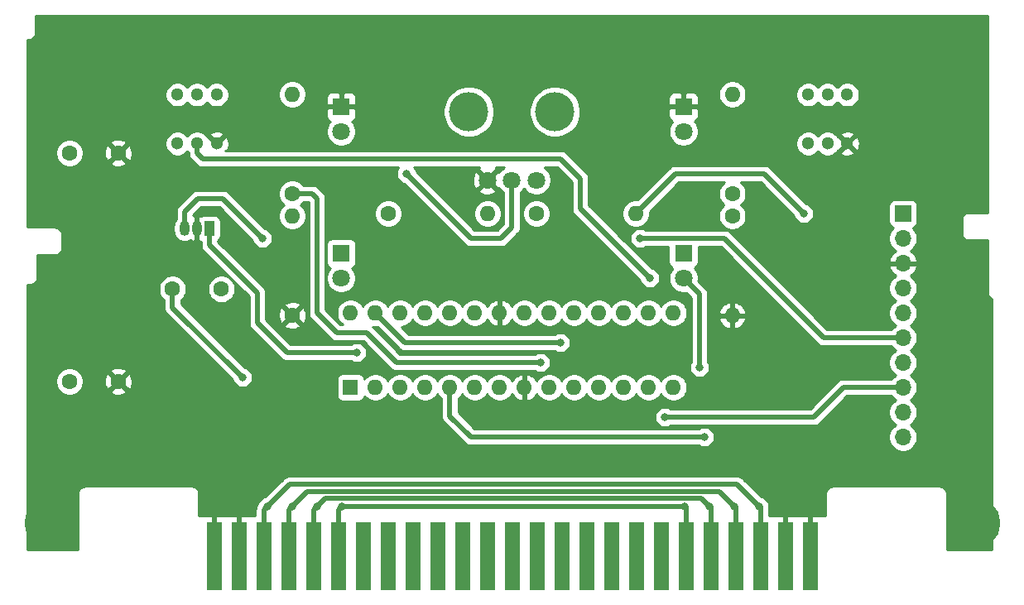
<source format=gbr>
G04 #@! TF.GenerationSoftware,KiCad,Pcbnew,(5.1.7)-1*
G04 #@! TF.CreationDate,2021-12-23T16:21:14-06:00*
G04 #@! TF.ProjectId,FmReceiverCartridge,466d5265-6365-4697-9665-724361727472,rev?*
G04 #@! TF.SameCoordinates,Original*
G04 #@! TF.FileFunction,Copper,L2,Bot*
G04 #@! TF.FilePolarity,Positive*
%FSLAX46Y46*%
G04 Gerber Fmt 4.6, Leading zero omitted, Abs format (unit mm)*
G04 Created by KiCad (PCBNEW (5.1.7)-1) date 2021-12-23 16:21:14*
%MOMM*%
%LPD*%
G01*
G04 APERTURE LIST*
G04 #@! TA.AperFunction,ComponentPad*
%ADD10C,1.600000*%
G04 #@! TD*
G04 #@! TA.AperFunction,ComponentPad*
%ADD11O,1.600000X1.600000*%
G04 #@! TD*
G04 #@! TA.AperFunction,ComponentPad*
%ADD12R,1.800000X1.800000*%
G04 #@! TD*
G04 #@! TA.AperFunction,ComponentPad*
%ADD13C,1.800000*%
G04 #@! TD*
G04 #@! TA.AperFunction,ComponentPad*
%ADD14C,5.000000*%
G04 #@! TD*
G04 #@! TA.AperFunction,ConnectorPad*
%ADD15R,1.500000X7.000000*%
G04 #@! TD*
G04 #@! TA.AperFunction,WasherPad*
%ADD16C,4.000000*%
G04 #@! TD*
G04 #@! TA.AperFunction,ComponentPad*
%ADD17C,1.300000*%
G04 #@! TD*
G04 #@! TA.AperFunction,ComponentPad*
%ADD18R,1.600000X1.600000*%
G04 #@! TD*
G04 #@! TA.AperFunction,ComponentPad*
%ADD19R,1.700000X1.700000*%
G04 #@! TD*
G04 #@! TA.AperFunction,ComponentPad*
%ADD20O,1.700000X1.700000*%
G04 #@! TD*
G04 #@! TA.AperFunction,ComponentPad*
%ADD21O,1.050000X1.500000*%
G04 #@! TD*
G04 #@! TA.AperFunction,ComponentPad*
%ADD22R,1.050000X1.500000*%
G04 #@! TD*
G04 #@! TA.AperFunction,ViaPad*
%ADD23C,0.800000*%
G04 #@! TD*
G04 #@! TA.AperFunction,Conductor*
%ADD24C,0.500000*%
G04 #@! TD*
G04 #@! TA.AperFunction,Conductor*
%ADD25C,0.254000*%
G04 #@! TD*
G04 #@! TA.AperFunction,Conductor*
%ADD26C,0.100000*%
G04 #@! TD*
G04 APERTURE END LIST*
D10*
G04 #@! TO.P,R11,1*
G04 #@! TO.N,GND*
X110250000Y-101346000D03*
D11*
G04 #@! TO.P,R11,2*
G04 #@! TO.N,Net-(D4-Pad1)*
X110250000Y-91186000D03*
G04 #@! TD*
D12*
G04 #@! TO.P,D4,1*
G04 #@! TO.N,Net-(D4-Pad1)*
X115250000Y-95000000D03*
D13*
G04 #@! TO.P,D4,2*
G04 #@! TO.N,/LEDPower*
X115250000Y-97540000D03*
G04 #@! TD*
G04 #@! TO.P,D5,2*
G04 #@! TO.N,/LEDPower*
X150250000Y-97540000D03*
D12*
G04 #@! TO.P,D5,1*
G04 #@! TO.N,Net-(D5-Pad1)*
X150250000Y-95000000D03*
G04 #@! TD*
D14*
G04 #@! TO.P,H1,1*
G04 #@! TO.N,GND*
X85350000Y-122600000D03*
G04 #@! TD*
G04 #@! TO.P,H2,1*
G04 #@! TO.N,GND*
X180150000Y-122600000D03*
G04 #@! TD*
D15*
G04 #@! TO.P,J2,50*
G04 #@! TO.N,GND*
X163230000Y-126000000D03*
G04 #@! TO.P,J2,49*
X160690000Y-126000000D03*
G04 #@! TO.P,J2,48*
G04 #@! TO.N,/Input*
X158150000Y-126000000D03*
G04 #@! TO.P,J2,47*
G04 #@! TO.N,/Output*
X155610000Y-126000000D03*
G04 #@! TO.P,J2,46*
G04 #@! TO.N,+9V*
X153070000Y-126000000D03*
G04 #@! TO.P,J2,45*
G04 #@! TO.N,/LEDPower*
X150530000Y-126000000D03*
G04 #@! TO.P,J2,44*
G04 #@! TO.N,N/C*
X147990000Y-126000000D03*
G04 #@! TO.P,J2,43*
X145450000Y-126000000D03*
G04 #@! TO.P,J2,42*
X142910000Y-126000000D03*
G04 #@! TO.P,J2,41*
X140370000Y-126000000D03*
G04 #@! TO.P,J2,40*
X137830000Y-126000000D03*
G04 #@! TO.P,J2,39*
X135290000Y-126000000D03*
G04 #@! TO.P,J2,38*
X132750000Y-126000000D03*
G04 #@! TO.P,J2,37*
X130210000Y-126000000D03*
G04 #@! TO.P,J2,36*
X127670000Y-126000000D03*
G04 #@! TO.P,J2,35*
X125130000Y-126000000D03*
G04 #@! TO.P,J2,34*
X122590000Y-126000000D03*
G04 #@! TO.P,J2,33*
X120050000Y-126000000D03*
G04 #@! TO.P,J2,32*
X117510000Y-126000000D03*
G04 #@! TO.P,J2,31*
G04 #@! TO.N,/LEDPower*
X114970000Y-126000000D03*
G04 #@! TO.P,J2,30*
G04 #@! TO.N,+9V*
X112430000Y-126000000D03*
G04 #@! TO.P,J2,29*
G04 #@! TO.N,/Output*
X109890000Y-126000000D03*
G04 #@! TO.P,J2,28*
G04 #@! TO.N,/Input*
X107350000Y-126000000D03*
G04 #@! TO.P,J2,27*
G04 #@! TO.N,GND*
X104810000Y-126000000D03*
G04 #@! TO.P,J2,26*
X102270000Y-126000000D03*
G04 #@! TD*
D10*
G04 #@! TO.P,C4,1*
G04 #@! TO.N,GND*
X92456000Y-84728000D03*
G04 #@! TO.P,C4,2*
G04 #@! TO.N,+9V*
X87456000Y-84728000D03*
G04 #@! TD*
G04 #@! TO.P,C5,2*
G04 #@! TO.N,+3V3*
X87456000Y-108096000D03*
G04 #@! TO.P,C5,1*
G04 #@! TO.N,GND*
X92456000Y-108096000D03*
G04 #@! TD*
D13*
G04 #@! TO.P,D1,2*
G04 #@! TO.N,Net-(D1-Pad2)*
X115250000Y-82540000D03*
D12*
G04 #@! TO.P,D1,1*
G04 #@! TO.N,GND*
X115250000Y-80000000D03*
G04 #@! TD*
G04 #@! TO.P,D2,1*
G04 #@! TO.N,GND*
X150250000Y-80000000D03*
D13*
G04 #@! TO.P,D2,2*
G04 #@! TO.N,Net-(D2-Pad2)*
X150250000Y-82540000D03*
G04 #@! TD*
D11*
G04 #@! TO.P,R4,2*
G04 #@! TO.N,Net-(D1-Pad2)*
X110250000Y-78740000D03*
D10*
G04 #@! TO.P,R4,1*
G04 #@! TO.N,/LED_A*
X110250000Y-88900000D03*
G04 #@! TD*
G04 #@! TO.P,R5,1*
G04 #@! TO.N,/LED_B*
X155250000Y-88900000D03*
D11*
G04 #@! TO.P,R5,2*
G04 #@! TO.N,Net-(D2-Pad2)*
X155250000Y-78740000D03*
G04 #@! TD*
D10*
G04 #@! TO.P,R12,1*
G04 #@! TO.N,Net-(D5-Pad1)*
X155250000Y-91186000D03*
D11*
G04 #@! TO.P,R12,2*
G04 #@! TO.N,GND*
X155250000Y-101346000D03*
G04 #@! TD*
D10*
G04 #@! TO.P,C1,1*
G04 #@! TO.N,/Output*
X98000000Y-98660000D03*
G04 #@! TO.P,C1,2*
G04 #@! TO.N,/Input*
X103000000Y-98660000D03*
G04 #@! TD*
D11*
G04 #@! TO.P,R1,2*
G04 #@! TO.N,Net-(R1-Pad2)*
X145375000Y-90932000D03*
D10*
G04 #@! TO.P,R1,1*
G04 #@! TO.N,Net-(R1-Pad1)*
X135215000Y-90932000D03*
G04 #@! TD*
G04 #@! TO.P,R2,1*
G04 #@! TO.N,Net-(R2-Pad1)*
X120055000Y-90932000D03*
D11*
G04 #@! TO.P,R2,2*
G04 #@! TO.N,Net-(R1-Pad1)*
X130215000Y-90932000D03*
G04 #@! TD*
D13*
G04 #@! TO.P,RV1,3*
G04 #@! TO.N,GND*
X130215000Y-87500000D03*
G04 #@! TO.P,RV1,2*
G04 #@! TO.N,/Output*
X132715000Y-87500000D03*
G04 #@! TO.P,RV1,1*
G04 #@! TO.N,Net-(R1-Pad1)*
X135215000Y-87500000D03*
D16*
G04 #@! TO.P,RV1,*
G04 #@! TO.N,*
X128315000Y-80500000D03*
X137115000Y-80500000D03*
G04 #@! TD*
D17*
G04 #@! TO.P,SW1,6*
G04 #@! TO.N,N/C*
X102500000Y-78770000D03*
G04 #@! TO.P,SW1,5*
X100500000Y-78770000D03*
G04 #@! TO.P,SW1,4*
X98500000Y-78770000D03*
G04 #@! TO.P,SW1,3*
G04 #@! TO.N,GND*
X102500000Y-83770000D03*
G04 #@! TO.P,SW1,2*
G04 #@! TO.N,/SW_A*
X100500000Y-83770000D03*
G04 #@! TO.P,SW1,1*
G04 #@! TO.N,N/C*
X98500000Y-83770000D03*
G04 #@! TD*
G04 #@! TO.P,SW2,1*
G04 #@! TO.N,N/C*
X163000000Y-83770000D03*
G04 #@! TO.P,SW2,2*
G04 #@! TO.N,/SW_B*
X165000000Y-83770000D03*
G04 #@! TO.P,SW2,3*
G04 #@! TO.N,GND*
X167000000Y-83770000D03*
G04 #@! TO.P,SW2,4*
G04 #@! TO.N,N/C*
X163000000Y-78770000D03*
G04 #@! TO.P,SW2,5*
X165000000Y-78770000D03*
G04 #@! TO.P,SW2,6*
X167000000Y-78770000D03*
G04 #@! TD*
D18*
G04 #@! TO.P,U1,1*
G04 #@! TO.N,N/C*
X116205000Y-108712000D03*
D11*
G04 #@! TO.P,U1,15*
G04 #@! TO.N,/SW_A*
X149225000Y-101092000D03*
G04 #@! TO.P,U1,2*
G04 #@! TO.N,N/C*
X118745000Y-108712000D03*
G04 #@! TO.P,U1,16*
G04 #@! TO.N,/SW_B*
X146685000Y-101092000D03*
G04 #@! TO.P,U1,3*
G04 #@! TO.N,N/C*
X121285000Y-108712000D03*
G04 #@! TO.P,U1,17*
G04 #@! TO.N,/LED_B*
X144145000Y-101092000D03*
G04 #@! TO.P,U1,4*
G04 #@! TO.N,/D2*
X123825000Y-108712000D03*
G04 #@! TO.P,U1,18*
G04 #@! TO.N,N/C*
X141605000Y-101092000D03*
G04 #@! TO.P,U1,5*
G04 #@! TO.N,/D3*
X126365000Y-108712000D03*
G04 #@! TO.P,U1,19*
G04 #@! TO.N,N/C*
X139065000Y-101092000D03*
G04 #@! TO.P,U1,6*
X128905000Y-108712000D03*
G04 #@! TO.P,U1,20*
G04 #@! TO.N,+3V3*
X136525000Y-101092000D03*
G04 #@! TO.P,U1,7*
X131445000Y-108712000D03*
G04 #@! TO.P,U1,21*
G04 #@! TO.N,N/C*
X133985000Y-101092000D03*
G04 #@! TO.P,U1,8*
G04 #@! TO.N,GND*
X133985000Y-108712000D03*
G04 #@! TO.P,U1,22*
X131445000Y-101092000D03*
G04 #@! TO.P,U1,9*
G04 #@! TO.N,N/C*
X136525000Y-108712000D03*
G04 #@! TO.P,U1,23*
X128905000Y-101092000D03*
G04 #@! TO.P,U1,10*
X139065000Y-108712000D03*
G04 #@! TO.P,U1,24*
X126365000Y-101092000D03*
G04 #@! TO.P,U1,11*
X141605000Y-108712000D03*
G04 #@! TO.P,U1,25*
X123825000Y-101092000D03*
G04 #@! TO.P,U1,12*
G04 #@! TO.N,/LED_A*
X144145000Y-108712000D03*
G04 #@! TO.P,U1,26*
G04 #@! TO.N,N/C*
X121285000Y-101092000D03*
G04 #@! TO.P,U1,13*
X146685000Y-108712000D03*
G04 #@! TO.P,U1,27*
G04 #@! TO.N,/SDA*
X118745000Y-101092000D03*
G04 #@! TO.P,U1,14*
G04 #@! TO.N,N/C*
X149225000Y-108712000D03*
G04 #@! TO.P,U1,28*
G04 #@! TO.N,/SCL*
X116205000Y-101092000D03*
G04 #@! TD*
D19*
G04 #@! TO.P,U2,1*
G04 #@! TO.N,Net-(R1-Pad2)*
X172720000Y-90932000D03*
D20*
G04 #@! TO.P,U2,2*
G04 #@! TO.N,Net-(R2-Pad1)*
X172720000Y-93472000D03*
G04 #@! TO.P,U2,3*
G04 #@! TO.N,GND*
X172720000Y-96012000D03*
G04 #@! TO.P,U2,4*
G04 #@! TO.N,+3V3*
X172720000Y-98552000D03*
G04 #@! TO.P,U2,5*
G04 #@! TO.N,/SDA*
X172720000Y-101092000D03*
G04 #@! TO.P,U2,6*
G04 #@! TO.N,/SCL*
X172720000Y-103632000D03*
G04 #@! TO.P,U2,7*
G04 #@! TO.N,N/C*
X172720000Y-106172000D03*
G04 #@! TO.P,U2,8*
G04 #@! TO.N,/D2*
X172720000Y-108712000D03*
G04 #@! TO.P,U2,9*
G04 #@! TO.N,N/C*
X172720000Y-111252000D03*
G04 #@! TO.P,U2,10*
G04 #@! TO.N,/D3*
X172720000Y-113792000D03*
G04 #@! TD*
D21*
G04 #@! TO.P,U3,2*
G04 #@! TO.N,GND*
X100500000Y-92456000D03*
G04 #@! TO.P,U3,3*
G04 #@! TO.N,+9V*
X99230000Y-92456000D03*
D22*
G04 #@! TO.P,U3,1*
G04 #@! TO.N,+3V3*
X101770000Y-92456000D03*
G04 #@! TD*
D23*
G04 #@! TO.N,GND*
X102616000Y-120904000D03*
X105156000Y-120904000D03*
X160528000Y-120904000D03*
X163068000Y-120904000D03*
G04 #@! TO.N,/LEDPower*
X115316000Y-120904000D03*
X150368000Y-120904000D03*
X151892000Y-106680000D03*
G04 #@! TO.N,/Input*
X107696000Y-120904000D03*
X157988000Y-120904000D03*
G04 #@! TO.N,+9V*
X112776000Y-120904000D03*
X152908000Y-120904000D03*
X107188000Y-93472000D03*
G04 #@! TO.N,/LED_A*
X135636000Y-106172000D03*
G04 #@! TO.N,/SW_A*
X146812000Y-97536000D03*
G04 #@! TO.N,/Output*
X155448000Y-120904000D03*
X110236000Y-120904000D03*
X105156000Y-107696000D03*
X121920000Y-86868000D03*
G04 #@! TO.N,+3V3*
X116840000Y-105156000D03*
G04 #@! TO.N,Net-(R1-Pad2)*
X162560000Y-90932000D03*
G04 #@! TO.N,/D2*
X148336000Y-111760000D03*
G04 #@! TO.N,/D3*
X152400000Y-113792000D03*
G04 #@! TO.N,/SDA*
X137668000Y-104140000D03*
G04 #@! TO.N,/SCL*
X145796000Y-93472000D03*
G04 #@! TD*
D24*
G04 #@! TO.N,GND*
X102270000Y-121250000D02*
X102616000Y-120904000D01*
X102270000Y-126000000D02*
X102270000Y-121250000D01*
X104810000Y-121250000D02*
X105156000Y-120904000D01*
X104810000Y-126000000D02*
X104810000Y-121250000D01*
X160690000Y-121066000D02*
X160528000Y-120904000D01*
X160690000Y-126000000D02*
X160690000Y-121066000D01*
X163230000Y-121066000D02*
X163068000Y-120904000D01*
X163230000Y-126000000D02*
X163230000Y-121066000D01*
G04 #@! TO.N,/LEDPower*
X114970000Y-121250000D02*
X115316000Y-120904000D01*
X114970000Y-126000000D02*
X114970000Y-121250000D01*
X150530000Y-121066000D02*
X150368000Y-120904000D01*
X150530000Y-126000000D02*
X150530000Y-121066000D01*
X115316000Y-120904000D02*
X150368000Y-120904000D01*
X151892000Y-99182000D02*
X150250000Y-97540000D01*
X151892000Y-106680000D02*
X151892000Y-99182000D01*
G04 #@! TO.N,/Input*
X107350000Y-121250000D02*
X107696000Y-120904000D01*
X107350000Y-126000000D02*
X107350000Y-121250000D01*
X158150000Y-121066000D02*
X157988000Y-120904000D01*
X158150000Y-126000000D02*
X158150000Y-121066000D01*
X155737979Y-118653979D02*
X157988000Y-120904000D01*
X109946021Y-118653979D02*
X155737979Y-118653979D01*
X107696000Y-120904000D02*
X109946021Y-118653979D01*
G04 #@! TO.N,+9V*
X112430000Y-121250000D02*
X112776000Y-120904000D01*
X112430000Y-126000000D02*
X112430000Y-121250000D01*
X153070000Y-121066000D02*
X152908000Y-120904000D01*
X153070000Y-126000000D02*
X153070000Y-121066000D01*
X152057999Y-120053999D02*
X152908000Y-120904000D01*
X113626001Y-120053999D02*
X152057999Y-120053999D01*
X112776000Y-120904000D02*
X113626001Y-120053999D01*
X107188000Y-93472000D02*
X103124000Y-89408000D01*
X103124000Y-89408000D02*
X100584000Y-89408000D01*
X99230000Y-90762000D02*
X99230000Y-92456000D01*
X100584000Y-89408000D02*
X99230000Y-90762000D01*
G04 #@! TO.N,/LED_A*
X135636000Y-106172000D02*
X120904000Y-106172000D01*
X120904000Y-106172000D02*
X117856000Y-103124000D01*
X117856000Y-103124000D02*
X114808000Y-103124000D01*
X114808000Y-103124000D02*
X112776000Y-101092000D01*
X112776000Y-101092000D02*
X112776000Y-89408000D01*
X112268000Y-88900000D02*
X110250000Y-88900000D01*
X112776000Y-89408000D02*
X112268000Y-88900000D01*
G04 #@! TO.N,/SW_A*
X146812000Y-97536000D02*
X139700000Y-90424000D01*
X139700000Y-90424000D02*
X139700000Y-87376000D01*
X139700000Y-87376000D02*
X137668000Y-85344000D01*
X137668000Y-85344000D02*
X101092000Y-85344000D01*
X100500000Y-84752000D02*
X100500000Y-83770000D01*
X101092000Y-85344000D02*
X100500000Y-84752000D01*
G04 #@! TO.N,/Output*
X155610000Y-121066000D02*
X155448000Y-120904000D01*
X155610000Y-126000000D02*
X155610000Y-121066000D01*
X109890000Y-121250000D02*
X110236000Y-120904000D01*
X109890000Y-126000000D02*
X109890000Y-121250000D01*
X153897989Y-119353989D02*
X155448000Y-120904000D01*
X111786011Y-119353989D02*
X153897989Y-119353989D01*
X110236000Y-120904000D02*
X111786011Y-119353989D01*
X98000000Y-100540000D02*
X98000000Y-98660000D01*
X105156000Y-107696000D02*
X98000000Y-100540000D01*
X121920000Y-86868000D02*
X128524000Y-93472000D01*
X128524000Y-93472000D02*
X131572000Y-93472000D01*
X132715000Y-92329000D02*
X132715000Y-87500000D01*
X131572000Y-93472000D02*
X132715000Y-92329000D01*
G04 #@! TO.N,+3V3*
X116840000Y-105156000D02*
X109728000Y-105156000D01*
X109728000Y-105156000D02*
X106680000Y-102108000D01*
X106680000Y-102108000D02*
X106680000Y-99060000D01*
X101770000Y-94150000D02*
X101770000Y-92456000D01*
X106680000Y-99060000D02*
X101770000Y-94150000D01*
G04 #@! TO.N,Net-(R1-Pad2)*
X149439000Y-86868000D02*
X145375000Y-90932000D01*
X158496000Y-86868000D02*
X149439000Y-86868000D01*
X162560000Y-90932000D02*
X158496000Y-86868000D01*
G04 #@! TO.N,/D2*
X148336000Y-111760000D02*
X163576000Y-111760000D01*
X166624000Y-108712000D02*
X172720000Y-108712000D01*
X163576000Y-111760000D02*
X166624000Y-108712000D01*
G04 #@! TO.N,/D3*
X152400000Y-113792000D02*
X128524000Y-113792000D01*
X126365000Y-111633000D02*
X126365000Y-108712000D01*
X128524000Y-113792000D02*
X126365000Y-111633000D01*
G04 #@! TO.N,/SDA*
X121793000Y-104140000D02*
X118745000Y-101092000D01*
X137668000Y-104140000D02*
X121793000Y-104140000D01*
G04 #@! TO.N,/SCL*
X145796000Y-93472000D02*
X154432000Y-93472000D01*
X164592000Y-103632000D02*
X172720000Y-103632000D01*
X154432000Y-93472000D02*
X164592000Y-103632000D01*
G04 #@! TD*
D25*
G04 #@! TO.N,GND*
X181323001Y-90823000D02*
X179433252Y-90823000D01*
X179400000Y-90819725D01*
X179366748Y-90823000D01*
X179267285Y-90832796D01*
X179139670Y-90871508D01*
X179022059Y-90934372D01*
X178918973Y-91018973D01*
X178834372Y-91122059D01*
X178771508Y-91239670D01*
X178732796Y-91367285D01*
X178719725Y-91500000D01*
X178723001Y-91533262D01*
X178723000Y-92966747D01*
X178719725Y-93000000D01*
X178732796Y-93132715D01*
X178771508Y-93260330D01*
X178834372Y-93377941D01*
X178918973Y-93481027D01*
X179022059Y-93565628D01*
X179139670Y-93628492D01*
X179267285Y-93667204D01*
X179400000Y-93680275D01*
X179433252Y-93677000D01*
X181323000Y-93677000D01*
X181323001Y-98966738D01*
X181319725Y-99000000D01*
X181332796Y-99132715D01*
X181371508Y-99260330D01*
X181434372Y-99377941D01*
X181518973Y-99481027D01*
X181622059Y-99565628D01*
X181739670Y-99628492D01*
X181823001Y-99653770D01*
X181823000Y-125323000D01*
X177177000Y-125323000D01*
X177177000Y-119533252D01*
X177180275Y-119500000D01*
X177167204Y-119367285D01*
X177128492Y-119239670D01*
X177065628Y-119122059D01*
X176981027Y-119018973D01*
X176877941Y-118934372D01*
X176760330Y-118871508D01*
X176632715Y-118832796D01*
X176533252Y-118823000D01*
X176500000Y-118819725D01*
X176466748Y-118823000D01*
X165513252Y-118823000D01*
X165480000Y-118819725D01*
X165446748Y-118823000D01*
X165347285Y-118832796D01*
X165219670Y-118871508D01*
X165102059Y-118934372D01*
X164998973Y-119018973D01*
X164914372Y-119122059D01*
X164851508Y-119239670D01*
X164812796Y-119367285D01*
X164799725Y-119500000D01*
X164803001Y-119533262D01*
X164803001Y-121793000D01*
X159027000Y-121793000D01*
X159027000Y-121109079D01*
X159031243Y-121066000D01*
X159015000Y-120901084D01*
X159015000Y-120802849D01*
X158975533Y-120604435D01*
X158898115Y-120417533D01*
X158785723Y-120249326D01*
X158642674Y-120106277D01*
X158474467Y-119993885D01*
X158287565Y-119916467D01*
X158229103Y-119904838D01*
X156388576Y-118064311D01*
X156361112Y-118030846D01*
X156227571Y-117921252D01*
X156075216Y-117839817D01*
X155909901Y-117789669D01*
X155781058Y-117776979D01*
X155737979Y-117772736D01*
X155694900Y-117776979D01*
X109989090Y-117776979D01*
X109946020Y-117772737D01*
X109902951Y-117776979D01*
X109902942Y-117776979D01*
X109774099Y-117789669D01*
X109608784Y-117839817D01*
X109456429Y-117921252D01*
X109322888Y-118030846D01*
X109295424Y-118064311D01*
X107454897Y-119904838D01*
X107396435Y-119916467D01*
X107209533Y-119993885D01*
X107041326Y-120106277D01*
X106898277Y-120249326D01*
X106785885Y-120417533D01*
X106708467Y-120604435D01*
X106696691Y-120663637D01*
X106617274Y-120760408D01*
X106535838Y-120912764D01*
X106485690Y-121078078D01*
X106468757Y-121250000D01*
X106473001Y-121293089D01*
X106473001Y-121793000D01*
X100697000Y-121793000D01*
X100697000Y-119533252D01*
X100700275Y-119500000D01*
X100687204Y-119367285D01*
X100648492Y-119239670D01*
X100585628Y-119122059D01*
X100501027Y-119018973D01*
X100397941Y-118934372D01*
X100280330Y-118871508D01*
X100152715Y-118832796D01*
X100020000Y-118819725D01*
X99986748Y-118823000D01*
X89033252Y-118823000D01*
X89000000Y-118819725D01*
X88867285Y-118832796D01*
X88739670Y-118871508D01*
X88622059Y-118934372D01*
X88518973Y-119018973D01*
X88434372Y-119122059D01*
X88371508Y-119239670D01*
X88332796Y-119367285D01*
X88319725Y-119500000D01*
X88323000Y-119533252D01*
X88323001Y-125323000D01*
X83177000Y-125323000D01*
X83177000Y-107955453D01*
X86029000Y-107955453D01*
X86029000Y-108236547D01*
X86083838Y-108512241D01*
X86191409Y-108771938D01*
X86347576Y-109005660D01*
X86546340Y-109204424D01*
X86780062Y-109360591D01*
X87039759Y-109468162D01*
X87315453Y-109523000D01*
X87596547Y-109523000D01*
X87872241Y-109468162D01*
X88131938Y-109360591D01*
X88365660Y-109204424D01*
X88481382Y-109088702D01*
X91642903Y-109088702D01*
X91714486Y-109332671D01*
X91969996Y-109453571D01*
X92244184Y-109522300D01*
X92526512Y-109536217D01*
X92806130Y-109494787D01*
X93072292Y-109399603D01*
X93197514Y-109332671D01*
X93269097Y-109088702D01*
X92456000Y-108275605D01*
X91642903Y-109088702D01*
X88481382Y-109088702D01*
X88564424Y-109005660D01*
X88720591Y-108771938D01*
X88828162Y-108512241D01*
X88883000Y-108236547D01*
X88883000Y-108166512D01*
X91015783Y-108166512D01*
X91057213Y-108446130D01*
X91152397Y-108712292D01*
X91219329Y-108837514D01*
X91463298Y-108909097D01*
X92276395Y-108096000D01*
X92635605Y-108096000D01*
X93448702Y-108909097D01*
X93692671Y-108837514D01*
X93813571Y-108582004D01*
X93882300Y-108307816D01*
X93896217Y-108025488D01*
X93854787Y-107745870D01*
X93759603Y-107479708D01*
X93692671Y-107354486D01*
X93448702Y-107282903D01*
X92635605Y-108096000D01*
X92276395Y-108096000D01*
X91463298Y-107282903D01*
X91219329Y-107354486D01*
X91098429Y-107609996D01*
X91029700Y-107884184D01*
X91015783Y-108166512D01*
X88883000Y-108166512D01*
X88883000Y-107955453D01*
X88828162Y-107679759D01*
X88720591Y-107420062D01*
X88564424Y-107186340D01*
X88481382Y-107103298D01*
X91642903Y-107103298D01*
X92456000Y-107916395D01*
X93269097Y-107103298D01*
X93197514Y-106859329D01*
X92942004Y-106738429D01*
X92667816Y-106669700D01*
X92385488Y-106655783D01*
X92105870Y-106697213D01*
X91839708Y-106792397D01*
X91714486Y-106859329D01*
X91642903Y-107103298D01*
X88481382Y-107103298D01*
X88365660Y-106987576D01*
X88131938Y-106831409D01*
X87872241Y-106723838D01*
X87596547Y-106669000D01*
X87315453Y-106669000D01*
X87039759Y-106723838D01*
X86780062Y-106831409D01*
X86546340Y-106987576D01*
X86347576Y-107186340D01*
X86191409Y-107420062D01*
X86083838Y-107679759D01*
X86029000Y-107955453D01*
X83177000Y-107955453D01*
X83177000Y-98519453D01*
X96573000Y-98519453D01*
X96573000Y-98800547D01*
X96627838Y-99076241D01*
X96735409Y-99335938D01*
X96891576Y-99569660D01*
X97090340Y-99768424D01*
X97123000Y-99790247D01*
X97123000Y-100496920D01*
X97118757Y-100540000D01*
X97135690Y-100711922D01*
X97148686Y-100754764D01*
X97185838Y-100877236D01*
X97267273Y-101029591D01*
X97376867Y-101163133D01*
X97410332Y-101190597D01*
X104156838Y-107937103D01*
X104168467Y-107995565D01*
X104245885Y-108182467D01*
X104358277Y-108350674D01*
X104501326Y-108493723D01*
X104669533Y-108606115D01*
X104856435Y-108683533D01*
X105054849Y-108723000D01*
X105257151Y-108723000D01*
X105455565Y-108683533D01*
X105642467Y-108606115D01*
X105810674Y-108493723D01*
X105953723Y-108350674D01*
X106066115Y-108182467D01*
X106143533Y-107995565D01*
X106160155Y-107912000D01*
X114774967Y-107912000D01*
X114774967Y-109512000D01*
X114787073Y-109634913D01*
X114822925Y-109753103D01*
X114881147Y-109862028D01*
X114959499Y-109957501D01*
X115054972Y-110035853D01*
X115163897Y-110094075D01*
X115282087Y-110129927D01*
X115405000Y-110142033D01*
X117005000Y-110142033D01*
X117127913Y-110129927D01*
X117246103Y-110094075D01*
X117355028Y-110035853D01*
X117450501Y-109957501D01*
X117528853Y-109862028D01*
X117587075Y-109753103D01*
X117622927Y-109634913D01*
X117625818Y-109605560D01*
X117636576Y-109621660D01*
X117835340Y-109820424D01*
X118069062Y-109976591D01*
X118328759Y-110084162D01*
X118604453Y-110139000D01*
X118885547Y-110139000D01*
X119161241Y-110084162D01*
X119420938Y-109976591D01*
X119654660Y-109820424D01*
X119853424Y-109621660D01*
X120009591Y-109387938D01*
X120015000Y-109374880D01*
X120020409Y-109387938D01*
X120176576Y-109621660D01*
X120375340Y-109820424D01*
X120609062Y-109976591D01*
X120868759Y-110084162D01*
X121144453Y-110139000D01*
X121425547Y-110139000D01*
X121701241Y-110084162D01*
X121960938Y-109976591D01*
X122194660Y-109820424D01*
X122393424Y-109621660D01*
X122549591Y-109387938D01*
X122555000Y-109374880D01*
X122560409Y-109387938D01*
X122716576Y-109621660D01*
X122915340Y-109820424D01*
X123149062Y-109976591D01*
X123408759Y-110084162D01*
X123684453Y-110139000D01*
X123965547Y-110139000D01*
X124241241Y-110084162D01*
X124500938Y-109976591D01*
X124734660Y-109820424D01*
X124933424Y-109621660D01*
X125089591Y-109387938D01*
X125095000Y-109374880D01*
X125100409Y-109387938D01*
X125256576Y-109621660D01*
X125455340Y-109820424D01*
X125488001Y-109842247D01*
X125488000Y-111589920D01*
X125483757Y-111633000D01*
X125500690Y-111804922D01*
X125545191Y-111951622D01*
X125550838Y-111970236D01*
X125632273Y-112122591D01*
X125741867Y-112256133D01*
X125775332Y-112283597D01*
X127873408Y-114381674D01*
X127900867Y-114415133D01*
X128034408Y-114524727D01*
X128186763Y-114606162D01*
X128352078Y-114656310D01*
X128480921Y-114669000D01*
X128480922Y-114669000D01*
X128523999Y-114673243D01*
X128567076Y-114669000D01*
X151863973Y-114669000D01*
X151913533Y-114702115D01*
X152100435Y-114779533D01*
X152298849Y-114819000D01*
X152501151Y-114819000D01*
X152699565Y-114779533D01*
X152886467Y-114702115D01*
X153054674Y-114589723D01*
X153197723Y-114446674D01*
X153310115Y-114278467D01*
X153387533Y-114091565D01*
X153427000Y-113893151D01*
X153427000Y-113690849D01*
X153387533Y-113492435D01*
X153310115Y-113305533D01*
X153197723Y-113137326D01*
X153054674Y-112994277D01*
X152886467Y-112881885D01*
X152699565Y-112804467D01*
X152501151Y-112765000D01*
X152298849Y-112765000D01*
X152100435Y-112804467D01*
X151913533Y-112881885D01*
X151863973Y-112915000D01*
X128887266Y-112915000D01*
X127242000Y-111269735D01*
X127242000Y-109842247D01*
X127274660Y-109820424D01*
X127473424Y-109621660D01*
X127629591Y-109387938D01*
X127635000Y-109374880D01*
X127640409Y-109387938D01*
X127796576Y-109621660D01*
X127995340Y-109820424D01*
X128229062Y-109976591D01*
X128488759Y-110084162D01*
X128764453Y-110139000D01*
X129045547Y-110139000D01*
X129321241Y-110084162D01*
X129580938Y-109976591D01*
X129814660Y-109820424D01*
X130013424Y-109621660D01*
X130169591Y-109387938D01*
X130175000Y-109374880D01*
X130180409Y-109387938D01*
X130336576Y-109621660D01*
X130535340Y-109820424D01*
X130769062Y-109976591D01*
X131028759Y-110084162D01*
X131304453Y-110139000D01*
X131585547Y-110139000D01*
X131861241Y-110084162D01*
X132120938Y-109976591D01*
X132354660Y-109820424D01*
X132553424Y-109621660D01*
X132709591Y-109387938D01*
X132715946Y-109372596D01*
X132832615Y-109567131D01*
X133021586Y-109775519D01*
X133247580Y-109943037D01*
X133501913Y-110063246D01*
X133635961Y-110103904D01*
X133858000Y-109981915D01*
X133858000Y-108839000D01*
X133838000Y-108839000D01*
X133838000Y-108585000D01*
X133858000Y-108585000D01*
X133858000Y-107442085D01*
X134112000Y-107442085D01*
X134112000Y-108585000D01*
X134132000Y-108585000D01*
X134132000Y-108839000D01*
X134112000Y-108839000D01*
X134112000Y-109981915D01*
X134334039Y-110103904D01*
X134468087Y-110063246D01*
X134722420Y-109943037D01*
X134948414Y-109775519D01*
X135137385Y-109567131D01*
X135254054Y-109372596D01*
X135260409Y-109387938D01*
X135416576Y-109621660D01*
X135615340Y-109820424D01*
X135849062Y-109976591D01*
X136108759Y-110084162D01*
X136384453Y-110139000D01*
X136665547Y-110139000D01*
X136941241Y-110084162D01*
X137200938Y-109976591D01*
X137434660Y-109820424D01*
X137633424Y-109621660D01*
X137789591Y-109387938D01*
X137795000Y-109374880D01*
X137800409Y-109387938D01*
X137956576Y-109621660D01*
X138155340Y-109820424D01*
X138389062Y-109976591D01*
X138648759Y-110084162D01*
X138924453Y-110139000D01*
X139205547Y-110139000D01*
X139481241Y-110084162D01*
X139740938Y-109976591D01*
X139974660Y-109820424D01*
X140173424Y-109621660D01*
X140329591Y-109387938D01*
X140335000Y-109374880D01*
X140340409Y-109387938D01*
X140496576Y-109621660D01*
X140695340Y-109820424D01*
X140929062Y-109976591D01*
X141188759Y-110084162D01*
X141464453Y-110139000D01*
X141745547Y-110139000D01*
X142021241Y-110084162D01*
X142280938Y-109976591D01*
X142514660Y-109820424D01*
X142713424Y-109621660D01*
X142869591Y-109387938D01*
X142875000Y-109374880D01*
X142880409Y-109387938D01*
X143036576Y-109621660D01*
X143235340Y-109820424D01*
X143469062Y-109976591D01*
X143728759Y-110084162D01*
X144004453Y-110139000D01*
X144285547Y-110139000D01*
X144561241Y-110084162D01*
X144820938Y-109976591D01*
X145054660Y-109820424D01*
X145253424Y-109621660D01*
X145409591Y-109387938D01*
X145415000Y-109374880D01*
X145420409Y-109387938D01*
X145576576Y-109621660D01*
X145775340Y-109820424D01*
X146009062Y-109976591D01*
X146268759Y-110084162D01*
X146544453Y-110139000D01*
X146825547Y-110139000D01*
X147101241Y-110084162D01*
X147360938Y-109976591D01*
X147594660Y-109820424D01*
X147793424Y-109621660D01*
X147949591Y-109387938D01*
X147955000Y-109374880D01*
X147960409Y-109387938D01*
X148116576Y-109621660D01*
X148315340Y-109820424D01*
X148549062Y-109976591D01*
X148808759Y-110084162D01*
X149084453Y-110139000D01*
X149365547Y-110139000D01*
X149641241Y-110084162D01*
X149900938Y-109976591D01*
X150134660Y-109820424D01*
X150333424Y-109621660D01*
X150489591Y-109387938D01*
X150597162Y-109128241D01*
X150652000Y-108852547D01*
X150652000Y-108571453D01*
X150597162Y-108295759D01*
X150489591Y-108036062D01*
X150333424Y-107802340D01*
X150134660Y-107603576D01*
X149900938Y-107447409D01*
X149641241Y-107339838D01*
X149365547Y-107285000D01*
X149084453Y-107285000D01*
X148808759Y-107339838D01*
X148549062Y-107447409D01*
X148315340Y-107603576D01*
X148116576Y-107802340D01*
X147960409Y-108036062D01*
X147955000Y-108049120D01*
X147949591Y-108036062D01*
X147793424Y-107802340D01*
X147594660Y-107603576D01*
X147360938Y-107447409D01*
X147101241Y-107339838D01*
X146825547Y-107285000D01*
X146544453Y-107285000D01*
X146268759Y-107339838D01*
X146009062Y-107447409D01*
X145775340Y-107603576D01*
X145576576Y-107802340D01*
X145420409Y-108036062D01*
X145415000Y-108049120D01*
X145409591Y-108036062D01*
X145253424Y-107802340D01*
X145054660Y-107603576D01*
X144820938Y-107447409D01*
X144561241Y-107339838D01*
X144285547Y-107285000D01*
X144004453Y-107285000D01*
X143728759Y-107339838D01*
X143469062Y-107447409D01*
X143235340Y-107603576D01*
X143036576Y-107802340D01*
X142880409Y-108036062D01*
X142875000Y-108049120D01*
X142869591Y-108036062D01*
X142713424Y-107802340D01*
X142514660Y-107603576D01*
X142280938Y-107447409D01*
X142021241Y-107339838D01*
X141745547Y-107285000D01*
X141464453Y-107285000D01*
X141188759Y-107339838D01*
X140929062Y-107447409D01*
X140695340Y-107603576D01*
X140496576Y-107802340D01*
X140340409Y-108036062D01*
X140335000Y-108049120D01*
X140329591Y-108036062D01*
X140173424Y-107802340D01*
X139974660Y-107603576D01*
X139740938Y-107447409D01*
X139481241Y-107339838D01*
X139205547Y-107285000D01*
X138924453Y-107285000D01*
X138648759Y-107339838D01*
X138389062Y-107447409D01*
X138155340Y-107603576D01*
X137956576Y-107802340D01*
X137800409Y-108036062D01*
X137795000Y-108049120D01*
X137789591Y-108036062D01*
X137633424Y-107802340D01*
X137434660Y-107603576D01*
X137200938Y-107447409D01*
X136941241Y-107339838D01*
X136665547Y-107285000D01*
X136384453Y-107285000D01*
X136108759Y-107339838D01*
X135849062Y-107447409D01*
X135615340Y-107603576D01*
X135416576Y-107802340D01*
X135260409Y-108036062D01*
X135254054Y-108051404D01*
X135137385Y-107856869D01*
X134948414Y-107648481D01*
X134722420Y-107480963D01*
X134468087Y-107360754D01*
X134334039Y-107320096D01*
X134112000Y-107442085D01*
X133858000Y-107442085D01*
X133635961Y-107320096D01*
X133501913Y-107360754D01*
X133247580Y-107480963D01*
X133021586Y-107648481D01*
X132832615Y-107856869D01*
X132715946Y-108051404D01*
X132709591Y-108036062D01*
X132553424Y-107802340D01*
X132354660Y-107603576D01*
X132120938Y-107447409D01*
X131861241Y-107339838D01*
X131585547Y-107285000D01*
X131304453Y-107285000D01*
X131028759Y-107339838D01*
X130769062Y-107447409D01*
X130535340Y-107603576D01*
X130336576Y-107802340D01*
X130180409Y-108036062D01*
X130175000Y-108049120D01*
X130169591Y-108036062D01*
X130013424Y-107802340D01*
X129814660Y-107603576D01*
X129580938Y-107447409D01*
X129321241Y-107339838D01*
X129045547Y-107285000D01*
X128764453Y-107285000D01*
X128488759Y-107339838D01*
X128229062Y-107447409D01*
X127995340Y-107603576D01*
X127796576Y-107802340D01*
X127640409Y-108036062D01*
X127635000Y-108049120D01*
X127629591Y-108036062D01*
X127473424Y-107802340D01*
X127274660Y-107603576D01*
X127040938Y-107447409D01*
X126781241Y-107339838D01*
X126505547Y-107285000D01*
X126224453Y-107285000D01*
X125948759Y-107339838D01*
X125689062Y-107447409D01*
X125455340Y-107603576D01*
X125256576Y-107802340D01*
X125100409Y-108036062D01*
X125095000Y-108049120D01*
X125089591Y-108036062D01*
X124933424Y-107802340D01*
X124734660Y-107603576D01*
X124500938Y-107447409D01*
X124241241Y-107339838D01*
X123965547Y-107285000D01*
X123684453Y-107285000D01*
X123408759Y-107339838D01*
X123149062Y-107447409D01*
X122915340Y-107603576D01*
X122716576Y-107802340D01*
X122560409Y-108036062D01*
X122555000Y-108049120D01*
X122549591Y-108036062D01*
X122393424Y-107802340D01*
X122194660Y-107603576D01*
X121960938Y-107447409D01*
X121701241Y-107339838D01*
X121425547Y-107285000D01*
X121144453Y-107285000D01*
X120868759Y-107339838D01*
X120609062Y-107447409D01*
X120375340Y-107603576D01*
X120176576Y-107802340D01*
X120020409Y-108036062D01*
X120015000Y-108049120D01*
X120009591Y-108036062D01*
X119853424Y-107802340D01*
X119654660Y-107603576D01*
X119420938Y-107447409D01*
X119161241Y-107339838D01*
X118885547Y-107285000D01*
X118604453Y-107285000D01*
X118328759Y-107339838D01*
X118069062Y-107447409D01*
X117835340Y-107603576D01*
X117636576Y-107802340D01*
X117625818Y-107818440D01*
X117622927Y-107789087D01*
X117587075Y-107670897D01*
X117528853Y-107561972D01*
X117450501Y-107466499D01*
X117355028Y-107388147D01*
X117246103Y-107329925D01*
X117127913Y-107294073D01*
X117005000Y-107281967D01*
X115405000Y-107281967D01*
X115282087Y-107294073D01*
X115163897Y-107329925D01*
X115054972Y-107388147D01*
X114959499Y-107466499D01*
X114881147Y-107561972D01*
X114822925Y-107670897D01*
X114787073Y-107789087D01*
X114774967Y-107912000D01*
X106160155Y-107912000D01*
X106183000Y-107797151D01*
X106183000Y-107594849D01*
X106143533Y-107396435D01*
X106066115Y-107209533D01*
X105953723Y-107041326D01*
X105810674Y-106898277D01*
X105642467Y-106785885D01*
X105455565Y-106708467D01*
X105397103Y-106696838D01*
X98877000Y-100176735D01*
X98877000Y-99790247D01*
X98909660Y-99768424D01*
X99108424Y-99569660D01*
X99264591Y-99335938D01*
X99372162Y-99076241D01*
X99427000Y-98800547D01*
X99427000Y-98519453D01*
X101573000Y-98519453D01*
X101573000Y-98800547D01*
X101627838Y-99076241D01*
X101735409Y-99335938D01*
X101891576Y-99569660D01*
X102090340Y-99768424D01*
X102324062Y-99924591D01*
X102583759Y-100032162D01*
X102859453Y-100087000D01*
X103140547Y-100087000D01*
X103416241Y-100032162D01*
X103675938Y-99924591D01*
X103909660Y-99768424D01*
X104108424Y-99569660D01*
X104264591Y-99335938D01*
X104372162Y-99076241D01*
X104427000Y-98800547D01*
X104427000Y-98519453D01*
X104372162Y-98243759D01*
X104264591Y-97984062D01*
X104108424Y-97750340D01*
X103909660Y-97551576D01*
X103675938Y-97395409D01*
X103416241Y-97287838D01*
X103140547Y-97233000D01*
X102859453Y-97233000D01*
X102583759Y-97287838D01*
X102324062Y-97395409D01*
X102090340Y-97551576D01*
X101891576Y-97750340D01*
X101735409Y-97984062D01*
X101627838Y-98243759D01*
X101573000Y-98519453D01*
X99427000Y-98519453D01*
X99372162Y-98243759D01*
X99264591Y-97984062D01*
X99108424Y-97750340D01*
X98909660Y-97551576D01*
X98675938Y-97395409D01*
X98416241Y-97287838D01*
X98140547Y-97233000D01*
X97859453Y-97233000D01*
X97583759Y-97287838D01*
X97324062Y-97395409D01*
X97090340Y-97551576D01*
X96891576Y-97750340D01*
X96735409Y-97984062D01*
X96627838Y-98243759D01*
X96573000Y-98519453D01*
X83177000Y-98519453D01*
X83177000Y-98177000D01*
X83466748Y-98177000D01*
X83500000Y-98180275D01*
X83533252Y-98177000D01*
X83632715Y-98167204D01*
X83760330Y-98128492D01*
X83877941Y-98065628D01*
X83981027Y-97981027D01*
X84065628Y-97877941D01*
X84128492Y-97760330D01*
X84167204Y-97632715D01*
X84180275Y-97500000D01*
X84177000Y-97466748D01*
X84177000Y-95177000D01*
X85966748Y-95177000D01*
X86000000Y-95180275D01*
X86033252Y-95177000D01*
X86132715Y-95167204D01*
X86260330Y-95128492D01*
X86377941Y-95065628D01*
X86481027Y-94981027D01*
X86565628Y-94877941D01*
X86628492Y-94760330D01*
X86667204Y-94632715D01*
X86680275Y-94500000D01*
X86677000Y-94466748D01*
X86677000Y-93033251D01*
X86680275Y-93000000D01*
X86667204Y-92867285D01*
X86628492Y-92739670D01*
X86565628Y-92622059D01*
X86481027Y-92518973D01*
X86377941Y-92434372D01*
X86260330Y-92371508D01*
X86132715Y-92332796D01*
X86033252Y-92323000D01*
X86000000Y-92319725D01*
X85966748Y-92323000D01*
X83177000Y-92323000D01*
X83177000Y-92174405D01*
X98078000Y-92174405D01*
X98078000Y-92737594D01*
X98094668Y-92906830D01*
X98160541Y-93123983D01*
X98267512Y-93324113D01*
X98411472Y-93499528D01*
X98586886Y-93643488D01*
X98787016Y-93750459D01*
X99004169Y-93816332D01*
X99230000Y-93838574D01*
X99455830Y-93816332D01*
X99672983Y-93750459D01*
X99857351Y-93651913D01*
X99923118Y-93698275D01*
X100132663Y-93791272D01*
X100194190Y-93799964D01*
X100373000Y-93674163D01*
X100373000Y-92828975D01*
X100382000Y-92737595D01*
X100382000Y-92174406D01*
X100373000Y-92083026D01*
X100373000Y-91706000D01*
X100614967Y-91706000D01*
X100614967Y-93206000D01*
X100627000Y-93328172D01*
X100627000Y-93674163D01*
X100805810Y-93799964D01*
X100867337Y-93791272D01*
X100893000Y-93779883D01*
X100893000Y-94106920D01*
X100888757Y-94150000D01*
X100905690Y-94321922D01*
X100910055Y-94336310D01*
X100955838Y-94487236D01*
X101037273Y-94639591D01*
X101146867Y-94773133D01*
X101180332Y-94800597D01*
X105803001Y-99423266D01*
X105803000Y-102064920D01*
X105798757Y-102108000D01*
X105813697Y-102259690D01*
X105815690Y-102279921D01*
X105865838Y-102445236D01*
X105947273Y-102597591D01*
X106056867Y-102731133D01*
X106090332Y-102758597D01*
X109077408Y-105745674D01*
X109104867Y-105779133D01*
X109138326Y-105806592D01*
X109138328Y-105806594D01*
X109203427Y-105860019D01*
X109238408Y-105888727D01*
X109360008Y-105953723D01*
X109390763Y-105970162D01*
X109556077Y-106020310D01*
X109728000Y-106037243D01*
X109771079Y-106033000D01*
X116303973Y-106033000D01*
X116353533Y-106066115D01*
X116540435Y-106143533D01*
X116738849Y-106183000D01*
X116941151Y-106183000D01*
X117139565Y-106143533D01*
X117326467Y-106066115D01*
X117494674Y-105953723D01*
X117637723Y-105810674D01*
X117750115Y-105642467D01*
X117827533Y-105455565D01*
X117867000Y-105257151D01*
X117867000Y-105054849D01*
X117827533Y-104856435D01*
X117750115Y-104669533D01*
X117637723Y-104501326D01*
X117494674Y-104358277D01*
X117326467Y-104245885D01*
X117139565Y-104168467D01*
X116941151Y-104129000D01*
X116738849Y-104129000D01*
X116540435Y-104168467D01*
X116353533Y-104245885D01*
X116303973Y-104279000D01*
X110091266Y-104279000D01*
X108150968Y-102338702D01*
X109436903Y-102338702D01*
X109508486Y-102582671D01*
X109763996Y-102703571D01*
X110038184Y-102772300D01*
X110320512Y-102786217D01*
X110600130Y-102744787D01*
X110866292Y-102649603D01*
X110991514Y-102582671D01*
X111063097Y-102338702D01*
X110250000Y-101525605D01*
X109436903Y-102338702D01*
X108150968Y-102338702D01*
X107557000Y-101744735D01*
X107557000Y-101416512D01*
X108809783Y-101416512D01*
X108851213Y-101696130D01*
X108946397Y-101962292D01*
X109013329Y-102087514D01*
X109257298Y-102159097D01*
X110070395Y-101346000D01*
X110429605Y-101346000D01*
X111242702Y-102159097D01*
X111486671Y-102087514D01*
X111607571Y-101832004D01*
X111676300Y-101557816D01*
X111690217Y-101275488D01*
X111648787Y-100995870D01*
X111553603Y-100729708D01*
X111486671Y-100604486D01*
X111242702Y-100532903D01*
X110429605Y-101346000D01*
X110070395Y-101346000D01*
X109257298Y-100532903D01*
X109013329Y-100604486D01*
X108892429Y-100859996D01*
X108823700Y-101134184D01*
X108809783Y-101416512D01*
X107557000Y-101416512D01*
X107557000Y-100353298D01*
X109436903Y-100353298D01*
X110250000Y-101166395D01*
X111063097Y-100353298D01*
X110991514Y-100109329D01*
X110736004Y-99988429D01*
X110461816Y-99919700D01*
X110179488Y-99905783D01*
X109899870Y-99947213D01*
X109633708Y-100042397D01*
X109508486Y-100109329D01*
X109436903Y-100353298D01*
X107557000Y-100353298D01*
X107557000Y-99103079D01*
X107561243Y-99060000D01*
X107544310Y-98888077D01*
X107494162Y-98722763D01*
X107477936Y-98692407D01*
X107412727Y-98570408D01*
X107303133Y-98436867D01*
X107269668Y-98409403D01*
X102647000Y-93786735D01*
X102647000Y-93728235D01*
X102740501Y-93651501D01*
X102818853Y-93556028D01*
X102877075Y-93447103D01*
X102912927Y-93328913D01*
X102925033Y-93206000D01*
X102925033Y-91706000D01*
X102912927Y-91583087D01*
X102877075Y-91464897D01*
X102818853Y-91355972D01*
X102740501Y-91260499D01*
X102645028Y-91182147D01*
X102536103Y-91123925D01*
X102417913Y-91088073D01*
X102295000Y-91075967D01*
X101245000Y-91075967D01*
X101122087Y-91088073D01*
X101003897Y-91123925D01*
X100945216Y-91155291D01*
X100867337Y-91120728D01*
X100805810Y-91112036D01*
X100627000Y-91237837D01*
X100627000Y-91583828D01*
X100614967Y-91706000D01*
X100373000Y-91706000D01*
X100373000Y-91237837D01*
X100194190Y-91112036D01*
X100132663Y-91120728D01*
X100107000Y-91132117D01*
X100107000Y-91125265D01*
X100947265Y-90285000D01*
X102760735Y-90285000D01*
X106188838Y-93713104D01*
X106200467Y-93771565D01*
X106277885Y-93958467D01*
X106390277Y-94126674D01*
X106533326Y-94269723D01*
X106701533Y-94382115D01*
X106888435Y-94459533D01*
X107086849Y-94499000D01*
X107289151Y-94499000D01*
X107487565Y-94459533D01*
X107674467Y-94382115D01*
X107842674Y-94269723D01*
X107985723Y-94126674D01*
X108098115Y-93958467D01*
X108175533Y-93771565D01*
X108215000Y-93573151D01*
X108215000Y-93370849D01*
X108175533Y-93172435D01*
X108098115Y-92985533D01*
X107985723Y-92817326D01*
X107842674Y-92674277D01*
X107674467Y-92561885D01*
X107487565Y-92484467D01*
X107429104Y-92472838D01*
X103774594Y-88818329D01*
X103747133Y-88784867D01*
X103716166Y-88759453D01*
X108823000Y-88759453D01*
X108823000Y-89040547D01*
X108877838Y-89316241D01*
X108985409Y-89575938D01*
X109141576Y-89809660D01*
X109340340Y-90008424D01*
X109392087Y-90043000D01*
X109340340Y-90077576D01*
X109141576Y-90276340D01*
X108985409Y-90510062D01*
X108877838Y-90769759D01*
X108823000Y-91045453D01*
X108823000Y-91326547D01*
X108877838Y-91602241D01*
X108985409Y-91861938D01*
X109141576Y-92095660D01*
X109340340Y-92294424D01*
X109574062Y-92450591D01*
X109833759Y-92558162D01*
X110109453Y-92613000D01*
X110390547Y-92613000D01*
X110666241Y-92558162D01*
X110925938Y-92450591D01*
X111159660Y-92294424D01*
X111358424Y-92095660D01*
X111514591Y-91861938D01*
X111622162Y-91602241D01*
X111677000Y-91326547D01*
X111677000Y-91045453D01*
X111622162Y-90769759D01*
X111514591Y-90510062D01*
X111358424Y-90276340D01*
X111159660Y-90077576D01*
X111107913Y-90043000D01*
X111159660Y-90008424D01*
X111358424Y-89809660D01*
X111380247Y-89777000D01*
X111899001Y-89777000D01*
X111899000Y-101048920D01*
X111894757Y-101092000D01*
X111911690Y-101263922D01*
X111939064Y-101354162D01*
X111961838Y-101429236D01*
X112043273Y-101581591D01*
X112152867Y-101715133D01*
X112186332Y-101742597D01*
X114157408Y-103713674D01*
X114184867Y-103747133D01*
X114218326Y-103774592D01*
X114218328Y-103774594D01*
X114254065Y-103803922D01*
X114318408Y-103856727D01*
X114470763Y-103938162D01*
X114636077Y-103988310D01*
X114808000Y-104005243D01*
X114851079Y-104001000D01*
X117492735Y-104001000D01*
X120253408Y-106761674D01*
X120280867Y-106795133D01*
X120314326Y-106822592D01*
X120314328Y-106822594D01*
X120350065Y-106851922D01*
X120414408Y-106904727D01*
X120536008Y-106969723D01*
X120566763Y-106986162D01*
X120732077Y-107036310D01*
X120904000Y-107053243D01*
X120947079Y-107049000D01*
X135099973Y-107049000D01*
X135149533Y-107082115D01*
X135336435Y-107159533D01*
X135534849Y-107199000D01*
X135737151Y-107199000D01*
X135935565Y-107159533D01*
X136122467Y-107082115D01*
X136290674Y-106969723D01*
X136433723Y-106826674D01*
X136546115Y-106658467D01*
X136623533Y-106471565D01*
X136663000Y-106273151D01*
X136663000Y-106070849D01*
X136623533Y-105872435D01*
X136546115Y-105685533D01*
X136433723Y-105517326D01*
X136290674Y-105374277D01*
X136122467Y-105261885D01*
X135935565Y-105184467D01*
X135737151Y-105145000D01*
X135534849Y-105145000D01*
X135336435Y-105184467D01*
X135149533Y-105261885D01*
X135099973Y-105295000D01*
X121267266Y-105295000D01*
X118506597Y-102534332D01*
X118479133Y-102500867D01*
X118468206Y-102491899D01*
X118604453Y-102519000D01*
X118885547Y-102519000D01*
X118924072Y-102511337D01*
X121142408Y-104729674D01*
X121169867Y-104763133D01*
X121203326Y-104790592D01*
X121203328Y-104790594D01*
X121268427Y-104844019D01*
X121303408Y-104872727D01*
X121425008Y-104937723D01*
X121455763Y-104954162D01*
X121621077Y-105004310D01*
X121793000Y-105021243D01*
X121836079Y-105017000D01*
X137131973Y-105017000D01*
X137181533Y-105050115D01*
X137368435Y-105127533D01*
X137566849Y-105167000D01*
X137769151Y-105167000D01*
X137967565Y-105127533D01*
X138154467Y-105050115D01*
X138322674Y-104937723D01*
X138465723Y-104794674D01*
X138578115Y-104626467D01*
X138655533Y-104439565D01*
X138695000Y-104241151D01*
X138695000Y-104038849D01*
X138655533Y-103840435D01*
X138578115Y-103653533D01*
X138465723Y-103485326D01*
X138322674Y-103342277D01*
X138154467Y-103229885D01*
X137967565Y-103152467D01*
X137769151Y-103113000D01*
X137566849Y-103113000D01*
X137368435Y-103152467D01*
X137181533Y-103229885D01*
X137131973Y-103263000D01*
X122156266Y-103263000D01*
X121412266Y-102519000D01*
X121425547Y-102519000D01*
X121701241Y-102464162D01*
X121960938Y-102356591D01*
X122194660Y-102200424D01*
X122393424Y-102001660D01*
X122549591Y-101767938D01*
X122555000Y-101754880D01*
X122560409Y-101767938D01*
X122716576Y-102001660D01*
X122915340Y-102200424D01*
X123149062Y-102356591D01*
X123408759Y-102464162D01*
X123684453Y-102519000D01*
X123965547Y-102519000D01*
X124241241Y-102464162D01*
X124500938Y-102356591D01*
X124734660Y-102200424D01*
X124933424Y-102001660D01*
X125089591Y-101767938D01*
X125095000Y-101754880D01*
X125100409Y-101767938D01*
X125256576Y-102001660D01*
X125455340Y-102200424D01*
X125689062Y-102356591D01*
X125948759Y-102464162D01*
X126224453Y-102519000D01*
X126505547Y-102519000D01*
X126781241Y-102464162D01*
X127040938Y-102356591D01*
X127274660Y-102200424D01*
X127473424Y-102001660D01*
X127629591Y-101767938D01*
X127635000Y-101754880D01*
X127640409Y-101767938D01*
X127796576Y-102001660D01*
X127995340Y-102200424D01*
X128229062Y-102356591D01*
X128488759Y-102464162D01*
X128764453Y-102519000D01*
X129045547Y-102519000D01*
X129321241Y-102464162D01*
X129580938Y-102356591D01*
X129814660Y-102200424D01*
X130013424Y-102001660D01*
X130169591Y-101767938D01*
X130175946Y-101752596D01*
X130292615Y-101947131D01*
X130481586Y-102155519D01*
X130707580Y-102323037D01*
X130961913Y-102443246D01*
X131095961Y-102483904D01*
X131318000Y-102361915D01*
X131318000Y-101219000D01*
X131298000Y-101219000D01*
X131298000Y-100965000D01*
X131318000Y-100965000D01*
X131318000Y-99822085D01*
X131572000Y-99822085D01*
X131572000Y-100965000D01*
X131592000Y-100965000D01*
X131592000Y-101219000D01*
X131572000Y-101219000D01*
X131572000Y-102361915D01*
X131794039Y-102483904D01*
X131928087Y-102443246D01*
X132182420Y-102323037D01*
X132408414Y-102155519D01*
X132597385Y-101947131D01*
X132714054Y-101752596D01*
X132720409Y-101767938D01*
X132876576Y-102001660D01*
X133075340Y-102200424D01*
X133309062Y-102356591D01*
X133568759Y-102464162D01*
X133844453Y-102519000D01*
X134125547Y-102519000D01*
X134401241Y-102464162D01*
X134660938Y-102356591D01*
X134894660Y-102200424D01*
X135093424Y-102001660D01*
X135249591Y-101767938D01*
X135255000Y-101754880D01*
X135260409Y-101767938D01*
X135416576Y-102001660D01*
X135615340Y-102200424D01*
X135849062Y-102356591D01*
X136108759Y-102464162D01*
X136384453Y-102519000D01*
X136665547Y-102519000D01*
X136941241Y-102464162D01*
X137200938Y-102356591D01*
X137434660Y-102200424D01*
X137633424Y-102001660D01*
X137789591Y-101767938D01*
X137795000Y-101754880D01*
X137800409Y-101767938D01*
X137956576Y-102001660D01*
X138155340Y-102200424D01*
X138389062Y-102356591D01*
X138648759Y-102464162D01*
X138924453Y-102519000D01*
X139205547Y-102519000D01*
X139481241Y-102464162D01*
X139740938Y-102356591D01*
X139974660Y-102200424D01*
X140173424Y-102001660D01*
X140329591Y-101767938D01*
X140335000Y-101754880D01*
X140340409Y-101767938D01*
X140496576Y-102001660D01*
X140695340Y-102200424D01*
X140929062Y-102356591D01*
X141188759Y-102464162D01*
X141464453Y-102519000D01*
X141745547Y-102519000D01*
X142021241Y-102464162D01*
X142280938Y-102356591D01*
X142514660Y-102200424D01*
X142713424Y-102001660D01*
X142869591Y-101767938D01*
X142875000Y-101754880D01*
X142880409Y-101767938D01*
X143036576Y-102001660D01*
X143235340Y-102200424D01*
X143469062Y-102356591D01*
X143728759Y-102464162D01*
X144004453Y-102519000D01*
X144285547Y-102519000D01*
X144561241Y-102464162D01*
X144820938Y-102356591D01*
X145054660Y-102200424D01*
X145253424Y-102001660D01*
X145409591Y-101767938D01*
X145415000Y-101754880D01*
X145420409Y-101767938D01*
X145576576Y-102001660D01*
X145775340Y-102200424D01*
X146009062Y-102356591D01*
X146268759Y-102464162D01*
X146544453Y-102519000D01*
X146825547Y-102519000D01*
X147101241Y-102464162D01*
X147360938Y-102356591D01*
X147594660Y-102200424D01*
X147793424Y-102001660D01*
X147949591Y-101767938D01*
X147955000Y-101754880D01*
X147960409Y-101767938D01*
X148116576Y-102001660D01*
X148315340Y-102200424D01*
X148549062Y-102356591D01*
X148808759Y-102464162D01*
X149084453Y-102519000D01*
X149365547Y-102519000D01*
X149641241Y-102464162D01*
X149900938Y-102356591D01*
X150134660Y-102200424D01*
X150333424Y-102001660D01*
X150489591Y-101767938D01*
X150597162Y-101508241D01*
X150652000Y-101232547D01*
X150652000Y-100951453D01*
X150597162Y-100675759D01*
X150489591Y-100416062D01*
X150333424Y-100182340D01*
X150134660Y-99983576D01*
X149900938Y-99827409D01*
X149641241Y-99719838D01*
X149365547Y-99665000D01*
X149084453Y-99665000D01*
X148808759Y-99719838D01*
X148549062Y-99827409D01*
X148315340Y-99983576D01*
X148116576Y-100182340D01*
X147960409Y-100416062D01*
X147955000Y-100429120D01*
X147949591Y-100416062D01*
X147793424Y-100182340D01*
X147594660Y-99983576D01*
X147360938Y-99827409D01*
X147101241Y-99719838D01*
X146825547Y-99665000D01*
X146544453Y-99665000D01*
X146268759Y-99719838D01*
X146009062Y-99827409D01*
X145775340Y-99983576D01*
X145576576Y-100182340D01*
X145420409Y-100416062D01*
X145415000Y-100429120D01*
X145409591Y-100416062D01*
X145253424Y-100182340D01*
X145054660Y-99983576D01*
X144820938Y-99827409D01*
X144561241Y-99719838D01*
X144285547Y-99665000D01*
X144004453Y-99665000D01*
X143728759Y-99719838D01*
X143469062Y-99827409D01*
X143235340Y-99983576D01*
X143036576Y-100182340D01*
X142880409Y-100416062D01*
X142875000Y-100429120D01*
X142869591Y-100416062D01*
X142713424Y-100182340D01*
X142514660Y-99983576D01*
X142280938Y-99827409D01*
X142021241Y-99719838D01*
X141745547Y-99665000D01*
X141464453Y-99665000D01*
X141188759Y-99719838D01*
X140929062Y-99827409D01*
X140695340Y-99983576D01*
X140496576Y-100182340D01*
X140340409Y-100416062D01*
X140335000Y-100429120D01*
X140329591Y-100416062D01*
X140173424Y-100182340D01*
X139974660Y-99983576D01*
X139740938Y-99827409D01*
X139481241Y-99719838D01*
X139205547Y-99665000D01*
X138924453Y-99665000D01*
X138648759Y-99719838D01*
X138389062Y-99827409D01*
X138155340Y-99983576D01*
X137956576Y-100182340D01*
X137800409Y-100416062D01*
X137795000Y-100429120D01*
X137789591Y-100416062D01*
X137633424Y-100182340D01*
X137434660Y-99983576D01*
X137200938Y-99827409D01*
X136941241Y-99719838D01*
X136665547Y-99665000D01*
X136384453Y-99665000D01*
X136108759Y-99719838D01*
X135849062Y-99827409D01*
X135615340Y-99983576D01*
X135416576Y-100182340D01*
X135260409Y-100416062D01*
X135255000Y-100429120D01*
X135249591Y-100416062D01*
X135093424Y-100182340D01*
X134894660Y-99983576D01*
X134660938Y-99827409D01*
X134401241Y-99719838D01*
X134125547Y-99665000D01*
X133844453Y-99665000D01*
X133568759Y-99719838D01*
X133309062Y-99827409D01*
X133075340Y-99983576D01*
X132876576Y-100182340D01*
X132720409Y-100416062D01*
X132714054Y-100431404D01*
X132597385Y-100236869D01*
X132408414Y-100028481D01*
X132182420Y-99860963D01*
X131928087Y-99740754D01*
X131794039Y-99700096D01*
X131572000Y-99822085D01*
X131318000Y-99822085D01*
X131095961Y-99700096D01*
X130961913Y-99740754D01*
X130707580Y-99860963D01*
X130481586Y-100028481D01*
X130292615Y-100236869D01*
X130175946Y-100431404D01*
X130169591Y-100416062D01*
X130013424Y-100182340D01*
X129814660Y-99983576D01*
X129580938Y-99827409D01*
X129321241Y-99719838D01*
X129045547Y-99665000D01*
X128764453Y-99665000D01*
X128488759Y-99719838D01*
X128229062Y-99827409D01*
X127995340Y-99983576D01*
X127796576Y-100182340D01*
X127640409Y-100416062D01*
X127635000Y-100429120D01*
X127629591Y-100416062D01*
X127473424Y-100182340D01*
X127274660Y-99983576D01*
X127040938Y-99827409D01*
X126781241Y-99719838D01*
X126505547Y-99665000D01*
X126224453Y-99665000D01*
X125948759Y-99719838D01*
X125689062Y-99827409D01*
X125455340Y-99983576D01*
X125256576Y-100182340D01*
X125100409Y-100416062D01*
X125095000Y-100429120D01*
X125089591Y-100416062D01*
X124933424Y-100182340D01*
X124734660Y-99983576D01*
X124500938Y-99827409D01*
X124241241Y-99719838D01*
X123965547Y-99665000D01*
X123684453Y-99665000D01*
X123408759Y-99719838D01*
X123149062Y-99827409D01*
X122915340Y-99983576D01*
X122716576Y-100182340D01*
X122560409Y-100416062D01*
X122555000Y-100429120D01*
X122549591Y-100416062D01*
X122393424Y-100182340D01*
X122194660Y-99983576D01*
X121960938Y-99827409D01*
X121701241Y-99719838D01*
X121425547Y-99665000D01*
X121144453Y-99665000D01*
X120868759Y-99719838D01*
X120609062Y-99827409D01*
X120375340Y-99983576D01*
X120176576Y-100182340D01*
X120020409Y-100416062D01*
X120015000Y-100429120D01*
X120009591Y-100416062D01*
X119853424Y-100182340D01*
X119654660Y-99983576D01*
X119420938Y-99827409D01*
X119161241Y-99719838D01*
X118885547Y-99665000D01*
X118604453Y-99665000D01*
X118328759Y-99719838D01*
X118069062Y-99827409D01*
X117835340Y-99983576D01*
X117636576Y-100182340D01*
X117480409Y-100416062D01*
X117475000Y-100429120D01*
X117469591Y-100416062D01*
X117313424Y-100182340D01*
X117114660Y-99983576D01*
X116880938Y-99827409D01*
X116621241Y-99719838D01*
X116345547Y-99665000D01*
X116064453Y-99665000D01*
X115788759Y-99719838D01*
X115529062Y-99827409D01*
X115295340Y-99983576D01*
X115096576Y-100182340D01*
X114940409Y-100416062D01*
X114832838Y-100675759D01*
X114778000Y-100951453D01*
X114778000Y-101232547D01*
X114832838Y-101508241D01*
X114940409Y-101767938D01*
X115096576Y-102001660D01*
X115295340Y-102200424D01*
X115365046Y-102247000D01*
X115171266Y-102247000D01*
X113653000Y-100728735D01*
X113653000Y-94100000D01*
X113719967Y-94100000D01*
X113719967Y-95900000D01*
X113732073Y-96022913D01*
X113767925Y-96141103D01*
X113826147Y-96250028D01*
X113904499Y-96345501D01*
X113999972Y-96423853D01*
X114108897Y-96482075D01*
X114139221Y-96491274D01*
X114063901Y-96566594D01*
X113896790Y-96816694D01*
X113781681Y-97094590D01*
X113723000Y-97389604D01*
X113723000Y-97690396D01*
X113781681Y-97985410D01*
X113896790Y-98263306D01*
X114063901Y-98513406D01*
X114276594Y-98726099D01*
X114526694Y-98893210D01*
X114804590Y-99008319D01*
X115099604Y-99067000D01*
X115400396Y-99067000D01*
X115695410Y-99008319D01*
X115973306Y-98893210D01*
X116223406Y-98726099D01*
X116436099Y-98513406D01*
X116603210Y-98263306D01*
X116718319Y-97985410D01*
X116777000Y-97690396D01*
X116777000Y-97389604D01*
X116718319Y-97094590D01*
X116603210Y-96816694D01*
X116436099Y-96566594D01*
X116360779Y-96491274D01*
X116391103Y-96482075D01*
X116500028Y-96423853D01*
X116595501Y-96345501D01*
X116673853Y-96250028D01*
X116732075Y-96141103D01*
X116767927Y-96022913D01*
X116780033Y-95900000D01*
X116780033Y-94100000D01*
X116767927Y-93977087D01*
X116732075Y-93858897D01*
X116673853Y-93749972D01*
X116595501Y-93654499D01*
X116500028Y-93576147D01*
X116391103Y-93517925D01*
X116272913Y-93482073D01*
X116150000Y-93469967D01*
X114350000Y-93469967D01*
X114227087Y-93482073D01*
X114108897Y-93517925D01*
X113999972Y-93576147D01*
X113904499Y-93654499D01*
X113826147Y-93749972D01*
X113767925Y-93858897D01*
X113732073Y-93977087D01*
X113719967Y-94100000D01*
X113653000Y-94100000D01*
X113653000Y-90791453D01*
X118628000Y-90791453D01*
X118628000Y-91072547D01*
X118682838Y-91348241D01*
X118790409Y-91607938D01*
X118946576Y-91841660D01*
X119145340Y-92040424D01*
X119379062Y-92196591D01*
X119638759Y-92304162D01*
X119914453Y-92359000D01*
X120195547Y-92359000D01*
X120471241Y-92304162D01*
X120730938Y-92196591D01*
X120964660Y-92040424D01*
X121163424Y-91841660D01*
X121319591Y-91607938D01*
X121427162Y-91348241D01*
X121482000Y-91072547D01*
X121482000Y-90791453D01*
X121427162Y-90515759D01*
X121319591Y-90256062D01*
X121163424Y-90022340D01*
X120964660Y-89823576D01*
X120730938Y-89667409D01*
X120471241Y-89559838D01*
X120195547Y-89505000D01*
X119914453Y-89505000D01*
X119638759Y-89559838D01*
X119379062Y-89667409D01*
X119145340Y-89823576D01*
X118946576Y-90022340D01*
X118790409Y-90256062D01*
X118682838Y-90515759D01*
X118628000Y-90791453D01*
X113653000Y-90791453D01*
X113653000Y-89451069D01*
X113657242Y-89407999D01*
X113653000Y-89364930D01*
X113653000Y-89364921D01*
X113640310Y-89236078D01*
X113590162Y-89070763D01*
X113508727Y-88918408D01*
X113399133Y-88784867D01*
X113365663Y-88757399D01*
X112918597Y-88310332D01*
X112891133Y-88276867D01*
X112757592Y-88167273D01*
X112605237Y-88085838D01*
X112439922Y-88035690D01*
X112364129Y-88028225D01*
X112268000Y-88018757D01*
X112224921Y-88023000D01*
X111380247Y-88023000D01*
X111358424Y-87990340D01*
X111159660Y-87791576D01*
X110925938Y-87635409D01*
X110666241Y-87527838D01*
X110390547Y-87473000D01*
X110109453Y-87473000D01*
X109833759Y-87527838D01*
X109574062Y-87635409D01*
X109340340Y-87791576D01*
X109141576Y-87990340D01*
X108985409Y-88224062D01*
X108877838Y-88483759D01*
X108823000Y-88759453D01*
X103716166Y-88759453D01*
X103613592Y-88675273D01*
X103461237Y-88593838D01*
X103295922Y-88543690D01*
X103167079Y-88531000D01*
X103124000Y-88526757D01*
X103080921Y-88531000D01*
X100627076Y-88531000D01*
X100583999Y-88526757D01*
X100540922Y-88531000D01*
X100540921Y-88531000D01*
X100412078Y-88543690D01*
X100246763Y-88593838D01*
X100094408Y-88675273D01*
X99960867Y-88784867D01*
X99933406Y-88818329D01*
X98640332Y-90111403D01*
X98606867Y-90138867D01*
X98579406Y-90172329D01*
X98497274Y-90272408D01*
X98415838Y-90424764D01*
X98365690Y-90590078D01*
X98348757Y-90762000D01*
X98353000Y-90805080D01*
X98353000Y-91483720D01*
X98267513Y-91587886D01*
X98160541Y-91788016D01*
X98094668Y-92005169D01*
X98078000Y-92174405D01*
X83177000Y-92174405D01*
X83177000Y-84587453D01*
X86029000Y-84587453D01*
X86029000Y-84868547D01*
X86083838Y-85144241D01*
X86191409Y-85403938D01*
X86347576Y-85637660D01*
X86546340Y-85836424D01*
X86780062Y-85992591D01*
X87039759Y-86100162D01*
X87315453Y-86155000D01*
X87596547Y-86155000D01*
X87872241Y-86100162D01*
X88131938Y-85992591D01*
X88365660Y-85836424D01*
X88481382Y-85720702D01*
X91642903Y-85720702D01*
X91714486Y-85964671D01*
X91969996Y-86085571D01*
X92244184Y-86154300D01*
X92526512Y-86168217D01*
X92806130Y-86126787D01*
X93072292Y-86031603D01*
X93197514Y-85964671D01*
X93269097Y-85720702D01*
X92456000Y-84907605D01*
X91642903Y-85720702D01*
X88481382Y-85720702D01*
X88564424Y-85637660D01*
X88720591Y-85403938D01*
X88828162Y-85144241D01*
X88883000Y-84868547D01*
X88883000Y-84798512D01*
X91015783Y-84798512D01*
X91057213Y-85078130D01*
X91152397Y-85344292D01*
X91219329Y-85469514D01*
X91463298Y-85541097D01*
X92276395Y-84728000D01*
X92635605Y-84728000D01*
X93448702Y-85541097D01*
X93692671Y-85469514D01*
X93813571Y-85214004D01*
X93882300Y-84939816D01*
X93896217Y-84657488D01*
X93854787Y-84377870D01*
X93759603Y-84111708D01*
X93692671Y-83986486D01*
X93448702Y-83914903D01*
X92635605Y-84728000D01*
X92276395Y-84728000D01*
X91463298Y-83914903D01*
X91219329Y-83986486D01*
X91098429Y-84241996D01*
X91029700Y-84516184D01*
X91015783Y-84798512D01*
X88883000Y-84798512D01*
X88883000Y-84587453D01*
X88828162Y-84311759D01*
X88720591Y-84052062D01*
X88564424Y-83818340D01*
X88481382Y-83735298D01*
X91642903Y-83735298D01*
X92456000Y-84548395D01*
X93269097Y-83735298D01*
X93242376Y-83644226D01*
X97223000Y-83644226D01*
X97223000Y-83895774D01*
X97272074Y-84142487D01*
X97368337Y-84374886D01*
X97508089Y-84584040D01*
X97685960Y-84761911D01*
X97895114Y-84901663D01*
X98127513Y-84997926D01*
X98374226Y-85047000D01*
X98625774Y-85047000D01*
X98872487Y-84997926D01*
X99104886Y-84901663D01*
X99314040Y-84761911D01*
X99491911Y-84584040D01*
X99500000Y-84571934D01*
X99508089Y-84584040D01*
X99623000Y-84698951D01*
X99623000Y-84708920D01*
X99618757Y-84752000D01*
X99635690Y-84923922D01*
X99655764Y-84990095D01*
X99685838Y-85089236D01*
X99767273Y-85241591D01*
X99876867Y-85375133D01*
X99910332Y-85402597D01*
X100441403Y-85933668D01*
X100468867Y-85967133D01*
X100602408Y-86076727D01*
X100754763Y-86158162D01*
X100920078Y-86208310D01*
X101048921Y-86221000D01*
X101048930Y-86221000D01*
X101091999Y-86225242D01*
X101135069Y-86221000D01*
X121117149Y-86221000D01*
X121009885Y-86381533D01*
X120932467Y-86568435D01*
X120893000Y-86766849D01*
X120893000Y-86969151D01*
X120932467Y-87167565D01*
X121009885Y-87354467D01*
X121122277Y-87522674D01*
X121265326Y-87665723D01*
X121433533Y-87778115D01*
X121620435Y-87855533D01*
X121678897Y-87867162D01*
X127873403Y-94061668D01*
X127900867Y-94095133D01*
X128034408Y-94204727D01*
X128186763Y-94286162D01*
X128352078Y-94336310D01*
X128480921Y-94349000D01*
X128480930Y-94349000D01*
X128523999Y-94353242D01*
X128567069Y-94349000D01*
X131528921Y-94349000D01*
X131572000Y-94353243D01*
X131615079Y-94349000D01*
X131743922Y-94336310D01*
X131909237Y-94286162D01*
X132061592Y-94204727D01*
X132195133Y-94095133D01*
X132222596Y-94061669D01*
X133304675Y-92979591D01*
X133338133Y-92952133D01*
X133375312Y-92906831D01*
X133422881Y-92848867D01*
X133447727Y-92818592D01*
X133529162Y-92666237D01*
X133579310Y-92500922D01*
X133592000Y-92372079D01*
X133592000Y-92372078D01*
X133596243Y-92329001D01*
X133592000Y-92285924D01*
X133592000Y-90791453D01*
X133788000Y-90791453D01*
X133788000Y-91072547D01*
X133842838Y-91348241D01*
X133950409Y-91607938D01*
X134106576Y-91841660D01*
X134305340Y-92040424D01*
X134539062Y-92196591D01*
X134798759Y-92304162D01*
X135074453Y-92359000D01*
X135355547Y-92359000D01*
X135631241Y-92304162D01*
X135890938Y-92196591D01*
X136124660Y-92040424D01*
X136323424Y-91841660D01*
X136479591Y-91607938D01*
X136587162Y-91348241D01*
X136642000Y-91072547D01*
X136642000Y-90791453D01*
X136587162Y-90515759D01*
X136479591Y-90256062D01*
X136323424Y-90022340D01*
X136124660Y-89823576D01*
X135890938Y-89667409D01*
X135631241Y-89559838D01*
X135355547Y-89505000D01*
X135074453Y-89505000D01*
X134798759Y-89559838D01*
X134539062Y-89667409D01*
X134305340Y-89823576D01*
X134106576Y-90022340D01*
X133950409Y-90256062D01*
X133842838Y-90515759D01*
X133788000Y-90791453D01*
X133592000Y-90791453D01*
X133592000Y-88750515D01*
X133688406Y-88686099D01*
X133901099Y-88473406D01*
X133965000Y-88377771D01*
X134028901Y-88473406D01*
X134241594Y-88686099D01*
X134491694Y-88853210D01*
X134769590Y-88968319D01*
X135064604Y-89027000D01*
X135365396Y-89027000D01*
X135660410Y-88968319D01*
X135938306Y-88853210D01*
X136188406Y-88686099D01*
X136401099Y-88473406D01*
X136568210Y-88223306D01*
X136683319Y-87945410D01*
X136742000Y-87650396D01*
X136742000Y-87349604D01*
X136683319Y-87054590D01*
X136568210Y-86776694D01*
X136401099Y-86526594D01*
X136188406Y-86313901D01*
X136049369Y-86221000D01*
X137304735Y-86221000D01*
X138823001Y-87739267D01*
X138823000Y-90380920D01*
X138818757Y-90424000D01*
X138835115Y-90590079D01*
X138835690Y-90595921D01*
X138885838Y-90761236D01*
X138967273Y-90913591D01*
X139076867Y-91047133D01*
X139110332Y-91074597D01*
X145812838Y-97777104D01*
X145824467Y-97835565D01*
X145901885Y-98022467D01*
X146014277Y-98190674D01*
X146157326Y-98333723D01*
X146325533Y-98446115D01*
X146512435Y-98523533D01*
X146710849Y-98563000D01*
X146913151Y-98563000D01*
X147111565Y-98523533D01*
X147298467Y-98446115D01*
X147466674Y-98333723D01*
X147609723Y-98190674D01*
X147722115Y-98022467D01*
X147799533Y-97835565D01*
X147839000Y-97637151D01*
X147839000Y-97434849D01*
X147799533Y-97236435D01*
X147722115Y-97049533D01*
X147609723Y-96881326D01*
X147466674Y-96738277D01*
X147298467Y-96625885D01*
X147111565Y-96548467D01*
X147053104Y-96536838D01*
X143887115Y-93370849D01*
X144769000Y-93370849D01*
X144769000Y-93573151D01*
X144808467Y-93771565D01*
X144885885Y-93958467D01*
X144998277Y-94126674D01*
X145141326Y-94269723D01*
X145309533Y-94382115D01*
X145496435Y-94459533D01*
X145694849Y-94499000D01*
X145897151Y-94499000D01*
X146095565Y-94459533D01*
X146282467Y-94382115D01*
X146332027Y-94349000D01*
X148719967Y-94349000D01*
X148719967Y-95900000D01*
X148732073Y-96022913D01*
X148767925Y-96141103D01*
X148826147Y-96250028D01*
X148904499Y-96345501D01*
X148999972Y-96423853D01*
X149108897Y-96482075D01*
X149139221Y-96491274D01*
X149063901Y-96566594D01*
X148896790Y-96816694D01*
X148781681Y-97094590D01*
X148723000Y-97389604D01*
X148723000Y-97690396D01*
X148781681Y-97985410D01*
X148896790Y-98263306D01*
X149063901Y-98513406D01*
X149276594Y-98726099D01*
X149526694Y-98893210D01*
X149804590Y-99008319D01*
X150099604Y-99067000D01*
X150400396Y-99067000D01*
X150514115Y-99044380D01*
X151015001Y-99545266D01*
X151015000Y-106143973D01*
X150981885Y-106193533D01*
X150904467Y-106380435D01*
X150865000Y-106578849D01*
X150865000Y-106781151D01*
X150904467Y-106979565D01*
X150981885Y-107166467D01*
X151094277Y-107334674D01*
X151237326Y-107477723D01*
X151405533Y-107590115D01*
X151592435Y-107667533D01*
X151790849Y-107707000D01*
X151993151Y-107707000D01*
X152191565Y-107667533D01*
X152378467Y-107590115D01*
X152546674Y-107477723D01*
X152689723Y-107334674D01*
X152802115Y-107166467D01*
X152879533Y-106979565D01*
X152919000Y-106781151D01*
X152919000Y-106578849D01*
X152879533Y-106380435D01*
X152802115Y-106193533D01*
X152769000Y-106143973D01*
X152769000Y-101695040D01*
X153858091Y-101695040D01*
X153952930Y-101959881D01*
X154097615Y-102201131D01*
X154286586Y-102409519D01*
X154512580Y-102577037D01*
X154766913Y-102697246D01*
X154900961Y-102737904D01*
X155123000Y-102615915D01*
X155123000Y-101473000D01*
X155377000Y-101473000D01*
X155377000Y-102615915D01*
X155599039Y-102737904D01*
X155733087Y-102697246D01*
X155987420Y-102577037D01*
X156213414Y-102409519D01*
X156402385Y-102201131D01*
X156547070Y-101959881D01*
X156641909Y-101695040D01*
X156520624Y-101473000D01*
X155377000Y-101473000D01*
X155123000Y-101473000D01*
X153979376Y-101473000D01*
X153858091Y-101695040D01*
X152769000Y-101695040D01*
X152769000Y-100996960D01*
X153858091Y-100996960D01*
X153979376Y-101219000D01*
X155123000Y-101219000D01*
X155123000Y-100076085D01*
X155377000Y-100076085D01*
X155377000Y-101219000D01*
X156520624Y-101219000D01*
X156641909Y-100996960D01*
X156547070Y-100732119D01*
X156402385Y-100490869D01*
X156213414Y-100282481D01*
X155987420Y-100114963D01*
X155733087Y-99994754D01*
X155599039Y-99954096D01*
X155377000Y-100076085D01*
X155123000Y-100076085D01*
X154900961Y-99954096D01*
X154766913Y-99994754D01*
X154512580Y-100114963D01*
X154286586Y-100282481D01*
X154097615Y-100490869D01*
X153952930Y-100732119D01*
X153858091Y-100996960D01*
X152769000Y-100996960D01*
X152769000Y-99225079D01*
X152773243Y-99182000D01*
X152756310Y-99010077D01*
X152706162Y-98844763D01*
X152640952Y-98722763D01*
X152624727Y-98692408D01*
X152515133Y-98558867D01*
X152481668Y-98531403D01*
X151754380Y-97804115D01*
X151777000Y-97690396D01*
X151777000Y-97389604D01*
X151718319Y-97094590D01*
X151603210Y-96816694D01*
X151436099Y-96566594D01*
X151360779Y-96491274D01*
X151391103Y-96482075D01*
X151500028Y-96423853D01*
X151595501Y-96345501D01*
X151673853Y-96250028D01*
X151732075Y-96141103D01*
X151767927Y-96022913D01*
X151780033Y-95900000D01*
X151780033Y-94349000D01*
X154068735Y-94349000D01*
X163941408Y-104221674D01*
X163968867Y-104255133D01*
X164102408Y-104364727D01*
X164242421Y-104439565D01*
X164254763Y-104446162D01*
X164420077Y-104496310D01*
X164592000Y-104513243D01*
X164635079Y-104509000D01*
X171529619Y-104509000D01*
X171572739Y-104573533D01*
X171778467Y-104779261D01*
X171962159Y-104902000D01*
X171778467Y-105024739D01*
X171572739Y-105230467D01*
X171411099Y-105472378D01*
X171299760Y-105741175D01*
X171243000Y-106026528D01*
X171243000Y-106317472D01*
X171299760Y-106602825D01*
X171411099Y-106871622D01*
X171572739Y-107113533D01*
X171778467Y-107319261D01*
X171962159Y-107442000D01*
X171778467Y-107564739D01*
X171572739Y-107770467D01*
X171529619Y-107835000D01*
X166667079Y-107835000D01*
X166624000Y-107830757D01*
X166452077Y-107847690D01*
X166385382Y-107867922D01*
X166286763Y-107897838D01*
X166134408Y-107979273D01*
X166000867Y-108088867D01*
X165973408Y-108122326D01*
X163212735Y-110883000D01*
X148872027Y-110883000D01*
X148822467Y-110849885D01*
X148635565Y-110772467D01*
X148437151Y-110733000D01*
X148234849Y-110733000D01*
X148036435Y-110772467D01*
X147849533Y-110849885D01*
X147681326Y-110962277D01*
X147538277Y-111105326D01*
X147425885Y-111273533D01*
X147348467Y-111460435D01*
X147309000Y-111658849D01*
X147309000Y-111861151D01*
X147348467Y-112059565D01*
X147425885Y-112246467D01*
X147538277Y-112414674D01*
X147681326Y-112557723D01*
X147849533Y-112670115D01*
X148036435Y-112747533D01*
X148234849Y-112787000D01*
X148437151Y-112787000D01*
X148635565Y-112747533D01*
X148822467Y-112670115D01*
X148872027Y-112637000D01*
X163532921Y-112637000D01*
X163576000Y-112641243D01*
X163619079Y-112637000D01*
X163747922Y-112624310D01*
X163913237Y-112574162D01*
X164065592Y-112492727D01*
X164199133Y-112383133D01*
X164226597Y-112349668D01*
X166987266Y-109589000D01*
X171529619Y-109589000D01*
X171572739Y-109653533D01*
X171778467Y-109859261D01*
X171962159Y-109982000D01*
X171778467Y-110104739D01*
X171572739Y-110310467D01*
X171411099Y-110552378D01*
X171299760Y-110821175D01*
X171243000Y-111106528D01*
X171243000Y-111397472D01*
X171299760Y-111682825D01*
X171411099Y-111951622D01*
X171572739Y-112193533D01*
X171778467Y-112399261D01*
X171962159Y-112522000D01*
X171778467Y-112644739D01*
X171572739Y-112850467D01*
X171411099Y-113092378D01*
X171299760Y-113361175D01*
X171243000Y-113646528D01*
X171243000Y-113937472D01*
X171299760Y-114222825D01*
X171411099Y-114491622D01*
X171572739Y-114733533D01*
X171778467Y-114939261D01*
X172020378Y-115100901D01*
X172289175Y-115212240D01*
X172574528Y-115269000D01*
X172865472Y-115269000D01*
X173150825Y-115212240D01*
X173419622Y-115100901D01*
X173661533Y-114939261D01*
X173867261Y-114733533D01*
X174028901Y-114491622D01*
X174140240Y-114222825D01*
X174197000Y-113937472D01*
X174197000Y-113646528D01*
X174140240Y-113361175D01*
X174028901Y-113092378D01*
X173867261Y-112850467D01*
X173661533Y-112644739D01*
X173477841Y-112522000D01*
X173661533Y-112399261D01*
X173867261Y-112193533D01*
X174028901Y-111951622D01*
X174140240Y-111682825D01*
X174197000Y-111397472D01*
X174197000Y-111106528D01*
X174140240Y-110821175D01*
X174028901Y-110552378D01*
X173867261Y-110310467D01*
X173661533Y-110104739D01*
X173477841Y-109982000D01*
X173661533Y-109859261D01*
X173867261Y-109653533D01*
X174028901Y-109411622D01*
X174140240Y-109142825D01*
X174197000Y-108857472D01*
X174197000Y-108566528D01*
X174140240Y-108281175D01*
X174028901Y-108012378D01*
X173867261Y-107770467D01*
X173661533Y-107564739D01*
X173477841Y-107442000D01*
X173661533Y-107319261D01*
X173867261Y-107113533D01*
X174028901Y-106871622D01*
X174140240Y-106602825D01*
X174197000Y-106317472D01*
X174197000Y-106026528D01*
X174140240Y-105741175D01*
X174028901Y-105472378D01*
X173867261Y-105230467D01*
X173661533Y-105024739D01*
X173477841Y-104902000D01*
X173661533Y-104779261D01*
X173867261Y-104573533D01*
X174028901Y-104331622D01*
X174140240Y-104062825D01*
X174197000Y-103777472D01*
X174197000Y-103486528D01*
X174140240Y-103201175D01*
X174028901Y-102932378D01*
X173867261Y-102690467D01*
X173661533Y-102484739D01*
X173477841Y-102362000D01*
X173661533Y-102239261D01*
X173867261Y-102033533D01*
X174028901Y-101791622D01*
X174140240Y-101522825D01*
X174197000Y-101237472D01*
X174197000Y-100946528D01*
X174140240Y-100661175D01*
X174028901Y-100392378D01*
X173867261Y-100150467D01*
X173661533Y-99944739D01*
X173477841Y-99822000D01*
X173661533Y-99699261D01*
X173867261Y-99493533D01*
X174028901Y-99251622D01*
X174140240Y-98982825D01*
X174197000Y-98697472D01*
X174197000Y-98406528D01*
X174140240Y-98121175D01*
X174028901Y-97852378D01*
X173867261Y-97610467D01*
X173661533Y-97404739D01*
X173476853Y-97281340D01*
X173601355Y-97207178D01*
X173817588Y-97012269D01*
X173991641Y-96778920D01*
X174116825Y-96516099D01*
X174161476Y-96368890D01*
X174040155Y-96139000D01*
X172847000Y-96139000D01*
X172847000Y-96159000D01*
X172593000Y-96159000D01*
X172593000Y-96139000D01*
X171399845Y-96139000D01*
X171278524Y-96368890D01*
X171323175Y-96516099D01*
X171448359Y-96778920D01*
X171622412Y-97012269D01*
X171838645Y-97207178D01*
X171963147Y-97281340D01*
X171778467Y-97404739D01*
X171572739Y-97610467D01*
X171411099Y-97852378D01*
X171299760Y-98121175D01*
X171243000Y-98406528D01*
X171243000Y-98697472D01*
X171299760Y-98982825D01*
X171411099Y-99251622D01*
X171572739Y-99493533D01*
X171778467Y-99699261D01*
X171962159Y-99822000D01*
X171778467Y-99944739D01*
X171572739Y-100150467D01*
X171411099Y-100392378D01*
X171299760Y-100661175D01*
X171243000Y-100946528D01*
X171243000Y-101237472D01*
X171299760Y-101522825D01*
X171411099Y-101791622D01*
X171572739Y-102033533D01*
X171778467Y-102239261D01*
X171962159Y-102362000D01*
X171778467Y-102484739D01*
X171572739Y-102690467D01*
X171529619Y-102755000D01*
X164955266Y-102755000D01*
X155082594Y-92882329D01*
X155055133Y-92848867D01*
X154921592Y-92739273D01*
X154769237Y-92657838D01*
X154603922Y-92607690D01*
X154475079Y-92595000D01*
X154432000Y-92590757D01*
X154388921Y-92595000D01*
X146332027Y-92595000D01*
X146282467Y-92561885D01*
X146095565Y-92484467D01*
X145897151Y-92445000D01*
X145694849Y-92445000D01*
X145496435Y-92484467D01*
X145309533Y-92561885D01*
X145141326Y-92674277D01*
X144998277Y-92817326D01*
X144885885Y-92985533D01*
X144808467Y-93172435D01*
X144769000Y-93370849D01*
X143887115Y-93370849D01*
X141307719Y-90791453D01*
X143948000Y-90791453D01*
X143948000Y-91072547D01*
X144002838Y-91348241D01*
X144110409Y-91607938D01*
X144266576Y-91841660D01*
X144465340Y-92040424D01*
X144699062Y-92196591D01*
X144958759Y-92304162D01*
X145234453Y-92359000D01*
X145515547Y-92359000D01*
X145791241Y-92304162D01*
X146050938Y-92196591D01*
X146284660Y-92040424D01*
X146483424Y-91841660D01*
X146639591Y-91607938D01*
X146747162Y-91348241D01*
X146802000Y-91072547D01*
X146802000Y-90791453D01*
X146794337Y-90752928D01*
X149802266Y-87745000D01*
X154410046Y-87745000D01*
X154340340Y-87791576D01*
X154141576Y-87990340D01*
X153985409Y-88224062D01*
X153877838Y-88483759D01*
X153823000Y-88759453D01*
X153823000Y-89040547D01*
X153877838Y-89316241D01*
X153985409Y-89575938D01*
X154141576Y-89809660D01*
X154340340Y-90008424D01*
X154392087Y-90043000D01*
X154340340Y-90077576D01*
X154141576Y-90276340D01*
X153985409Y-90510062D01*
X153877838Y-90769759D01*
X153823000Y-91045453D01*
X153823000Y-91326547D01*
X153877838Y-91602241D01*
X153985409Y-91861938D01*
X154141576Y-92095660D01*
X154340340Y-92294424D01*
X154574062Y-92450591D01*
X154833759Y-92558162D01*
X155109453Y-92613000D01*
X155390547Y-92613000D01*
X155666241Y-92558162D01*
X155925938Y-92450591D01*
X156159660Y-92294424D01*
X156358424Y-92095660D01*
X156514591Y-91861938D01*
X156622162Y-91602241D01*
X156677000Y-91326547D01*
X156677000Y-91045453D01*
X156622162Y-90769759D01*
X156514591Y-90510062D01*
X156358424Y-90276340D01*
X156159660Y-90077576D01*
X156107913Y-90043000D01*
X156159660Y-90008424D01*
X156358424Y-89809660D01*
X156514591Y-89575938D01*
X156622162Y-89316241D01*
X156677000Y-89040547D01*
X156677000Y-88759453D01*
X156622162Y-88483759D01*
X156514591Y-88224062D01*
X156358424Y-87990340D01*
X156159660Y-87791576D01*
X156089954Y-87745000D01*
X158132735Y-87745000D01*
X161560838Y-91173104D01*
X161572467Y-91231565D01*
X161649885Y-91418467D01*
X161762277Y-91586674D01*
X161905326Y-91729723D01*
X162073533Y-91842115D01*
X162260435Y-91919533D01*
X162458849Y-91959000D01*
X162661151Y-91959000D01*
X162859565Y-91919533D01*
X163046467Y-91842115D01*
X163214674Y-91729723D01*
X163357723Y-91586674D01*
X163470115Y-91418467D01*
X163547533Y-91231565D01*
X163587000Y-91033151D01*
X163587000Y-90830849D01*
X163547533Y-90632435D01*
X163470115Y-90445533D01*
X163357723Y-90277326D01*
X163214674Y-90134277D01*
X163136436Y-90082000D01*
X171239967Y-90082000D01*
X171239967Y-91782000D01*
X171252073Y-91904913D01*
X171287925Y-92023103D01*
X171346147Y-92132028D01*
X171424499Y-92227501D01*
X171519972Y-92305853D01*
X171628897Y-92364075D01*
X171713475Y-92389731D01*
X171572739Y-92530467D01*
X171411099Y-92772378D01*
X171299760Y-93041175D01*
X171243000Y-93326528D01*
X171243000Y-93617472D01*
X171299760Y-93902825D01*
X171411099Y-94171622D01*
X171572739Y-94413533D01*
X171778467Y-94619261D01*
X171963147Y-94742660D01*
X171838645Y-94816822D01*
X171622412Y-95011731D01*
X171448359Y-95245080D01*
X171323175Y-95507901D01*
X171278524Y-95655110D01*
X171399845Y-95885000D01*
X172593000Y-95885000D01*
X172593000Y-95865000D01*
X172847000Y-95865000D01*
X172847000Y-95885000D01*
X174040155Y-95885000D01*
X174161476Y-95655110D01*
X174116825Y-95507901D01*
X173991641Y-95245080D01*
X173817588Y-95011731D01*
X173601355Y-94816822D01*
X173476853Y-94742660D01*
X173661533Y-94619261D01*
X173867261Y-94413533D01*
X174028901Y-94171622D01*
X174140240Y-93902825D01*
X174197000Y-93617472D01*
X174197000Y-93326528D01*
X174140240Y-93041175D01*
X174028901Y-92772378D01*
X173867261Y-92530467D01*
X173726525Y-92389731D01*
X173811103Y-92364075D01*
X173920028Y-92305853D01*
X174015501Y-92227501D01*
X174093853Y-92132028D01*
X174152075Y-92023103D01*
X174187927Y-91904913D01*
X174200033Y-91782000D01*
X174200033Y-90082000D01*
X174187927Y-89959087D01*
X174152075Y-89840897D01*
X174093853Y-89731972D01*
X174015501Y-89636499D01*
X173920028Y-89558147D01*
X173811103Y-89499925D01*
X173692913Y-89464073D01*
X173570000Y-89451967D01*
X171870000Y-89451967D01*
X171747087Y-89464073D01*
X171628897Y-89499925D01*
X171519972Y-89558147D01*
X171424499Y-89636499D01*
X171346147Y-89731972D01*
X171287925Y-89840897D01*
X171252073Y-89959087D01*
X171239967Y-90082000D01*
X163136436Y-90082000D01*
X163046467Y-90021885D01*
X162859565Y-89944467D01*
X162801104Y-89932838D01*
X159146597Y-86278332D01*
X159119133Y-86244867D01*
X158985592Y-86135273D01*
X158833237Y-86053838D01*
X158667922Y-86003690D01*
X158496000Y-85986757D01*
X158452921Y-85991000D01*
X149482079Y-85991000D01*
X149439000Y-85986757D01*
X149267077Y-86003690D01*
X149174804Y-86031681D01*
X149101763Y-86053838D01*
X148949408Y-86135273D01*
X148925371Y-86155000D01*
X148909266Y-86168217D01*
X148815867Y-86244867D01*
X148788408Y-86278326D01*
X145554072Y-89512663D01*
X145515547Y-89505000D01*
X145234453Y-89505000D01*
X144958759Y-89559838D01*
X144699062Y-89667409D01*
X144465340Y-89823576D01*
X144266576Y-90022340D01*
X144110409Y-90256062D01*
X144002838Y-90515759D01*
X143948000Y-90791453D01*
X141307719Y-90791453D01*
X140577000Y-90060735D01*
X140577000Y-87419079D01*
X140581243Y-87376000D01*
X140564310Y-87204077D01*
X140514162Y-87038763D01*
X140432726Y-86886407D01*
X140350594Y-86786328D01*
X140350592Y-86786326D01*
X140323133Y-86752867D01*
X140289674Y-86725408D01*
X138318597Y-84754332D01*
X138291133Y-84720867D01*
X138157592Y-84611273D01*
X138005237Y-84529838D01*
X137839922Y-84479690D01*
X137711079Y-84467000D01*
X137668000Y-84462757D01*
X137624921Y-84467000D01*
X103423742Y-84467000D01*
X103614201Y-84422534D01*
X103720095Y-84192626D01*
X103779102Y-83946476D01*
X103788952Y-83693545D01*
X103749270Y-83443551D01*
X103661578Y-83206104D01*
X103614201Y-83117466D01*
X103385527Y-83064078D01*
X102679605Y-83770000D01*
X102693748Y-83784143D01*
X102514143Y-83963748D01*
X102500000Y-83949605D01*
X102485858Y-83963748D01*
X102306253Y-83784143D01*
X102320395Y-83770000D01*
X101614473Y-83064078D01*
X101570944Y-83074241D01*
X101491911Y-82955960D01*
X101420424Y-82884473D01*
X101794078Y-82884473D01*
X102500000Y-83590395D01*
X103205922Y-82884473D01*
X103152534Y-82655799D01*
X102922626Y-82549905D01*
X102676476Y-82490898D01*
X102423545Y-82481048D01*
X102173551Y-82520730D01*
X101936104Y-82608422D01*
X101847466Y-82655799D01*
X101794078Y-82884473D01*
X101420424Y-82884473D01*
X101314040Y-82778089D01*
X101104886Y-82638337D01*
X100872487Y-82542074D01*
X100625774Y-82493000D01*
X100374226Y-82493000D01*
X100127513Y-82542074D01*
X99895114Y-82638337D01*
X99685960Y-82778089D01*
X99508089Y-82955960D01*
X99500000Y-82968066D01*
X99491911Y-82955960D01*
X99314040Y-82778089D01*
X99104886Y-82638337D01*
X98872487Y-82542074D01*
X98625774Y-82493000D01*
X98374226Y-82493000D01*
X98127513Y-82542074D01*
X97895114Y-82638337D01*
X97685960Y-82778089D01*
X97508089Y-82955960D01*
X97368337Y-83165114D01*
X97272074Y-83397513D01*
X97223000Y-83644226D01*
X93242376Y-83644226D01*
X93197514Y-83491329D01*
X92942004Y-83370429D01*
X92667816Y-83301700D01*
X92385488Y-83287783D01*
X92105870Y-83329213D01*
X91839708Y-83424397D01*
X91714486Y-83491329D01*
X91642903Y-83735298D01*
X88481382Y-83735298D01*
X88365660Y-83619576D01*
X88131938Y-83463409D01*
X87872241Y-83355838D01*
X87596547Y-83301000D01*
X87315453Y-83301000D01*
X87039759Y-83355838D01*
X86780062Y-83463409D01*
X86546340Y-83619576D01*
X86347576Y-83818340D01*
X86191409Y-84052062D01*
X86083838Y-84311759D01*
X86029000Y-84587453D01*
X83177000Y-84587453D01*
X83177000Y-80900000D01*
X113711928Y-80900000D01*
X113724188Y-81024482D01*
X113760498Y-81144180D01*
X113819463Y-81254494D01*
X113898815Y-81351185D01*
X113995506Y-81430537D01*
X114105820Y-81489502D01*
X114132807Y-81497688D01*
X114063901Y-81566594D01*
X113896790Y-81816694D01*
X113781681Y-82094590D01*
X113723000Y-82389604D01*
X113723000Y-82690396D01*
X113781681Y-82985410D01*
X113896790Y-83263306D01*
X114063901Y-83513406D01*
X114276594Y-83726099D01*
X114526694Y-83893210D01*
X114804590Y-84008319D01*
X115099604Y-84067000D01*
X115400396Y-84067000D01*
X115695410Y-84008319D01*
X115973306Y-83893210D01*
X116223406Y-83726099D01*
X116436099Y-83513406D01*
X116603210Y-83263306D01*
X116718319Y-82985410D01*
X116777000Y-82690396D01*
X116777000Y-82389604D01*
X116718319Y-82094590D01*
X116603210Y-81816694D01*
X116436099Y-81566594D01*
X116367193Y-81497688D01*
X116394180Y-81489502D01*
X116504494Y-81430537D01*
X116601185Y-81351185D01*
X116680537Y-81254494D01*
X116739502Y-81144180D01*
X116775812Y-81024482D01*
X116788072Y-80900000D01*
X116785000Y-80285750D01*
X116740513Y-80241263D01*
X125688000Y-80241263D01*
X125688000Y-80758737D01*
X125788954Y-81266268D01*
X125986983Y-81744351D01*
X126274476Y-82174615D01*
X126640385Y-82540524D01*
X127070649Y-82828017D01*
X127548732Y-83026046D01*
X128056263Y-83127000D01*
X128573737Y-83127000D01*
X129081268Y-83026046D01*
X129559351Y-82828017D01*
X129989615Y-82540524D01*
X130355524Y-82174615D01*
X130643017Y-81744351D01*
X130841046Y-81266268D01*
X130942000Y-80758737D01*
X130942000Y-80241263D01*
X134488000Y-80241263D01*
X134488000Y-80758737D01*
X134588954Y-81266268D01*
X134786983Y-81744351D01*
X135074476Y-82174615D01*
X135440385Y-82540524D01*
X135870649Y-82828017D01*
X136348732Y-83026046D01*
X136856263Y-83127000D01*
X137373737Y-83127000D01*
X137881268Y-83026046D01*
X138359351Y-82828017D01*
X138789615Y-82540524D01*
X139155524Y-82174615D01*
X139443017Y-81744351D01*
X139641046Y-81266268D01*
X139713901Y-80900000D01*
X148711928Y-80900000D01*
X148724188Y-81024482D01*
X148760498Y-81144180D01*
X148819463Y-81254494D01*
X148898815Y-81351185D01*
X148995506Y-81430537D01*
X149105820Y-81489502D01*
X149132807Y-81497688D01*
X149063901Y-81566594D01*
X148896790Y-81816694D01*
X148781681Y-82094590D01*
X148723000Y-82389604D01*
X148723000Y-82690396D01*
X148781681Y-82985410D01*
X148896790Y-83263306D01*
X149063901Y-83513406D01*
X149276594Y-83726099D01*
X149526694Y-83893210D01*
X149804590Y-84008319D01*
X150099604Y-84067000D01*
X150400396Y-84067000D01*
X150695410Y-84008319D01*
X150973306Y-83893210D01*
X151223406Y-83726099D01*
X151305279Y-83644226D01*
X161723000Y-83644226D01*
X161723000Y-83895774D01*
X161772074Y-84142487D01*
X161868337Y-84374886D01*
X162008089Y-84584040D01*
X162185960Y-84761911D01*
X162395114Y-84901663D01*
X162627513Y-84997926D01*
X162874226Y-85047000D01*
X163125774Y-85047000D01*
X163372487Y-84997926D01*
X163604886Y-84901663D01*
X163814040Y-84761911D01*
X163991911Y-84584040D01*
X164000000Y-84571934D01*
X164008089Y-84584040D01*
X164185960Y-84761911D01*
X164395114Y-84901663D01*
X164627513Y-84997926D01*
X164874226Y-85047000D01*
X165125774Y-85047000D01*
X165372487Y-84997926D01*
X165604886Y-84901663D01*
X165814040Y-84761911D01*
X165920424Y-84655527D01*
X166294078Y-84655527D01*
X166347466Y-84884201D01*
X166577374Y-84990095D01*
X166823524Y-85049102D01*
X167076455Y-85058952D01*
X167326449Y-85019270D01*
X167563896Y-84931578D01*
X167652534Y-84884201D01*
X167705922Y-84655527D01*
X167000000Y-83949605D01*
X166294078Y-84655527D01*
X165920424Y-84655527D01*
X165991911Y-84584040D01*
X166070944Y-84465759D01*
X166114473Y-84475922D01*
X166820395Y-83770000D01*
X167179605Y-83770000D01*
X167885527Y-84475922D01*
X168114201Y-84422534D01*
X168220095Y-84192626D01*
X168279102Y-83946476D01*
X168288952Y-83693545D01*
X168249270Y-83443551D01*
X168161578Y-83206104D01*
X168114201Y-83117466D01*
X167885527Y-83064078D01*
X167179605Y-83770000D01*
X166820395Y-83770000D01*
X166114473Y-83064078D01*
X166070944Y-83074241D01*
X165991911Y-82955960D01*
X165920424Y-82884473D01*
X166294078Y-82884473D01*
X167000000Y-83590395D01*
X167705922Y-82884473D01*
X167652534Y-82655799D01*
X167422626Y-82549905D01*
X167176476Y-82490898D01*
X166923545Y-82481048D01*
X166673551Y-82520730D01*
X166436104Y-82608422D01*
X166347466Y-82655799D01*
X166294078Y-82884473D01*
X165920424Y-82884473D01*
X165814040Y-82778089D01*
X165604886Y-82638337D01*
X165372487Y-82542074D01*
X165125774Y-82493000D01*
X164874226Y-82493000D01*
X164627513Y-82542074D01*
X164395114Y-82638337D01*
X164185960Y-82778089D01*
X164008089Y-82955960D01*
X164000000Y-82968066D01*
X163991911Y-82955960D01*
X163814040Y-82778089D01*
X163604886Y-82638337D01*
X163372487Y-82542074D01*
X163125774Y-82493000D01*
X162874226Y-82493000D01*
X162627513Y-82542074D01*
X162395114Y-82638337D01*
X162185960Y-82778089D01*
X162008089Y-82955960D01*
X161868337Y-83165114D01*
X161772074Y-83397513D01*
X161723000Y-83644226D01*
X151305279Y-83644226D01*
X151436099Y-83513406D01*
X151603210Y-83263306D01*
X151718319Y-82985410D01*
X151777000Y-82690396D01*
X151777000Y-82389604D01*
X151718319Y-82094590D01*
X151603210Y-81816694D01*
X151436099Y-81566594D01*
X151367193Y-81497688D01*
X151394180Y-81489502D01*
X151504494Y-81430537D01*
X151601185Y-81351185D01*
X151680537Y-81254494D01*
X151739502Y-81144180D01*
X151775812Y-81024482D01*
X151788072Y-80900000D01*
X151785000Y-80285750D01*
X151626250Y-80127000D01*
X150377000Y-80127000D01*
X150377000Y-80147000D01*
X150123000Y-80147000D01*
X150123000Y-80127000D01*
X148873750Y-80127000D01*
X148715000Y-80285750D01*
X148711928Y-80900000D01*
X139713901Y-80900000D01*
X139742000Y-80758737D01*
X139742000Y-80241263D01*
X139641046Y-79733732D01*
X139443017Y-79255649D01*
X139339016Y-79100000D01*
X148711928Y-79100000D01*
X148715000Y-79714250D01*
X148873750Y-79873000D01*
X150123000Y-79873000D01*
X150123000Y-78623750D01*
X150377000Y-78623750D01*
X150377000Y-79873000D01*
X151626250Y-79873000D01*
X151785000Y-79714250D01*
X151788072Y-79100000D01*
X151775812Y-78975518D01*
X151739502Y-78855820D01*
X151680537Y-78745506D01*
X151601185Y-78648815D01*
X151541038Y-78599453D01*
X153823000Y-78599453D01*
X153823000Y-78880547D01*
X153877838Y-79156241D01*
X153985409Y-79415938D01*
X154141576Y-79649660D01*
X154340340Y-79848424D01*
X154574062Y-80004591D01*
X154833759Y-80112162D01*
X155109453Y-80167000D01*
X155390547Y-80167000D01*
X155666241Y-80112162D01*
X155925938Y-80004591D01*
X156159660Y-79848424D01*
X156358424Y-79649660D01*
X156514591Y-79415938D01*
X156622162Y-79156241D01*
X156677000Y-78880547D01*
X156677000Y-78644226D01*
X161723000Y-78644226D01*
X161723000Y-78895774D01*
X161772074Y-79142487D01*
X161868337Y-79374886D01*
X162008089Y-79584040D01*
X162185960Y-79761911D01*
X162395114Y-79901663D01*
X162627513Y-79997926D01*
X162874226Y-80047000D01*
X163125774Y-80047000D01*
X163372487Y-79997926D01*
X163604886Y-79901663D01*
X163814040Y-79761911D01*
X163991911Y-79584040D01*
X164000000Y-79571934D01*
X164008089Y-79584040D01*
X164185960Y-79761911D01*
X164395114Y-79901663D01*
X164627513Y-79997926D01*
X164874226Y-80047000D01*
X165125774Y-80047000D01*
X165372487Y-79997926D01*
X165604886Y-79901663D01*
X165814040Y-79761911D01*
X165991911Y-79584040D01*
X166000000Y-79571934D01*
X166008089Y-79584040D01*
X166185960Y-79761911D01*
X166395114Y-79901663D01*
X166627513Y-79997926D01*
X166874226Y-80047000D01*
X167125774Y-80047000D01*
X167372487Y-79997926D01*
X167604886Y-79901663D01*
X167814040Y-79761911D01*
X167991911Y-79584040D01*
X168131663Y-79374886D01*
X168227926Y-79142487D01*
X168277000Y-78895774D01*
X168277000Y-78644226D01*
X168227926Y-78397513D01*
X168131663Y-78165114D01*
X167991911Y-77955960D01*
X167814040Y-77778089D01*
X167604886Y-77638337D01*
X167372487Y-77542074D01*
X167125774Y-77493000D01*
X166874226Y-77493000D01*
X166627513Y-77542074D01*
X166395114Y-77638337D01*
X166185960Y-77778089D01*
X166008089Y-77955960D01*
X166000000Y-77968066D01*
X165991911Y-77955960D01*
X165814040Y-77778089D01*
X165604886Y-77638337D01*
X165372487Y-77542074D01*
X165125774Y-77493000D01*
X164874226Y-77493000D01*
X164627513Y-77542074D01*
X164395114Y-77638337D01*
X164185960Y-77778089D01*
X164008089Y-77955960D01*
X164000000Y-77968066D01*
X163991911Y-77955960D01*
X163814040Y-77778089D01*
X163604886Y-77638337D01*
X163372487Y-77542074D01*
X163125774Y-77493000D01*
X162874226Y-77493000D01*
X162627513Y-77542074D01*
X162395114Y-77638337D01*
X162185960Y-77778089D01*
X162008089Y-77955960D01*
X161868337Y-78165114D01*
X161772074Y-78397513D01*
X161723000Y-78644226D01*
X156677000Y-78644226D01*
X156677000Y-78599453D01*
X156622162Y-78323759D01*
X156514591Y-78064062D01*
X156358424Y-77830340D01*
X156159660Y-77631576D01*
X155925938Y-77475409D01*
X155666241Y-77367838D01*
X155390547Y-77313000D01*
X155109453Y-77313000D01*
X154833759Y-77367838D01*
X154574062Y-77475409D01*
X154340340Y-77631576D01*
X154141576Y-77830340D01*
X153985409Y-78064062D01*
X153877838Y-78323759D01*
X153823000Y-78599453D01*
X151541038Y-78599453D01*
X151504494Y-78569463D01*
X151394180Y-78510498D01*
X151274482Y-78474188D01*
X151150000Y-78461928D01*
X150535750Y-78465000D01*
X150377000Y-78623750D01*
X150123000Y-78623750D01*
X149964250Y-78465000D01*
X149350000Y-78461928D01*
X149225518Y-78474188D01*
X149105820Y-78510498D01*
X148995506Y-78569463D01*
X148898815Y-78648815D01*
X148819463Y-78745506D01*
X148760498Y-78855820D01*
X148724188Y-78975518D01*
X148711928Y-79100000D01*
X139339016Y-79100000D01*
X139155524Y-78825385D01*
X138789615Y-78459476D01*
X138359351Y-78171983D01*
X137881268Y-77973954D01*
X137373737Y-77873000D01*
X136856263Y-77873000D01*
X136348732Y-77973954D01*
X135870649Y-78171983D01*
X135440385Y-78459476D01*
X135074476Y-78825385D01*
X134786983Y-79255649D01*
X134588954Y-79733732D01*
X134488000Y-80241263D01*
X130942000Y-80241263D01*
X130841046Y-79733732D01*
X130643017Y-79255649D01*
X130355524Y-78825385D01*
X129989615Y-78459476D01*
X129559351Y-78171983D01*
X129081268Y-77973954D01*
X128573737Y-77873000D01*
X128056263Y-77873000D01*
X127548732Y-77973954D01*
X127070649Y-78171983D01*
X126640385Y-78459476D01*
X126274476Y-78825385D01*
X125986983Y-79255649D01*
X125788954Y-79733732D01*
X125688000Y-80241263D01*
X116740513Y-80241263D01*
X116626250Y-80127000D01*
X115377000Y-80127000D01*
X115377000Y-80147000D01*
X115123000Y-80147000D01*
X115123000Y-80127000D01*
X113873750Y-80127000D01*
X113715000Y-80285750D01*
X113711928Y-80900000D01*
X83177000Y-80900000D01*
X83177000Y-78644226D01*
X97223000Y-78644226D01*
X97223000Y-78895774D01*
X97272074Y-79142487D01*
X97368337Y-79374886D01*
X97508089Y-79584040D01*
X97685960Y-79761911D01*
X97895114Y-79901663D01*
X98127513Y-79997926D01*
X98374226Y-80047000D01*
X98625774Y-80047000D01*
X98872487Y-79997926D01*
X99104886Y-79901663D01*
X99314040Y-79761911D01*
X99491911Y-79584040D01*
X99500000Y-79571934D01*
X99508089Y-79584040D01*
X99685960Y-79761911D01*
X99895114Y-79901663D01*
X100127513Y-79997926D01*
X100374226Y-80047000D01*
X100625774Y-80047000D01*
X100872487Y-79997926D01*
X101104886Y-79901663D01*
X101314040Y-79761911D01*
X101491911Y-79584040D01*
X101500000Y-79571934D01*
X101508089Y-79584040D01*
X101685960Y-79761911D01*
X101895114Y-79901663D01*
X102127513Y-79997926D01*
X102374226Y-80047000D01*
X102625774Y-80047000D01*
X102872487Y-79997926D01*
X103104886Y-79901663D01*
X103314040Y-79761911D01*
X103491911Y-79584040D01*
X103631663Y-79374886D01*
X103727926Y-79142487D01*
X103777000Y-78895774D01*
X103777000Y-78644226D01*
X103768095Y-78599453D01*
X108823000Y-78599453D01*
X108823000Y-78880547D01*
X108877838Y-79156241D01*
X108985409Y-79415938D01*
X109141576Y-79649660D01*
X109340340Y-79848424D01*
X109574062Y-80004591D01*
X109833759Y-80112162D01*
X110109453Y-80167000D01*
X110390547Y-80167000D01*
X110666241Y-80112162D01*
X110925938Y-80004591D01*
X111159660Y-79848424D01*
X111358424Y-79649660D01*
X111514591Y-79415938D01*
X111622162Y-79156241D01*
X111633348Y-79100000D01*
X113711928Y-79100000D01*
X113715000Y-79714250D01*
X113873750Y-79873000D01*
X115123000Y-79873000D01*
X115123000Y-78623750D01*
X115377000Y-78623750D01*
X115377000Y-79873000D01*
X116626250Y-79873000D01*
X116785000Y-79714250D01*
X116788072Y-79100000D01*
X116775812Y-78975518D01*
X116739502Y-78855820D01*
X116680537Y-78745506D01*
X116601185Y-78648815D01*
X116504494Y-78569463D01*
X116394180Y-78510498D01*
X116274482Y-78474188D01*
X116150000Y-78461928D01*
X115535750Y-78465000D01*
X115377000Y-78623750D01*
X115123000Y-78623750D01*
X114964250Y-78465000D01*
X114350000Y-78461928D01*
X114225518Y-78474188D01*
X114105820Y-78510498D01*
X113995506Y-78569463D01*
X113898815Y-78648815D01*
X113819463Y-78745506D01*
X113760498Y-78855820D01*
X113724188Y-78975518D01*
X113711928Y-79100000D01*
X111633348Y-79100000D01*
X111677000Y-78880547D01*
X111677000Y-78599453D01*
X111622162Y-78323759D01*
X111514591Y-78064062D01*
X111358424Y-77830340D01*
X111159660Y-77631576D01*
X110925938Y-77475409D01*
X110666241Y-77367838D01*
X110390547Y-77313000D01*
X110109453Y-77313000D01*
X109833759Y-77367838D01*
X109574062Y-77475409D01*
X109340340Y-77631576D01*
X109141576Y-77830340D01*
X108985409Y-78064062D01*
X108877838Y-78323759D01*
X108823000Y-78599453D01*
X103768095Y-78599453D01*
X103727926Y-78397513D01*
X103631663Y-78165114D01*
X103491911Y-77955960D01*
X103314040Y-77778089D01*
X103104886Y-77638337D01*
X102872487Y-77542074D01*
X102625774Y-77493000D01*
X102374226Y-77493000D01*
X102127513Y-77542074D01*
X101895114Y-77638337D01*
X101685960Y-77778089D01*
X101508089Y-77955960D01*
X101500000Y-77968066D01*
X101491911Y-77955960D01*
X101314040Y-77778089D01*
X101104886Y-77638337D01*
X100872487Y-77542074D01*
X100625774Y-77493000D01*
X100374226Y-77493000D01*
X100127513Y-77542074D01*
X99895114Y-77638337D01*
X99685960Y-77778089D01*
X99508089Y-77955960D01*
X99500000Y-77968066D01*
X99491911Y-77955960D01*
X99314040Y-77778089D01*
X99104886Y-77638337D01*
X98872487Y-77542074D01*
X98625774Y-77493000D01*
X98374226Y-77493000D01*
X98127513Y-77542074D01*
X97895114Y-77638337D01*
X97685960Y-77778089D01*
X97508089Y-77955960D01*
X97368337Y-78165114D01*
X97272074Y-78397513D01*
X97223000Y-78644226D01*
X83177000Y-78644226D01*
X83177000Y-73177000D01*
X83266748Y-73177000D01*
X83300000Y-73180275D01*
X83333252Y-73177000D01*
X83432715Y-73167204D01*
X83560330Y-73128492D01*
X83677941Y-73065628D01*
X83781027Y-72981027D01*
X83865628Y-72877941D01*
X83928492Y-72760330D01*
X83967204Y-72632715D01*
X83980275Y-72500000D01*
X83977000Y-72466748D01*
X83977000Y-70677000D01*
X181323000Y-70677000D01*
X181323001Y-90823000D01*
G04 #@! TA.AperFunction,Conductor*
D26*
G36*
X181323001Y-90823000D02*
G01*
X179433252Y-90823000D01*
X179400000Y-90819725D01*
X179366748Y-90823000D01*
X179267285Y-90832796D01*
X179139670Y-90871508D01*
X179022059Y-90934372D01*
X178918973Y-91018973D01*
X178834372Y-91122059D01*
X178771508Y-91239670D01*
X178732796Y-91367285D01*
X178719725Y-91500000D01*
X178723001Y-91533262D01*
X178723000Y-92966747D01*
X178719725Y-93000000D01*
X178732796Y-93132715D01*
X178771508Y-93260330D01*
X178834372Y-93377941D01*
X178918973Y-93481027D01*
X179022059Y-93565628D01*
X179139670Y-93628492D01*
X179267285Y-93667204D01*
X179400000Y-93680275D01*
X179433252Y-93677000D01*
X181323000Y-93677000D01*
X181323001Y-98966738D01*
X181319725Y-99000000D01*
X181332796Y-99132715D01*
X181371508Y-99260330D01*
X181434372Y-99377941D01*
X181518973Y-99481027D01*
X181622059Y-99565628D01*
X181739670Y-99628492D01*
X181823001Y-99653770D01*
X181823000Y-125323000D01*
X177177000Y-125323000D01*
X177177000Y-119533252D01*
X177180275Y-119500000D01*
X177167204Y-119367285D01*
X177128492Y-119239670D01*
X177065628Y-119122059D01*
X176981027Y-119018973D01*
X176877941Y-118934372D01*
X176760330Y-118871508D01*
X176632715Y-118832796D01*
X176533252Y-118823000D01*
X176500000Y-118819725D01*
X176466748Y-118823000D01*
X165513252Y-118823000D01*
X165480000Y-118819725D01*
X165446748Y-118823000D01*
X165347285Y-118832796D01*
X165219670Y-118871508D01*
X165102059Y-118934372D01*
X164998973Y-119018973D01*
X164914372Y-119122059D01*
X164851508Y-119239670D01*
X164812796Y-119367285D01*
X164799725Y-119500000D01*
X164803001Y-119533262D01*
X164803001Y-121793000D01*
X159027000Y-121793000D01*
X159027000Y-121109079D01*
X159031243Y-121066000D01*
X159015000Y-120901084D01*
X159015000Y-120802849D01*
X158975533Y-120604435D01*
X158898115Y-120417533D01*
X158785723Y-120249326D01*
X158642674Y-120106277D01*
X158474467Y-119993885D01*
X158287565Y-119916467D01*
X158229103Y-119904838D01*
X156388576Y-118064311D01*
X156361112Y-118030846D01*
X156227571Y-117921252D01*
X156075216Y-117839817D01*
X155909901Y-117789669D01*
X155781058Y-117776979D01*
X155737979Y-117772736D01*
X155694900Y-117776979D01*
X109989090Y-117776979D01*
X109946020Y-117772737D01*
X109902951Y-117776979D01*
X109902942Y-117776979D01*
X109774099Y-117789669D01*
X109608784Y-117839817D01*
X109456429Y-117921252D01*
X109322888Y-118030846D01*
X109295424Y-118064311D01*
X107454897Y-119904838D01*
X107396435Y-119916467D01*
X107209533Y-119993885D01*
X107041326Y-120106277D01*
X106898277Y-120249326D01*
X106785885Y-120417533D01*
X106708467Y-120604435D01*
X106696691Y-120663637D01*
X106617274Y-120760408D01*
X106535838Y-120912764D01*
X106485690Y-121078078D01*
X106468757Y-121250000D01*
X106473001Y-121293089D01*
X106473001Y-121793000D01*
X100697000Y-121793000D01*
X100697000Y-119533252D01*
X100700275Y-119500000D01*
X100687204Y-119367285D01*
X100648492Y-119239670D01*
X100585628Y-119122059D01*
X100501027Y-119018973D01*
X100397941Y-118934372D01*
X100280330Y-118871508D01*
X100152715Y-118832796D01*
X100020000Y-118819725D01*
X99986748Y-118823000D01*
X89033252Y-118823000D01*
X89000000Y-118819725D01*
X88867285Y-118832796D01*
X88739670Y-118871508D01*
X88622059Y-118934372D01*
X88518973Y-119018973D01*
X88434372Y-119122059D01*
X88371508Y-119239670D01*
X88332796Y-119367285D01*
X88319725Y-119500000D01*
X88323000Y-119533252D01*
X88323001Y-125323000D01*
X83177000Y-125323000D01*
X83177000Y-107955453D01*
X86029000Y-107955453D01*
X86029000Y-108236547D01*
X86083838Y-108512241D01*
X86191409Y-108771938D01*
X86347576Y-109005660D01*
X86546340Y-109204424D01*
X86780062Y-109360591D01*
X87039759Y-109468162D01*
X87315453Y-109523000D01*
X87596547Y-109523000D01*
X87872241Y-109468162D01*
X88131938Y-109360591D01*
X88365660Y-109204424D01*
X88481382Y-109088702D01*
X91642903Y-109088702D01*
X91714486Y-109332671D01*
X91969996Y-109453571D01*
X92244184Y-109522300D01*
X92526512Y-109536217D01*
X92806130Y-109494787D01*
X93072292Y-109399603D01*
X93197514Y-109332671D01*
X93269097Y-109088702D01*
X92456000Y-108275605D01*
X91642903Y-109088702D01*
X88481382Y-109088702D01*
X88564424Y-109005660D01*
X88720591Y-108771938D01*
X88828162Y-108512241D01*
X88883000Y-108236547D01*
X88883000Y-108166512D01*
X91015783Y-108166512D01*
X91057213Y-108446130D01*
X91152397Y-108712292D01*
X91219329Y-108837514D01*
X91463298Y-108909097D01*
X92276395Y-108096000D01*
X92635605Y-108096000D01*
X93448702Y-108909097D01*
X93692671Y-108837514D01*
X93813571Y-108582004D01*
X93882300Y-108307816D01*
X93896217Y-108025488D01*
X93854787Y-107745870D01*
X93759603Y-107479708D01*
X93692671Y-107354486D01*
X93448702Y-107282903D01*
X92635605Y-108096000D01*
X92276395Y-108096000D01*
X91463298Y-107282903D01*
X91219329Y-107354486D01*
X91098429Y-107609996D01*
X91029700Y-107884184D01*
X91015783Y-108166512D01*
X88883000Y-108166512D01*
X88883000Y-107955453D01*
X88828162Y-107679759D01*
X88720591Y-107420062D01*
X88564424Y-107186340D01*
X88481382Y-107103298D01*
X91642903Y-107103298D01*
X92456000Y-107916395D01*
X93269097Y-107103298D01*
X93197514Y-106859329D01*
X92942004Y-106738429D01*
X92667816Y-106669700D01*
X92385488Y-106655783D01*
X92105870Y-106697213D01*
X91839708Y-106792397D01*
X91714486Y-106859329D01*
X91642903Y-107103298D01*
X88481382Y-107103298D01*
X88365660Y-106987576D01*
X88131938Y-106831409D01*
X87872241Y-106723838D01*
X87596547Y-106669000D01*
X87315453Y-106669000D01*
X87039759Y-106723838D01*
X86780062Y-106831409D01*
X86546340Y-106987576D01*
X86347576Y-107186340D01*
X86191409Y-107420062D01*
X86083838Y-107679759D01*
X86029000Y-107955453D01*
X83177000Y-107955453D01*
X83177000Y-98519453D01*
X96573000Y-98519453D01*
X96573000Y-98800547D01*
X96627838Y-99076241D01*
X96735409Y-99335938D01*
X96891576Y-99569660D01*
X97090340Y-99768424D01*
X97123000Y-99790247D01*
X97123000Y-100496920D01*
X97118757Y-100540000D01*
X97135690Y-100711922D01*
X97148686Y-100754764D01*
X97185838Y-100877236D01*
X97267273Y-101029591D01*
X97376867Y-101163133D01*
X97410332Y-101190597D01*
X104156838Y-107937103D01*
X104168467Y-107995565D01*
X104245885Y-108182467D01*
X104358277Y-108350674D01*
X104501326Y-108493723D01*
X104669533Y-108606115D01*
X104856435Y-108683533D01*
X105054849Y-108723000D01*
X105257151Y-108723000D01*
X105455565Y-108683533D01*
X105642467Y-108606115D01*
X105810674Y-108493723D01*
X105953723Y-108350674D01*
X106066115Y-108182467D01*
X106143533Y-107995565D01*
X106160155Y-107912000D01*
X114774967Y-107912000D01*
X114774967Y-109512000D01*
X114787073Y-109634913D01*
X114822925Y-109753103D01*
X114881147Y-109862028D01*
X114959499Y-109957501D01*
X115054972Y-110035853D01*
X115163897Y-110094075D01*
X115282087Y-110129927D01*
X115405000Y-110142033D01*
X117005000Y-110142033D01*
X117127913Y-110129927D01*
X117246103Y-110094075D01*
X117355028Y-110035853D01*
X117450501Y-109957501D01*
X117528853Y-109862028D01*
X117587075Y-109753103D01*
X117622927Y-109634913D01*
X117625818Y-109605560D01*
X117636576Y-109621660D01*
X117835340Y-109820424D01*
X118069062Y-109976591D01*
X118328759Y-110084162D01*
X118604453Y-110139000D01*
X118885547Y-110139000D01*
X119161241Y-110084162D01*
X119420938Y-109976591D01*
X119654660Y-109820424D01*
X119853424Y-109621660D01*
X120009591Y-109387938D01*
X120015000Y-109374880D01*
X120020409Y-109387938D01*
X120176576Y-109621660D01*
X120375340Y-109820424D01*
X120609062Y-109976591D01*
X120868759Y-110084162D01*
X121144453Y-110139000D01*
X121425547Y-110139000D01*
X121701241Y-110084162D01*
X121960938Y-109976591D01*
X122194660Y-109820424D01*
X122393424Y-109621660D01*
X122549591Y-109387938D01*
X122555000Y-109374880D01*
X122560409Y-109387938D01*
X122716576Y-109621660D01*
X122915340Y-109820424D01*
X123149062Y-109976591D01*
X123408759Y-110084162D01*
X123684453Y-110139000D01*
X123965547Y-110139000D01*
X124241241Y-110084162D01*
X124500938Y-109976591D01*
X124734660Y-109820424D01*
X124933424Y-109621660D01*
X125089591Y-109387938D01*
X125095000Y-109374880D01*
X125100409Y-109387938D01*
X125256576Y-109621660D01*
X125455340Y-109820424D01*
X125488001Y-109842247D01*
X125488000Y-111589920D01*
X125483757Y-111633000D01*
X125500690Y-111804922D01*
X125545191Y-111951622D01*
X125550838Y-111970236D01*
X125632273Y-112122591D01*
X125741867Y-112256133D01*
X125775332Y-112283597D01*
X127873408Y-114381674D01*
X127900867Y-114415133D01*
X128034408Y-114524727D01*
X128186763Y-114606162D01*
X128352078Y-114656310D01*
X128480921Y-114669000D01*
X128480922Y-114669000D01*
X128523999Y-114673243D01*
X128567076Y-114669000D01*
X151863973Y-114669000D01*
X151913533Y-114702115D01*
X152100435Y-114779533D01*
X152298849Y-114819000D01*
X152501151Y-114819000D01*
X152699565Y-114779533D01*
X152886467Y-114702115D01*
X153054674Y-114589723D01*
X153197723Y-114446674D01*
X153310115Y-114278467D01*
X153387533Y-114091565D01*
X153427000Y-113893151D01*
X153427000Y-113690849D01*
X153387533Y-113492435D01*
X153310115Y-113305533D01*
X153197723Y-113137326D01*
X153054674Y-112994277D01*
X152886467Y-112881885D01*
X152699565Y-112804467D01*
X152501151Y-112765000D01*
X152298849Y-112765000D01*
X152100435Y-112804467D01*
X151913533Y-112881885D01*
X151863973Y-112915000D01*
X128887266Y-112915000D01*
X127242000Y-111269735D01*
X127242000Y-109842247D01*
X127274660Y-109820424D01*
X127473424Y-109621660D01*
X127629591Y-109387938D01*
X127635000Y-109374880D01*
X127640409Y-109387938D01*
X127796576Y-109621660D01*
X127995340Y-109820424D01*
X128229062Y-109976591D01*
X128488759Y-110084162D01*
X128764453Y-110139000D01*
X129045547Y-110139000D01*
X129321241Y-110084162D01*
X129580938Y-109976591D01*
X129814660Y-109820424D01*
X130013424Y-109621660D01*
X130169591Y-109387938D01*
X130175000Y-109374880D01*
X130180409Y-109387938D01*
X130336576Y-109621660D01*
X130535340Y-109820424D01*
X130769062Y-109976591D01*
X131028759Y-110084162D01*
X131304453Y-110139000D01*
X131585547Y-110139000D01*
X131861241Y-110084162D01*
X132120938Y-109976591D01*
X132354660Y-109820424D01*
X132553424Y-109621660D01*
X132709591Y-109387938D01*
X132715946Y-109372596D01*
X132832615Y-109567131D01*
X133021586Y-109775519D01*
X133247580Y-109943037D01*
X133501913Y-110063246D01*
X133635961Y-110103904D01*
X133858000Y-109981915D01*
X133858000Y-108839000D01*
X133838000Y-108839000D01*
X133838000Y-108585000D01*
X133858000Y-108585000D01*
X133858000Y-107442085D01*
X134112000Y-107442085D01*
X134112000Y-108585000D01*
X134132000Y-108585000D01*
X134132000Y-108839000D01*
X134112000Y-108839000D01*
X134112000Y-109981915D01*
X134334039Y-110103904D01*
X134468087Y-110063246D01*
X134722420Y-109943037D01*
X134948414Y-109775519D01*
X135137385Y-109567131D01*
X135254054Y-109372596D01*
X135260409Y-109387938D01*
X135416576Y-109621660D01*
X135615340Y-109820424D01*
X135849062Y-109976591D01*
X136108759Y-110084162D01*
X136384453Y-110139000D01*
X136665547Y-110139000D01*
X136941241Y-110084162D01*
X137200938Y-109976591D01*
X137434660Y-109820424D01*
X137633424Y-109621660D01*
X137789591Y-109387938D01*
X137795000Y-109374880D01*
X137800409Y-109387938D01*
X137956576Y-109621660D01*
X138155340Y-109820424D01*
X138389062Y-109976591D01*
X138648759Y-110084162D01*
X138924453Y-110139000D01*
X139205547Y-110139000D01*
X139481241Y-110084162D01*
X139740938Y-109976591D01*
X139974660Y-109820424D01*
X140173424Y-109621660D01*
X140329591Y-109387938D01*
X140335000Y-109374880D01*
X140340409Y-109387938D01*
X140496576Y-109621660D01*
X140695340Y-109820424D01*
X140929062Y-109976591D01*
X141188759Y-110084162D01*
X141464453Y-110139000D01*
X141745547Y-110139000D01*
X142021241Y-110084162D01*
X142280938Y-109976591D01*
X142514660Y-109820424D01*
X142713424Y-109621660D01*
X142869591Y-109387938D01*
X142875000Y-109374880D01*
X142880409Y-109387938D01*
X143036576Y-109621660D01*
X143235340Y-109820424D01*
X143469062Y-109976591D01*
X143728759Y-110084162D01*
X144004453Y-110139000D01*
X144285547Y-110139000D01*
X144561241Y-110084162D01*
X144820938Y-109976591D01*
X145054660Y-109820424D01*
X145253424Y-109621660D01*
X145409591Y-109387938D01*
X145415000Y-109374880D01*
X145420409Y-109387938D01*
X145576576Y-109621660D01*
X145775340Y-109820424D01*
X146009062Y-109976591D01*
X146268759Y-110084162D01*
X146544453Y-110139000D01*
X146825547Y-110139000D01*
X147101241Y-110084162D01*
X147360938Y-109976591D01*
X147594660Y-109820424D01*
X147793424Y-109621660D01*
X147949591Y-109387938D01*
X147955000Y-109374880D01*
X147960409Y-109387938D01*
X148116576Y-109621660D01*
X148315340Y-109820424D01*
X148549062Y-109976591D01*
X148808759Y-110084162D01*
X149084453Y-110139000D01*
X149365547Y-110139000D01*
X149641241Y-110084162D01*
X149900938Y-109976591D01*
X150134660Y-109820424D01*
X150333424Y-109621660D01*
X150489591Y-109387938D01*
X150597162Y-109128241D01*
X150652000Y-108852547D01*
X150652000Y-108571453D01*
X150597162Y-108295759D01*
X150489591Y-108036062D01*
X150333424Y-107802340D01*
X150134660Y-107603576D01*
X149900938Y-107447409D01*
X149641241Y-107339838D01*
X149365547Y-107285000D01*
X149084453Y-107285000D01*
X148808759Y-107339838D01*
X148549062Y-107447409D01*
X148315340Y-107603576D01*
X148116576Y-107802340D01*
X147960409Y-108036062D01*
X147955000Y-108049120D01*
X147949591Y-108036062D01*
X147793424Y-107802340D01*
X147594660Y-107603576D01*
X147360938Y-107447409D01*
X147101241Y-107339838D01*
X146825547Y-107285000D01*
X146544453Y-107285000D01*
X146268759Y-107339838D01*
X146009062Y-107447409D01*
X145775340Y-107603576D01*
X145576576Y-107802340D01*
X145420409Y-108036062D01*
X145415000Y-108049120D01*
X145409591Y-108036062D01*
X145253424Y-107802340D01*
X145054660Y-107603576D01*
X144820938Y-107447409D01*
X144561241Y-107339838D01*
X144285547Y-107285000D01*
X144004453Y-107285000D01*
X143728759Y-107339838D01*
X143469062Y-107447409D01*
X143235340Y-107603576D01*
X143036576Y-107802340D01*
X142880409Y-108036062D01*
X142875000Y-108049120D01*
X142869591Y-108036062D01*
X142713424Y-107802340D01*
X142514660Y-107603576D01*
X142280938Y-107447409D01*
X142021241Y-107339838D01*
X141745547Y-107285000D01*
X141464453Y-107285000D01*
X141188759Y-107339838D01*
X140929062Y-107447409D01*
X140695340Y-107603576D01*
X140496576Y-107802340D01*
X140340409Y-108036062D01*
X140335000Y-108049120D01*
X140329591Y-108036062D01*
X140173424Y-107802340D01*
X139974660Y-107603576D01*
X139740938Y-107447409D01*
X139481241Y-107339838D01*
X139205547Y-107285000D01*
X138924453Y-107285000D01*
X138648759Y-107339838D01*
X138389062Y-107447409D01*
X138155340Y-107603576D01*
X137956576Y-107802340D01*
X137800409Y-108036062D01*
X137795000Y-108049120D01*
X137789591Y-108036062D01*
X137633424Y-107802340D01*
X137434660Y-107603576D01*
X137200938Y-107447409D01*
X136941241Y-107339838D01*
X136665547Y-107285000D01*
X136384453Y-107285000D01*
X136108759Y-107339838D01*
X135849062Y-107447409D01*
X135615340Y-107603576D01*
X135416576Y-107802340D01*
X135260409Y-108036062D01*
X135254054Y-108051404D01*
X135137385Y-107856869D01*
X134948414Y-107648481D01*
X134722420Y-107480963D01*
X134468087Y-107360754D01*
X134334039Y-107320096D01*
X134112000Y-107442085D01*
X133858000Y-107442085D01*
X133635961Y-107320096D01*
X133501913Y-107360754D01*
X133247580Y-107480963D01*
X133021586Y-107648481D01*
X132832615Y-107856869D01*
X132715946Y-108051404D01*
X132709591Y-108036062D01*
X132553424Y-107802340D01*
X132354660Y-107603576D01*
X132120938Y-107447409D01*
X131861241Y-107339838D01*
X131585547Y-107285000D01*
X131304453Y-107285000D01*
X131028759Y-107339838D01*
X130769062Y-107447409D01*
X130535340Y-107603576D01*
X130336576Y-107802340D01*
X130180409Y-108036062D01*
X130175000Y-108049120D01*
X130169591Y-108036062D01*
X130013424Y-107802340D01*
X129814660Y-107603576D01*
X129580938Y-107447409D01*
X129321241Y-107339838D01*
X129045547Y-107285000D01*
X128764453Y-107285000D01*
X128488759Y-107339838D01*
X128229062Y-107447409D01*
X127995340Y-107603576D01*
X127796576Y-107802340D01*
X127640409Y-108036062D01*
X127635000Y-108049120D01*
X127629591Y-108036062D01*
X127473424Y-107802340D01*
X127274660Y-107603576D01*
X127040938Y-107447409D01*
X126781241Y-107339838D01*
X126505547Y-107285000D01*
X126224453Y-107285000D01*
X125948759Y-107339838D01*
X125689062Y-107447409D01*
X125455340Y-107603576D01*
X125256576Y-107802340D01*
X125100409Y-108036062D01*
X125095000Y-108049120D01*
X125089591Y-108036062D01*
X124933424Y-107802340D01*
X124734660Y-107603576D01*
X124500938Y-107447409D01*
X124241241Y-107339838D01*
X123965547Y-107285000D01*
X123684453Y-107285000D01*
X123408759Y-107339838D01*
X123149062Y-107447409D01*
X122915340Y-107603576D01*
X122716576Y-107802340D01*
X122560409Y-108036062D01*
X122555000Y-108049120D01*
X122549591Y-108036062D01*
X122393424Y-107802340D01*
X122194660Y-107603576D01*
X121960938Y-107447409D01*
X121701241Y-107339838D01*
X121425547Y-107285000D01*
X121144453Y-107285000D01*
X120868759Y-107339838D01*
X120609062Y-107447409D01*
X120375340Y-107603576D01*
X120176576Y-107802340D01*
X120020409Y-108036062D01*
X120015000Y-108049120D01*
X120009591Y-108036062D01*
X119853424Y-107802340D01*
X119654660Y-107603576D01*
X119420938Y-107447409D01*
X119161241Y-107339838D01*
X118885547Y-107285000D01*
X118604453Y-107285000D01*
X118328759Y-107339838D01*
X118069062Y-107447409D01*
X117835340Y-107603576D01*
X117636576Y-107802340D01*
X117625818Y-107818440D01*
X117622927Y-107789087D01*
X117587075Y-107670897D01*
X117528853Y-107561972D01*
X117450501Y-107466499D01*
X117355028Y-107388147D01*
X117246103Y-107329925D01*
X117127913Y-107294073D01*
X117005000Y-107281967D01*
X115405000Y-107281967D01*
X115282087Y-107294073D01*
X115163897Y-107329925D01*
X115054972Y-107388147D01*
X114959499Y-107466499D01*
X114881147Y-107561972D01*
X114822925Y-107670897D01*
X114787073Y-107789087D01*
X114774967Y-107912000D01*
X106160155Y-107912000D01*
X106183000Y-107797151D01*
X106183000Y-107594849D01*
X106143533Y-107396435D01*
X106066115Y-107209533D01*
X105953723Y-107041326D01*
X105810674Y-106898277D01*
X105642467Y-106785885D01*
X105455565Y-106708467D01*
X105397103Y-106696838D01*
X98877000Y-100176735D01*
X98877000Y-99790247D01*
X98909660Y-99768424D01*
X99108424Y-99569660D01*
X99264591Y-99335938D01*
X99372162Y-99076241D01*
X99427000Y-98800547D01*
X99427000Y-98519453D01*
X101573000Y-98519453D01*
X101573000Y-98800547D01*
X101627838Y-99076241D01*
X101735409Y-99335938D01*
X101891576Y-99569660D01*
X102090340Y-99768424D01*
X102324062Y-99924591D01*
X102583759Y-100032162D01*
X102859453Y-100087000D01*
X103140547Y-100087000D01*
X103416241Y-100032162D01*
X103675938Y-99924591D01*
X103909660Y-99768424D01*
X104108424Y-99569660D01*
X104264591Y-99335938D01*
X104372162Y-99076241D01*
X104427000Y-98800547D01*
X104427000Y-98519453D01*
X104372162Y-98243759D01*
X104264591Y-97984062D01*
X104108424Y-97750340D01*
X103909660Y-97551576D01*
X103675938Y-97395409D01*
X103416241Y-97287838D01*
X103140547Y-97233000D01*
X102859453Y-97233000D01*
X102583759Y-97287838D01*
X102324062Y-97395409D01*
X102090340Y-97551576D01*
X101891576Y-97750340D01*
X101735409Y-97984062D01*
X101627838Y-98243759D01*
X101573000Y-98519453D01*
X99427000Y-98519453D01*
X99372162Y-98243759D01*
X99264591Y-97984062D01*
X99108424Y-97750340D01*
X98909660Y-97551576D01*
X98675938Y-97395409D01*
X98416241Y-97287838D01*
X98140547Y-97233000D01*
X97859453Y-97233000D01*
X97583759Y-97287838D01*
X97324062Y-97395409D01*
X97090340Y-97551576D01*
X96891576Y-97750340D01*
X96735409Y-97984062D01*
X96627838Y-98243759D01*
X96573000Y-98519453D01*
X83177000Y-98519453D01*
X83177000Y-98177000D01*
X83466748Y-98177000D01*
X83500000Y-98180275D01*
X83533252Y-98177000D01*
X83632715Y-98167204D01*
X83760330Y-98128492D01*
X83877941Y-98065628D01*
X83981027Y-97981027D01*
X84065628Y-97877941D01*
X84128492Y-97760330D01*
X84167204Y-97632715D01*
X84180275Y-97500000D01*
X84177000Y-97466748D01*
X84177000Y-95177000D01*
X85966748Y-95177000D01*
X86000000Y-95180275D01*
X86033252Y-95177000D01*
X86132715Y-95167204D01*
X86260330Y-95128492D01*
X86377941Y-95065628D01*
X86481027Y-94981027D01*
X86565628Y-94877941D01*
X86628492Y-94760330D01*
X86667204Y-94632715D01*
X86680275Y-94500000D01*
X86677000Y-94466748D01*
X86677000Y-93033251D01*
X86680275Y-93000000D01*
X86667204Y-92867285D01*
X86628492Y-92739670D01*
X86565628Y-92622059D01*
X86481027Y-92518973D01*
X86377941Y-92434372D01*
X86260330Y-92371508D01*
X86132715Y-92332796D01*
X86033252Y-92323000D01*
X86000000Y-92319725D01*
X85966748Y-92323000D01*
X83177000Y-92323000D01*
X83177000Y-92174405D01*
X98078000Y-92174405D01*
X98078000Y-92737594D01*
X98094668Y-92906830D01*
X98160541Y-93123983D01*
X98267512Y-93324113D01*
X98411472Y-93499528D01*
X98586886Y-93643488D01*
X98787016Y-93750459D01*
X99004169Y-93816332D01*
X99230000Y-93838574D01*
X99455830Y-93816332D01*
X99672983Y-93750459D01*
X99857351Y-93651913D01*
X99923118Y-93698275D01*
X100132663Y-93791272D01*
X100194190Y-93799964D01*
X100373000Y-93674163D01*
X100373000Y-92828975D01*
X100382000Y-92737595D01*
X100382000Y-92174406D01*
X100373000Y-92083026D01*
X100373000Y-91706000D01*
X100614967Y-91706000D01*
X100614967Y-93206000D01*
X100627000Y-93328172D01*
X100627000Y-93674163D01*
X100805810Y-93799964D01*
X100867337Y-93791272D01*
X100893000Y-93779883D01*
X100893000Y-94106920D01*
X100888757Y-94150000D01*
X100905690Y-94321922D01*
X100910055Y-94336310D01*
X100955838Y-94487236D01*
X101037273Y-94639591D01*
X101146867Y-94773133D01*
X101180332Y-94800597D01*
X105803001Y-99423266D01*
X105803000Y-102064920D01*
X105798757Y-102108000D01*
X105813697Y-102259690D01*
X105815690Y-102279921D01*
X105865838Y-102445236D01*
X105947273Y-102597591D01*
X106056867Y-102731133D01*
X106090332Y-102758597D01*
X109077408Y-105745674D01*
X109104867Y-105779133D01*
X109138326Y-105806592D01*
X109138328Y-105806594D01*
X109203427Y-105860019D01*
X109238408Y-105888727D01*
X109360008Y-105953723D01*
X109390763Y-105970162D01*
X109556077Y-106020310D01*
X109728000Y-106037243D01*
X109771079Y-106033000D01*
X116303973Y-106033000D01*
X116353533Y-106066115D01*
X116540435Y-106143533D01*
X116738849Y-106183000D01*
X116941151Y-106183000D01*
X117139565Y-106143533D01*
X117326467Y-106066115D01*
X117494674Y-105953723D01*
X117637723Y-105810674D01*
X117750115Y-105642467D01*
X117827533Y-105455565D01*
X117867000Y-105257151D01*
X117867000Y-105054849D01*
X117827533Y-104856435D01*
X117750115Y-104669533D01*
X117637723Y-104501326D01*
X117494674Y-104358277D01*
X117326467Y-104245885D01*
X117139565Y-104168467D01*
X116941151Y-104129000D01*
X116738849Y-104129000D01*
X116540435Y-104168467D01*
X116353533Y-104245885D01*
X116303973Y-104279000D01*
X110091266Y-104279000D01*
X108150968Y-102338702D01*
X109436903Y-102338702D01*
X109508486Y-102582671D01*
X109763996Y-102703571D01*
X110038184Y-102772300D01*
X110320512Y-102786217D01*
X110600130Y-102744787D01*
X110866292Y-102649603D01*
X110991514Y-102582671D01*
X111063097Y-102338702D01*
X110250000Y-101525605D01*
X109436903Y-102338702D01*
X108150968Y-102338702D01*
X107557000Y-101744735D01*
X107557000Y-101416512D01*
X108809783Y-101416512D01*
X108851213Y-101696130D01*
X108946397Y-101962292D01*
X109013329Y-102087514D01*
X109257298Y-102159097D01*
X110070395Y-101346000D01*
X110429605Y-101346000D01*
X111242702Y-102159097D01*
X111486671Y-102087514D01*
X111607571Y-101832004D01*
X111676300Y-101557816D01*
X111690217Y-101275488D01*
X111648787Y-100995870D01*
X111553603Y-100729708D01*
X111486671Y-100604486D01*
X111242702Y-100532903D01*
X110429605Y-101346000D01*
X110070395Y-101346000D01*
X109257298Y-100532903D01*
X109013329Y-100604486D01*
X108892429Y-100859996D01*
X108823700Y-101134184D01*
X108809783Y-101416512D01*
X107557000Y-101416512D01*
X107557000Y-100353298D01*
X109436903Y-100353298D01*
X110250000Y-101166395D01*
X111063097Y-100353298D01*
X110991514Y-100109329D01*
X110736004Y-99988429D01*
X110461816Y-99919700D01*
X110179488Y-99905783D01*
X109899870Y-99947213D01*
X109633708Y-100042397D01*
X109508486Y-100109329D01*
X109436903Y-100353298D01*
X107557000Y-100353298D01*
X107557000Y-99103079D01*
X107561243Y-99060000D01*
X107544310Y-98888077D01*
X107494162Y-98722763D01*
X107477936Y-98692407D01*
X107412727Y-98570408D01*
X107303133Y-98436867D01*
X107269668Y-98409403D01*
X102647000Y-93786735D01*
X102647000Y-93728235D01*
X102740501Y-93651501D01*
X102818853Y-93556028D01*
X102877075Y-93447103D01*
X102912927Y-93328913D01*
X102925033Y-93206000D01*
X102925033Y-91706000D01*
X102912927Y-91583087D01*
X102877075Y-91464897D01*
X102818853Y-91355972D01*
X102740501Y-91260499D01*
X102645028Y-91182147D01*
X102536103Y-91123925D01*
X102417913Y-91088073D01*
X102295000Y-91075967D01*
X101245000Y-91075967D01*
X101122087Y-91088073D01*
X101003897Y-91123925D01*
X100945216Y-91155291D01*
X100867337Y-91120728D01*
X100805810Y-91112036D01*
X100627000Y-91237837D01*
X100627000Y-91583828D01*
X100614967Y-91706000D01*
X100373000Y-91706000D01*
X100373000Y-91237837D01*
X100194190Y-91112036D01*
X100132663Y-91120728D01*
X100107000Y-91132117D01*
X100107000Y-91125265D01*
X100947265Y-90285000D01*
X102760735Y-90285000D01*
X106188838Y-93713104D01*
X106200467Y-93771565D01*
X106277885Y-93958467D01*
X106390277Y-94126674D01*
X106533326Y-94269723D01*
X106701533Y-94382115D01*
X106888435Y-94459533D01*
X107086849Y-94499000D01*
X107289151Y-94499000D01*
X107487565Y-94459533D01*
X107674467Y-94382115D01*
X107842674Y-94269723D01*
X107985723Y-94126674D01*
X108098115Y-93958467D01*
X108175533Y-93771565D01*
X108215000Y-93573151D01*
X108215000Y-93370849D01*
X108175533Y-93172435D01*
X108098115Y-92985533D01*
X107985723Y-92817326D01*
X107842674Y-92674277D01*
X107674467Y-92561885D01*
X107487565Y-92484467D01*
X107429104Y-92472838D01*
X103774594Y-88818329D01*
X103747133Y-88784867D01*
X103716166Y-88759453D01*
X108823000Y-88759453D01*
X108823000Y-89040547D01*
X108877838Y-89316241D01*
X108985409Y-89575938D01*
X109141576Y-89809660D01*
X109340340Y-90008424D01*
X109392087Y-90043000D01*
X109340340Y-90077576D01*
X109141576Y-90276340D01*
X108985409Y-90510062D01*
X108877838Y-90769759D01*
X108823000Y-91045453D01*
X108823000Y-91326547D01*
X108877838Y-91602241D01*
X108985409Y-91861938D01*
X109141576Y-92095660D01*
X109340340Y-92294424D01*
X109574062Y-92450591D01*
X109833759Y-92558162D01*
X110109453Y-92613000D01*
X110390547Y-92613000D01*
X110666241Y-92558162D01*
X110925938Y-92450591D01*
X111159660Y-92294424D01*
X111358424Y-92095660D01*
X111514591Y-91861938D01*
X111622162Y-91602241D01*
X111677000Y-91326547D01*
X111677000Y-91045453D01*
X111622162Y-90769759D01*
X111514591Y-90510062D01*
X111358424Y-90276340D01*
X111159660Y-90077576D01*
X111107913Y-90043000D01*
X111159660Y-90008424D01*
X111358424Y-89809660D01*
X111380247Y-89777000D01*
X111899001Y-89777000D01*
X111899000Y-101048920D01*
X111894757Y-101092000D01*
X111911690Y-101263922D01*
X111939064Y-101354162D01*
X111961838Y-101429236D01*
X112043273Y-101581591D01*
X112152867Y-101715133D01*
X112186332Y-101742597D01*
X114157408Y-103713674D01*
X114184867Y-103747133D01*
X114218326Y-103774592D01*
X114218328Y-103774594D01*
X114254065Y-103803922D01*
X114318408Y-103856727D01*
X114470763Y-103938162D01*
X114636077Y-103988310D01*
X114808000Y-104005243D01*
X114851079Y-104001000D01*
X117492735Y-104001000D01*
X120253408Y-106761674D01*
X120280867Y-106795133D01*
X120314326Y-106822592D01*
X120314328Y-106822594D01*
X120350065Y-106851922D01*
X120414408Y-106904727D01*
X120536008Y-106969723D01*
X120566763Y-106986162D01*
X120732077Y-107036310D01*
X120904000Y-107053243D01*
X120947079Y-107049000D01*
X135099973Y-107049000D01*
X135149533Y-107082115D01*
X135336435Y-107159533D01*
X135534849Y-107199000D01*
X135737151Y-107199000D01*
X135935565Y-107159533D01*
X136122467Y-107082115D01*
X136290674Y-106969723D01*
X136433723Y-106826674D01*
X136546115Y-106658467D01*
X136623533Y-106471565D01*
X136663000Y-106273151D01*
X136663000Y-106070849D01*
X136623533Y-105872435D01*
X136546115Y-105685533D01*
X136433723Y-105517326D01*
X136290674Y-105374277D01*
X136122467Y-105261885D01*
X135935565Y-105184467D01*
X135737151Y-105145000D01*
X135534849Y-105145000D01*
X135336435Y-105184467D01*
X135149533Y-105261885D01*
X135099973Y-105295000D01*
X121267266Y-105295000D01*
X118506597Y-102534332D01*
X118479133Y-102500867D01*
X118468206Y-102491899D01*
X118604453Y-102519000D01*
X118885547Y-102519000D01*
X118924072Y-102511337D01*
X121142408Y-104729674D01*
X121169867Y-104763133D01*
X121203326Y-104790592D01*
X121203328Y-104790594D01*
X121268427Y-104844019D01*
X121303408Y-104872727D01*
X121425008Y-104937723D01*
X121455763Y-104954162D01*
X121621077Y-105004310D01*
X121793000Y-105021243D01*
X121836079Y-105017000D01*
X137131973Y-105017000D01*
X137181533Y-105050115D01*
X137368435Y-105127533D01*
X137566849Y-105167000D01*
X137769151Y-105167000D01*
X137967565Y-105127533D01*
X138154467Y-105050115D01*
X138322674Y-104937723D01*
X138465723Y-104794674D01*
X138578115Y-104626467D01*
X138655533Y-104439565D01*
X138695000Y-104241151D01*
X138695000Y-104038849D01*
X138655533Y-103840435D01*
X138578115Y-103653533D01*
X138465723Y-103485326D01*
X138322674Y-103342277D01*
X138154467Y-103229885D01*
X137967565Y-103152467D01*
X137769151Y-103113000D01*
X137566849Y-103113000D01*
X137368435Y-103152467D01*
X137181533Y-103229885D01*
X137131973Y-103263000D01*
X122156266Y-103263000D01*
X121412266Y-102519000D01*
X121425547Y-102519000D01*
X121701241Y-102464162D01*
X121960938Y-102356591D01*
X122194660Y-102200424D01*
X122393424Y-102001660D01*
X122549591Y-101767938D01*
X122555000Y-101754880D01*
X122560409Y-101767938D01*
X122716576Y-102001660D01*
X122915340Y-102200424D01*
X123149062Y-102356591D01*
X123408759Y-102464162D01*
X123684453Y-102519000D01*
X123965547Y-102519000D01*
X124241241Y-102464162D01*
X124500938Y-102356591D01*
X124734660Y-102200424D01*
X124933424Y-102001660D01*
X125089591Y-101767938D01*
X125095000Y-101754880D01*
X125100409Y-101767938D01*
X125256576Y-102001660D01*
X125455340Y-102200424D01*
X125689062Y-102356591D01*
X125948759Y-102464162D01*
X126224453Y-102519000D01*
X126505547Y-102519000D01*
X126781241Y-102464162D01*
X127040938Y-102356591D01*
X127274660Y-102200424D01*
X127473424Y-102001660D01*
X127629591Y-101767938D01*
X127635000Y-101754880D01*
X127640409Y-101767938D01*
X127796576Y-102001660D01*
X127995340Y-102200424D01*
X128229062Y-102356591D01*
X128488759Y-102464162D01*
X128764453Y-102519000D01*
X129045547Y-102519000D01*
X129321241Y-102464162D01*
X129580938Y-102356591D01*
X129814660Y-102200424D01*
X130013424Y-102001660D01*
X130169591Y-101767938D01*
X130175946Y-101752596D01*
X130292615Y-101947131D01*
X130481586Y-102155519D01*
X130707580Y-102323037D01*
X130961913Y-102443246D01*
X131095961Y-102483904D01*
X131318000Y-102361915D01*
X131318000Y-101219000D01*
X131298000Y-101219000D01*
X131298000Y-100965000D01*
X131318000Y-100965000D01*
X131318000Y-99822085D01*
X131572000Y-99822085D01*
X131572000Y-100965000D01*
X131592000Y-100965000D01*
X131592000Y-101219000D01*
X131572000Y-101219000D01*
X131572000Y-102361915D01*
X131794039Y-102483904D01*
X131928087Y-102443246D01*
X132182420Y-102323037D01*
X132408414Y-102155519D01*
X132597385Y-101947131D01*
X132714054Y-101752596D01*
X132720409Y-101767938D01*
X132876576Y-102001660D01*
X133075340Y-102200424D01*
X133309062Y-102356591D01*
X133568759Y-102464162D01*
X133844453Y-102519000D01*
X134125547Y-102519000D01*
X134401241Y-102464162D01*
X134660938Y-102356591D01*
X134894660Y-102200424D01*
X135093424Y-102001660D01*
X135249591Y-101767938D01*
X135255000Y-101754880D01*
X135260409Y-101767938D01*
X135416576Y-102001660D01*
X135615340Y-102200424D01*
X135849062Y-102356591D01*
X136108759Y-102464162D01*
X136384453Y-102519000D01*
X136665547Y-102519000D01*
X136941241Y-102464162D01*
X137200938Y-102356591D01*
X137434660Y-102200424D01*
X137633424Y-102001660D01*
X137789591Y-101767938D01*
X137795000Y-101754880D01*
X137800409Y-101767938D01*
X137956576Y-102001660D01*
X138155340Y-102200424D01*
X138389062Y-102356591D01*
X138648759Y-102464162D01*
X138924453Y-102519000D01*
X139205547Y-102519000D01*
X139481241Y-102464162D01*
X139740938Y-102356591D01*
X139974660Y-102200424D01*
X140173424Y-102001660D01*
X140329591Y-101767938D01*
X140335000Y-101754880D01*
X140340409Y-101767938D01*
X140496576Y-102001660D01*
X140695340Y-102200424D01*
X140929062Y-102356591D01*
X141188759Y-102464162D01*
X141464453Y-102519000D01*
X141745547Y-102519000D01*
X142021241Y-102464162D01*
X142280938Y-102356591D01*
X142514660Y-102200424D01*
X142713424Y-102001660D01*
X142869591Y-101767938D01*
X142875000Y-101754880D01*
X142880409Y-101767938D01*
X143036576Y-102001660D01*
X143235340Y-102200424D01*
X143469062Y-102356591D01*
X143728759Y-102464162D01*
X144004453Y-102519000D01*
X144285547Y-102519000D01*
X144561241Y-102464162D01*
X144820938Y-102356591D01*
X145054660Y-102200424D01*
X145253424Y-102001660D01*
X145409591Y-101767938D01*
X145415000Y-101754880D01*
X145420409Y-101767938D01*
X145576576Y-102001660D01*
X145775340Y-102200424D01*
X146009062Y-102356591D01*
X146268759Y-102464162D01*
X146544453Y-102519000D01*
X146825547Y-102519000D01*
X147101241Y-102464162D01*
X147360938Y-102356591D01*
X147594660Y-102200424D01*
X147793424Y-102001660D01*
X147949591Y-101767938D01*
X147955000Y-101754880D01*
X147960409Y-101767938D01*
X148116576Y-102001660D01*
X148315340Y-102200424D01*
X148549062Y-102356591D01*
X148808759Y-102464162D01*
X149084453Y-102519000D01*
X149365547Y-102519000D01*
X149641241Y-102464162D01*
X149900938Y-102356591D01*
X150134660Y-102200424D01*
X150333424Y-102001660D01*
X150489591Y-101767938D01*
X150597162Y-101508241D01*
X150652000Y-101232547D01*
X150652000Y-100951453D01*
X150597162Y-100675759D01*
X150489591Y-100416062D01*
X150333424Y-100182340D01*
X150134660Y-99983576D01*
X149900938Y-99827409D01*
X149641241Y-99719838D01*
X149365547Y-99665000D01*
X149084453Y-99665000D01*
X148808759Y-99719838D01*
X148549062Y-99827409D01*
X148315340Y-99983576D01*
X148116576Y-100182340D01*
X147960409Y-100416062D01*
X147955000Y-100429120D01*
X147949591Y-100416062D01*
X147793424Y-100182340D01*
X147594660Y-99983576D01*
X147360938Y-99827409D01*
X147101241Y-99719838D01*
X146825547Y-99665000D01*
X146544453Y-99665000D01*
X146268759Y-99719838D01*
X146009062Y-99827409D01*
X145775340Y-99983576D01*
X145576576Y-100182340D01*
X145420409Y-100416062D01*
X145415000Y-100429120D01*
X145409591Y-100416062D01*
X145253424Y-100182340D01*
X145054660Y-99983576D01*
X144820938Y-99827409D01*
X144561241Y-99719838D01*
X144285547Y-99665000D01*
X144004453Y-99665000D01*
X143728759Y-99719838D01*
X143469062Y-99827409D01*
X143235340Y-99983576D01*
X143036576Y-100182340D01*
X142880409Y-100416062D01*
X142875000Y-100429120D01*
X142869591Y-100416062D01*
X142713424Y-100182340D01*
X142514660Y-99983576D01*
X142280938Y-99827409D01*
X142021241Y-99719838D01*
X141745547Y-99665000D01*
X141464453Y-99665000D01*
X141188759Y-99719838D01*
X140929062Y-99827409D01*
X140695340Y-99983576D01*
X140496576Y-100182340D01*
X140340409Y-100416062D01*
X140335000Y-100429120D01*
X140329591Y-100416062D01*
X140173424Y-100182340D01*
X139974660Y-99983576D01*
X139740938Y-99827409D01*
X139481241Y-99719838D01*
X139205547Y-99665000D01*
X138924453Y-99665000D01*
X138648759Y-99719838D01*
X138389062Y-99827409D01*
X138155340Y-99983576D01*
X137956576Y-100182340D01*
X137800409Y-100416062D01*
X137795000Y-100429120D01*
X137789591Y-100416062D01*
X137633424Y-100182340D01*
X137434660Y-99983576D01*
X137200938Y-99827409D01*
X136941241Y-99719838D01*
X136665547Y-99665000D01*
X136384453Y-99665000D01*
X136108759Y-99719838D01*
X135849062Y-99827409D01*
X135615340Y-99983576D01*
X135416576Y-100182340D01*
X135260409Y-100416062D01*
X135255000Y-100429120D01*
X135249591Y-100416062D01*
X135093424Y-100182340D01*
X134894660Y-99983576D01*
X134660938Y-99827409D01*
X134401241Y-99719838D01*
X134125547Y-99665000D01*
X133844453Y-99665000D01*
X133568759Y-99719838D01*
X133309062Y-99827409D01*
X133075340Y-99983576D01*
X132876576Y-100182340D01*
X132720409Y-100416062D01*
X132714054Y-100431404D01*
X132597385Y-100236869D01*
X132408414Y-100028481D01*
X132182420Y-99860963D01*
X131928087Y-99740754D01*
X131794039Y-99700096D01*
X131572000Y-99822085D01*
X131318000Y-99822085D01*
X131095961Y-99700096D01*
X130961913Y-99740754D01*
X130707580Y-99860963D01*
X130481586Y-100028481D01*
X130292615Y-100236869D01*
X130175946Y-100431404D01*
X130169591Y-100416062D01*
X130013424Y-100182340D01*
X129814660Y-99983576D01*
X129580938Y-99827409D01*
X129321241Y-99719838D01*
X129045547Y-99665000D01*
X128764453Y-99665000D01*
X128488759Y-99719838D01*
X128229062Y-99827409D01*
X127995340Y-99983576D01*
X127796576Y-100182340D01*
X127640409Y-100416062D01*
X127635000Y-100429120D01*
X127629591Y-100416062D01*
X127473424Y-100182340D01*
X127274660Y-99983576D01*
X127040938Y-99827409D01*
X126781241Y-99719838D01*
X126505547Y-99665000D01*
X126224453Y-99665000D01*
X125948759Y-99719838D01*
X125689062Y-99827409D01*
X125455340Y-99983576D01*
X125256576Y-100182340D01*
X125100409Y-100416062D01*
X125095000Y-100429120D01*
X125089591Y-100416062D01*
X124933424Y-100182340D01*
X124734660Y-99983576D01*
X124500938Y-99827409D01*
X124241241Y-99719838D01*
X123965547Y-99665000D01*
X123684453Y-99665000D01*
X123408759Y-99719838D01*
X123149062Y-99827409D01*
X122915340Y-99983576D01*
X122716576Y-100182340D01*
X122560409Y-100416062D01*
X122555000Y-100429120D01*
X122549591Y-100416062D01*
X122393424Y-100182340D01*
X122194660Y-99983576D01*
X121960938Y-99827409D01*
X121701241Y-99719838D01*
X121425547Y-99665000D01*
X121144453Y-99665000D01*
X120868759Y-99719838D01*
X120609062Y-99827409D01*
X120375340Y-99983576D01*
X120176576Y-100182340D01*
X120020409Y-100416062D01*
X120015000Y-100429120D01*
X120009591Y-100416062D01*
X119853424Y-100182340D01*
X119654660Y-99983576D01*
X119420938Y-99827409D01*
X119161241Y-99719838D01*
X118885547Y-99665000D01*
X118604453Y-99665000D01*
X118328759Y-99719838D01*
X118069062Y-99827409D01*
X117835340Y-99983576D01*
X117636576Y-100182340D01*
X117480409Y-100416062D01*
X117475000Y-100429120D01*
X117469591Y-100416062D01*
X117313424Y-100182340D01*
X117114660Y-99983576D01*
X116880938Y-99827409D01*
X116621241Y-99719838D01*
X116345547Y-99665000D01*
X116064453Y-99665000D01*
X115788759Y-99719838D01*
X115529062Y-99827409D01*
X115295340Y-99983576D01*
X115096576Y-100182340D01*
X114940409Y-100416062D01*
X114832838Y-100675759D01*
X114778000Y-100951453D01*
X114778000Y-101232547D01*
X114832838Y-101508241D01*
X114940409Y-101767938D01*
X115096576Y-102001660D01*
X115295340Y-102200424D01*
X115365046Y-102247000D01*
X115171266Y-102247000D01*
X113653000Y-100728735D01*
X113653000Y-94100000D01*
X113719967Y-94100000D01*
X113719967Y-95900000D01*
X113732073Y-96022913D01*
X113767925Y-96141103D01*
X113826147Y-96250028D01*
X113904499Y-96345501D01*
X113999972Y-96423853D01*
X114108897Y-96482075D01*
X114139221Y-96491274D01*
X114063901Y-96566594D01*
X113896790Y-96816694D01*
X113781681Y-97094590D01*
X113723000Y-97389604D01*
X113723000Y-97690396D01*
X113781681Y-97985410D01*
X113896790Y-98263306D01*
X114063901Y-98513406D01*
X114276594Y-98726099D01*
X114526694Y-98893210D01*
X114804590Y-99008319D01*
X115099604Y-99067000D01*
X115400396Y-99067000D01*
X115695410Y-99008319D01*
X115973306Y-98893210D01*
X116223406Y-98726099D01*
X116436099Y-98513406D01*
X116603210Y-98263306D01*
X116718319Y-97985410D01*
X116777000Y-97690396D01*
X116777000Y-97389604D01*
X116718319Y-97094590D01*
X116603210Y-96816694D01*
X116436099Y-96566594D01*
X116360779Y-96491274D01*
X116391103Y-96482075D01*
X116500028Y-96423853D01*
X116595501Y-96345501D01*
X116673853Y-96250028D01*
X116732075Y-96141103D01*
X116767927Y-96022913D01*
X116780033Y-95900000D01*
X116780033Y-94100000D01*
X116767927Y-93977087D01*
X116732075Y-93858897D01*
X116673853Y-93749972D01*
X116595501Y-93654499D01*
X116500028Y-93576147D01*
X116391103Y-93517925D01*
X116272913Y-93482073D01*
X116150000Y-93469967D01*
X114350000Y-93469967D01*
X114227087Y-93482073D01*
X114108897Y-93517925D01*
X113999972Y-93576147D01*
X113904499Y-93654499D01*
X113826147Y-93749972D01*
X113767925Y-93858897D01*
X113732073Y-93977087D01*
X113719967Y-94100000D01*
X113653000Y-94100000D01*
X113653000Y-90791453D01*
X118628000Y-90791453D01*
X118628000Y-91072547D01*
X118682838Y-91348241D01*
X118790409Y-91607938D01*
X118946576Y-91841660D01*
X119145340Y-92040424D01*
X119379062Y-92196591D01*
X119638759Y-92304162D01*
X119914453Y-92359000D01*
X120195547Y-92359000D01*
X120471241Y-92304162D01*
X120730938Y-92196591D01*
X120964660Y-92040424D01*
X121163424Y-91841660D01*
X121319591Y-91607938D01*
X121427162Y-91348241D01*
X121482000Y-91072547D01*
X121482000Y-90791453D01*
X121427162Y-90515759D01*
X121319591Y-90256062D01*
X121163424Y-90022340D01*
X120964660Y-89823576D01*
X120730938Y-89667409D01*
X120471241Y-89559838D01*
X120195547Y-89505000D01*
X119914453Y-89505000D01*
X119638759Y-89559838D01*
X119379062Y-89667409D01*
X119145340Y-89823576D01*
X118946576Y-90022340D01*
X118790409Y-90256062D01*
X118682838Y-90515759D01*
X118628000Y-90791453D01*
X113653000Y-90791453D01*
X113653000Y-89451069D01*
X113657242Y-89407999D01*
X113653000Y-89364930D01*
X113653000Y-89364921D01*
X113640310Y-89236078D01*
X113590162Y-89070763D01*
X113508727Y-88918408D01*
X113399133Y-88784867D01*
X113365663Y-88757399D01*
X112918597Y-88310332D01*
X112891133Y-88276867D01*
X112757592Y-88167273D01*
X112605237Y-88085838D01*
X112439922Y-88035690D01*
X112364129Y-88028225D01*
X112268000Y-88018757D01*
X112224921Y-88023000D01*
X111380247Y-88023000D01*
X111358424Y-87990340D01*
X111159660Y-87791576D01*
X110925938Y-87635409D01*
X110666241Y-87527838D01*
X110390547Y-87473000D01*
X110109453Y-87473000D01*
X109833759Y-87527838D01*
X109574062Y-87635409D01*
X109340340Y-87791576D01*
X109141576Y-87990340D01*
X108985409Y-88224062D01*
X108877838Y-88483759D01*
X108823000Y-88759453D01*
X103716166Y-88759453D01*
X103613592Y-88675273D01*
X103461237Y-88593838D01*
X103295922Y-88543690D01*
X103167079Y-88531000D01*
X103124000Y-88526757D01*
X103080921Y-88531000D01*
X100627076Y-88531000D01*
X100583999Y-88526757D01*
X100540922Y-88531000D01*
X100540921Y-88531000D01*
X100412078Y-88543690D01*
X100246763Y-88593838D01*
X100094408Y-88675273D01*
X99960867Y-88784867D01*
X99933406Y-88818329D01*
X98640332Y-90111403D01*
X98606867Y-90138867D01*
X98579406Y-90172329D01*
X98497274Y-90272408D01*
X98415838Y-90424764D01*
X98365690Y-90590078D01*
X98348757Y-90762000D01*
X98353000Y-90805080D01*
X98353000Y-91483720D01*
X98267513Y-91587886D01*
X98160541Y-91788016D01*
X98094668Y-92005169D01*
X98078000Y-92174405D01*
X83177000Y-92174405D01*
X83177000Y-84587453D01*
X86029000Y-84587453D01*
X86029000Y-84868547D01*
X86083838Y-85144241D01*
X86191409Y-85403938D01*
X86347576Y-85637660D01*
X86546340Y-85836424D01*
X86780062Y-85992591D01*
X87039759Y-86100162D01*
X87315453Y-86155000D01*
X87596547Y-86155000D01*
X87872241Y-86100162D01*
X88131938Y-85992591D01*
X88365660Y-85836424D01*
X88481382Y-85720702D01*
X91642903Y-85720702D01*
X91714486Y-85964671D01*
X91969996Y-86085571D01*
X92244184Y-86154300D01*
X92526512Y-86168217D01*
X92806130Y-86126787D01*
X93072292Y-86031603D01*
X93197514Y-85964671D01*
X93269097Y-85720702D01*
X92456000Y-84907605D01*
X91642903Y-85720702D01*
X88481382Y-85720702D01*
X88564424Y-85637660D01*
X88720591Y-85403938D01*
X88828162Y-85144241D01*
X88883000Y-84868547D01*
X88883000Y-84798512D01*
X91015783Y-84798512D01*
X91057213Y-85078130D01*
X91152397Y-85344292D01*
X91219329Y-85469514D01*
X91463298Y-85541097D01*
X92276395Y-84728000D01*
X92635605Y-84728000D01*
X93448702Y-85541097D01*
X93692671Y-85469514D01*
X93813571Y-85214004D01*
X93882300Y-84939816D01*
X93896217Y-84657488D01*
X93854787Y-84377870D01*
X93759603Y-84111708D01*
X93692671Y-83986486D01*
X93448702Y-83914903D01*
X92635605Y-84728000D01*
X92276395Y-84728000D01*
X91463298Y-83914903D01*
X91219329Y-83986486D01*
X91098429Y-84241996D01*
X91029700Y-84516184D01*
X91015783Y-84798512D01*
X88883000Y-84798512D01*
X88883000Y-84587453D01*
X88828162Y-84311759D01*
X88720591Y-84052062D01*
X88564424Y-83818340D01*
X88481382Y-83735298D01*
X91642903Y-83735298D01*
X92456000Y-84548395D01*
X93269097Y-83735298D01*
X93242376Y-83644226D01*
X97223000Y-83644226D01*
X97223000Y-83895774D01*
X97272074Y-84142487D01*
X97368337Y-84374886D01*
X97508089Y-84584040D01*
X97685960Y-84761911D01*
X97895114Y-84901663D01*
X98127513Y-84997926D01*
X98374226Y-85047000D01*
X98625774Y-85047000D01*
X98872487Y-84997926D01*
X99104886Y-84901663D01*
X99314040Y-84761911D01*
X99491911Y-84584040D01*
X99500000Y-84571934D01*
X99508089Y-84584040D01*
X99623000Y-84698951D01*
X99623000Y-84708920D01*
X99618757Y-84752000D01*
X99635690Y-84923922D01*
X99655764Y-84990095D01*
X99685838Y-85089236D01*
X99767273Y-85241591D01*
X99876867Y-85375133D01*
X99910332Y-85402597D01*
X100441403Y-85933668D01*
X100468867Y-85967133D01*
X100602408Y-86076727D01*
X100754763Y-86158162D01*
X100920078Y-86208310D01*
X101048921Y-86221000D01*
X101048930Y-86221000D01*
X101091999Y-86225242D01*
X101135069Y-86221000D01*
X121117149Y-86221000D01*
X121009885Y-86381533D01*
X120932467Y-86568435D01*
X120893000Y-86766849D01*
X120893000Y-86969151D01*
X120932467Y-87167565D01*
X121009885Y-87354467D01*
X121122277Y-87522674D01*
X121265326Y-87665723D01*
X121433533Y-87778115D01*
X121620435Y-87855533D01*
X121678897Y-87867162D01*
X127873403Y-94061668D01*
X127900867Y-94095133D01*
X128034408Y-94204727D01*
X128186763Y-94286162D01*
X128352078Y-94336310D01*
X128480921Y-94349000D01*
X128480930Y-94349000D01*
X128523999Y-94353242D01*
X128567069Y-94349000D01*
X131528921Y-94349000D01*
X131572000Y-94353243D01*
X131615079Y-94349000D01*
X131743922Y-94336310D01*
X131909237Y-94286162D01*
X132061592Y-94204727D01*
X132195133Y-94095133D01*
X132222596Y-94061669D01*
X133304675Y-92979591D01*
X133338133Y-92952133D01*
X133375312Y-92906831D01*
X133422881Y-92848867D01*
X133447727Y-92818592D01*
X133529162Y-92666237D01*
X133579310Y-92500922D01*
X133592000Y-92372079D01*
X133592000Y-92372078D01*
X133596243Y-92329001D01*
X133592000Y-92285924D01*
X133592000Y-90791453D01*
X133788000Y-90791453D01*
X133788000Y-91072547D01*
X133842838Y-91348241D01*
X133950409Y-91607938D01*
X134106576Y-91841660D01*
X134305340Y-92040424D01*
X134539062Y-92196591D01*
X134798759Y-92304162D01*
X135074453Y-92359000D01*
X135355547Y-92359000D01*
X135631241Y-92304162D01*
X135890938Y-92196591D01*
X136124660Y-92040424D01*
X136323424Y-91841660D01*
X136479591Y-91607938D01*
X136587162Y-91348241D01*
X136642000Y-91072547D01*
X136642000Y-90791453D01*
X136587162Y-90515759D01*
X136479591Y-90256062D01*
X136323424Y-90022340D01*
X136124660Y-89823576D01*
X135890938Y-89667409D01*
X135631241Y-89559838D01*
X135355547Y-89505000D01*
X135074453Y-89505000D01*
X134798759Y-89559838D01*
X134539062Y-89667409D01*
X134305340Y-89823576D01*
X134106576Y-90022340D01*
X133950409Y-90256062D01*
X133842838Y-90515759D01*
X133788000Y-90791453D01*
X133592000Y-90791453D01*
X133592000Y-88750515D01*
X133688406Y-88686099D01*
X133901099Y-88473406D01*
X133965000Y-88377771D01*
X134028901Y-88473406D01*
X134241594Y-88686099D01*
X134491694Y-88853210D01*
X134769590Y-88968319D01*
X135064604Y-89027000D01*
X135365396Y-89027000D01*
X135660410Y-88968319D01*
X135938306Y-88853210D01*
X136188406Y-88686099D01*
X136401099Y-88473406D01*
X136568210Y-88223306D01*
X136683319Y-87945410D01*
X136742000Y-87650396D01*
X136742000Y-87349604D01*
X136683319Y-87054590D01*
X136568210Y-86776694D01*
X136401099Y-86526594D01*
X136188406Y-86313901D01*
X136049369Y-86221000D01*
X137304735Y-86221000D01*
X138823001Y-87739267D01*
X138823000Y-90380920D01*
X138818757Y-90424000D01*
X138835115Y-90590079D01*
X138835690Y-90595921D01*
X138885838Y-90761236D01*
X138967273Y-90913591D01*
X139076867Y-91047133D01*
X139110332Y-91074597D01*
X145812838Y-97777104D01*
X145824467Y-97835565D01*
X145901885Y-98022467D01*
X146014277Y-98190674D01*
X146157326Y-98333723D01*
X146325533Y-98446115D01*
X146512435Y-98523533D01*
X146710849Y-98563000D01*
X146913151Y-98563000D01*
X147111565Y-98523533D01*
X147298467Y-98446115D01*
X147466674Y-98333723D01*
X147609723Y-98190674D01*
X147722115Y-98022467D01*
X147799533Y-97835565D01*
X147839000Y-97637151D01*
X147839000Y-97434849D01*
X147799533Y-97236435D01*
X147722115Y-97049533D01*
X147609723Y-96881326D01*
X147466674Y-96738277D01*
X147298467Y-96625885D01*
X147111565Y-96548467D01*
X147053104Y-96536838D01*
X143887115Y-93370849D01*
X144769000Y-93370849D01*
X144769000Y-93573151D01*
X144808467Y-93771565D01*
X144885885Y-93958467D01*
X144998277Y-94126674D01*
X145141326Y-94269723D01*
X145309533Y-94382115D01*
X145496435Y-94459533D01*
X145694849Y-94499000D01*
X145897151Y-94499000D01*
X146095565Y-94459533D01*
X146282467Y-94382115D01*
X146332027Y-94349000D01*
X148719967Y-94349000D01*
X148719967Y-95900000D01*
X148732073Y-96022913D01*
X148767925Y-96141103D01*
X148826147Y-96250028D01*
X148904499Y-96345501D01*
X148999972Y-96423853D01*
X149108897Y-96482075D01*
X149139221Y-96491274D01*
X149063901Y-96566594D01*
X148896790Y-96816694D01*
X148781681Y-97094590D01*
X148723000Y-97389604D01*
X148723000Y-97690396D01*
X148781681Y-97985410D01*
X148896790Y-98263306D01*
X149063901Y-98513406D01*
X149276594Y-98726099D01*
X149526694Y-98893210D01*
X149804590Y-99008319D01*
X150099604Y-99067000D01*
X150400396Y-99067000D01*
X150514115Y-99044380D01*
X151015001Y-99545266D01*
X151015000Y-106143973D01*
X150981885Y-106193533D01*
X150904467Y-106380435D01*
X150865000Y-106578849D01*
X150865000Y-106781151D01*
X150904467Y-106979565D01*
X150981885Y-107166467D01*
X151094277Y-107334674D01*
X151237326Y-107477723D01*
X151405533Y-107590115D01*
X151592435Y-107667533D01*
X151790849Y-107707000D01*
X151993151Y-107707000D01*
X152191565Y-107667533D01*
X152378467Y-107590115D01*
X152546674Y-107477723D01*
X152689723Y-107334674D01*
X152802115Y-107166467D01*
X152879533Y-106979565D01*
X152919000Y-106781151D01*
X152919000Y-106578849D01*
X152879533Y-106380435D01*
X152802115Y-106193533D01*
X152769000Y-106143973D01*
X152769000Y-101695040D01*
X153858091Y-101695040D01*
X153952930Y-101959881D01*
X154097615Y-102201131D01*
X154286586Y-102409519D01*
X154512580Y-102577037D01*
X154766913Y-102697246D01*
X154900961Y-102737904D01*
X155123000Y-102615915D01*
X155123000Y-101473000D01*
X155377000Y-101473000D01*
X155377000Y-102615915D01*
X155599039Y-102737904D01*
X155733087Y-102697246D01*
X155987420Y-102577037D01*
X156213414Y-102409519D01*
X156402385Y-102201131D01*
X156547070Y-101959881D01*
X156641909Y-101695040D01*
X156520624Y-101473000D01*
X155377000Y-101473000D01*
X155123000Y-101473000D01*
X153979376Y-101473000D01*
X153858091Y-101695040D01*
X152769000Y-101695040D01*
X152769000Y-100996960D01*
X153858091Y-100996960D01*
X153979376Y-101219000D01*
X155123000Y-101219000D01*
X155123000Y-100076085D01*
X155377000Y-100076085D01*
X155377000Y-101219000D01*
X156520624Y-101219000D01*
X156641909Y-100996960D01*
X156547070Y-100732119D01*
X156402385Y-100490869D01*
X156213414Y-100282481D01*
X155987420Y-100114963D01*
X155733087Y-99994754D01*
X155599039Y-99954096D01*
X155377000Y-100076085D01*
X155123000Y-100076085D01*
X154900961Y-99954096D01*
X154766913Y-99994754D01*
X154512580Y-100114963D01*
X154286586Y-100282481D01*
X154097615Y-100490869D01*
X153952930Y-100732119D01*
X153858091Y-100996960D01*
X152769000Y-100996960D01*
X152769000Y-99225079D01*
X152773243Y-99182000D01*
X152756310Y-99010077D01*
X152706162Y-98844763D01*
X152640952Y-98722763D01*
X152624727Y-98692408D01*
X152515133Y-98558867D01*
X152481668Y-98531403D01*
X151754380Y-97804115D01*
X151777000Y-97690396D01*
X151777000Y-97389604D01*
X151718319Y-97094590D01*
X151603210Y-96816694D01*
X151436099Y-96566594D01*
X151360779Y-96491274D01*
X151391103Y-96482075D01*
X151500028Y-96423853D01*
X151595501Y-96345501D01*
X151673853Y-96250028D01*
X151732075Y-96141103D01*
X151767927Y-96022913D01*
X151780033Y-95900000D01*
X151780033Y-94349000D01*
X154068735Y-94349000D01*
X163941408Y-104221674D01*
X163968867Y-104255133D01*
X164102408Y-104364727D01*
X164242421Y-104439565D01*
X164254763Y-104446162D01*
X164420077Y-104496310D01*
X164592000Y-104513243D01*
X164635079Y-104509000D01*
X171529619Y-104509000D01*
X171572739Y-104573533D01*
X171778467Y-104779261D01*
X171962159Y-104902000D01*
X171778467Y-105024739D01*
X171572739Y-105230467D01*
X171411099Y-105472378D01*
X171299760Y-105741175D01*
X171243000Y-106026528D01*
X171243000Y-106317472D01*
X171299760Y-106602825D01*
X171411099Y-106871622D01*
X171572739Y-107113533D01*
X171778467Y-107319261D01*
X171962159Y-107442000D01*
X171778467Y-107564739D01*
X171572739Y-107770467D01*
X171529619Y-107835000D01*
X166667079Y-107835000D01*
X166624000Y-107830757D01*
X166452077Y-107847690D01*
X166385382Y-107867922D01*
X166286763Y-107897838D01*
X166134408Y-107979273D01*
X166000867Y-108088867D01*
X165973408Y-108122326D01*
X163212735Y-110883000D01*
X148872027Y-110883000D01*
X148822467Y-110849885D01*
X148635565Y-110772467D01*
X148437151Y-110733000D01*
X148234849Y-110733000D01*
X148036435Y-110772467D01*
X147849533Y-110849885D01*
X147681326Y-110962277D01*
X147538277Y-111105326D01*
X147425885Y-111273533D01*
X147348467Y-111460435D01*
X147309000Y-111658849D01*
X147309000Y-111861151D01*
X147348467Y-112059565D01*
X147425885Y-112246467D01*
X147538277Y-112414674D01*
X147681326Y-112557723D01*
X147849533Y-112670115D01*
X148036435Y-112747533D01*
X148234849Y-112787000D01*
X148437151Y-112787000D01*
X148635565Y-112747533D01*
X148822467Y-112670115D01*
X148872027Y-112637000D01*
X163532921Y-112637000D01*
X163576000Y-112641243D01*
X163619079Y-112637000D01*
X163747922Y-112624310D01*
X163913237Y-112574162D01*
X164065592Y-112492727D01*
X164199133Y-112383133D01*
X164226597Y-112349668D01*
X166987266Y-109589000D01*
X171529619Y-109589000D01*
X171572739Y-109653533D01*
X171778467Y-109859261D01*
X171962159Y-109982000D01*
X171778467Y-110104739D01*
X171572739Y-110310467D01*
X171411099Y-110552378D01*
X171299760Y-110821175D01*
X171243000Y-111106528D01*
X171243000Y-111397472D01*
X171299760Y-111682825D01*
X171411099Y-111951622D01*
X171572739Y-112193533D01*
X171778467Y-112399261D01*
X171962159Y-112522000D01*
X171778467Y-112644739D01*
X171572739Y-112850467D01*
X171411099Y-113092378D01*
X171299760Y-113361175D01*
X171243000Y-113646528D01*
X171243000Y-113937472D01*
X171299760Y-114222825D01*
X171411099Y-114491622D01*
X171572739Y-114733533D01*
X171778467Y-114939261D01*
X172020378Y-115100901D01*
X172289175Y-115212240D01*
X172574528Y-115269000D01*
X172865472Y-115269000D01*
X173150825Y-115212240D01*
X173419622Y-115100901D01*
X173661533Y-114939261D01*
X173867261Y-114733533D01*
X174028901Y-114491622D01*
X174140240Y-114222825D01*
X174197000Y-113937472D01*
X174197000Y-113646528D01*
X174140240Y-113361175D01*
X174028901Y-113092378D01*
X173867261Y-112850467D01*
X173661533Y-112644739D01*
X173477841Y-112522000D01*
X173661533Y-112399261D01*
X173867261Y-112193533D01*
X174028901Y-111951622D01*
X174140240Y-111682825D01*
X174197000Y-111397472D01*
X174197000Y-111106528D01*
X174140240Y-110821175D01*
X174028901Y-110552378D01*
X173867261Y-110310467D01*
X173661533Y-110104739D01*
X173477841Y-109982000D01*
X173661533Y-109859261D01*
X173867261Y-109653533D01*
X174028901Y-109411622D01*
X174140240Y-109142825D01*
X174197000Y-108857472D01*
X174197000Y-108566528D01*
X174140240Y-108281175D01*
X174028901Y-108012378D01*
X173867261Y-107770467D01*
X173661533Y-107564739D01*
X173477841Y-107442000D01*
X173661533Y-107319261D01*
X173867261Y-107113533D01*
X174028901Y-106871622D01*
X174140240Y-106602825D01*
X174197000Y-106317472D01*
X174197000Y-106026528D01*
X174140240Y-105741175D01*
X174028901Y-105472378D01*
X173867261Y-105230467D01*
X173661533Y-105024739D01*
X173477841Y-104902000D01*
X173661533Y-104779261D01*
X173867261Y-104573533D01*
X174028901Y-104331622D01*
X174140240Y-104062825D01*
X174197000Y-103777472D01*
X174197000Y-103486528D01*
X174140240Y-103201175D01*
X174028901Y-102932378D01*
X173867261Y-102690467D01*
X173661533Y-102484739D01*
X173477841Y-102362000D01*
X173661533Y-102239261D01*
X173867261Y-102033533D01*
X174028901Y-101791622D01*
X174140240Y-101522825D01*
X174197000Y-101237472D01*
X174197000Y-100946528D01*
X174140240Y-100661175D01*
X174028901Y-100392378D01*
X173867261Y-100150467D01*
X173661533Y-99944739D01*
X173477841Y-99822000D01*
X173661533Y-99699261D01*
X173867261Y-99493533D01*
X174028901Y-99251622D01*
X174140240Y-98982825D01*
X174197000Y-98697472D01*
X174197000Y-98406528D01*
X174140240Y-98121175D01*
X174028901Y-97852378D01*
X173867261Y-97610467D01*
X173661533Y-97404739D01*
X173476853Y-97281340D01*
X173601355Y-97207178D01*
X173817588Y-97012269D01*
X173991641Y-96778920D01*
X174116825Y-96516099D01*
X174161476Y-96368890D01*
X174040155Y-96139000D01*
X172847000Y-96139000D01*
X172847000Y-96159000D01*
X172593000Y-96159000D01*
X172593000Y-96139000D01*
X171399845Y-96139000D01*
X171278524Y-96368890D01*
X171323175Y-96516099D01*
X171448359Y-96778920D01*
X171622412Y-97012269D01*
X171838645Y-97207178D01*
X171963147Y-97281340D01*
X171778467Y-97404739D01*
X171572739Y-97610467D01*
X171411099Y-97852378D01*
X171299760Y-98121175D01*
X171243000Y-98406528D01*
X171243000Y-98697472D01*
X171299760Y-98982825D01*
X171411099Y-99251622D01*
X171572739Y-99493533D01*
X171778467Y-99699261D01*
X171962159Y-99822000D01*
X171778467Y-99944739D01*
X171572739Y-100150467D01*
X171411099Y-100392378D01*
X171299760Y-100661175D01*
X171243000Y-100946528D01*
X171243000Y-101237472D01*
X171299760Y-101522825D01*
X171411099Y-101791622D01*
X171572739Y-102033533D01*
X171778467Y-102239261D01*
X171962159Y-102362000D01*
X171778467Y-102484739D01*
X171572739Y-102690467D01*
X171529619Y-102755000D01*
X164955266Y-102755000D01*
X155082594Y-92882329D01*
X155055133Y-92848867D01*
X154921592Y-92739273D01*
X154769237Y-92657838D01*
X154603922Y-92607690D01*
X154475079Y-92595000D01*
X154432000Y-92590757D01*
X154388921Y-92595000D01*
X146332027Y-92595000D01*
X146282467Y-92561885D01*
X146095565Y-92484467D01*
X145897151Y-92445000D01*
X145694849Y-92445000D01*
X145496435Y-92484467D01*
X145309533Y-92561885D01*
X145141326Y-92674277D01*
X144998277Y-92817326D01*
X144885885Y-92985533D01*
X144808467Y-93172435D01*
X144769000Y-93370849D01*
X143887115Y-93370849D01*
X141307719Y-90791453D01*
X143948000Y-90791453D01*
X143948000Y-91072547D01*
X144002838Y-91348241D01*
X144110409Y-91607938D01*
X144266576Y-91841660D01*
X144465340Y-92040424D01*
X144699062Y-92196591D01*
X144958759Y-92304162D01*
X145234453Y-92359000D01*
X145515547Y-92359000D01*
X145791241Y-92304162D01*
X146050938Y-92196591D01*
X146284660Y-92040424D01*
X146483424Y-91841660D01*
X146639591Y-91607938D01*
X146747162Y-91348241D01*
X146802000Y-91072547D01*
X146802000Y-90791453D01*
X146794337Y-90752928D01*
X149802266Y-87745000D01*
X154410046Y-87745000D01*
X154340340Y-87791576D01*
X154141576Y-87990340D01*
X153985409Y-88224062D01*
X153877838Y-88483759D01*
X153823000Y-88759453D01*
X153823000Y-89040547D01*
X153877838Y-89316241D01*
X153985409Y-89575938D01*
X154141576Y-89809660D01*
X154340340Y-90008424D01*
X154392087Y-90043000D01*
X154340340Y-90077576D01*
X154141576Y-90276340D01*
X153985409Y-90510062D01*
X153877838Y-90769759D01*
X153823000Y-91045453D01*
X153823000Y-91326547D01*
X153877838Y-91602241D01*
X153985409Y-91861938D01*
X154141576Y-92095660D01*
X154340340Y-92294424D01*
X154574062Y-92450591D01*
X154833759Y-92558162D01*
X155109453Y-92613000D01*
X155390547Y-92613000D01*
X155666241Y-92558162D01*
X155925938Y-92450591D01*
X156159660Y-92294424D01*
X156358424Y-92095660D01*
X156514591Y-91861938D01*
X156622162Y-91602241D01*
X156677000Y-91326547D01*
X156677000Y-91045453D01*
X156622162Y-90769759D01*
X156514591Y-90510062D01*
X156358424Y-90276340D01*
X156159660Y-90077576D01*
X156107913Y-90043000D01*
X156159660Y-90008424D01*
X156358424Y-89809660D01*
X156514591Y-89575938D01*
X156622162Y-89316241D01*
X156677000Y-89040547D01*
X156677000Y-88759453D01*
X156622162Y-88483759D01*
X156514591Y-88224062D01*
X156358424Y-87990340D01*
X156159660Y-87791576D01*
X156089954Y-87745000D01*
X158132735Y-87745000D01*
X161560838Y-91173104D01*
X161572467Y-91231565D01*
X161649885Y-91418467D01*
X161762277Y-91586674D01*
X161905326Y-91729723D01*
X162073533Y-91842115D01*
X162260435Y-91919533D01*
X162458849Y-91959000D01*
X162661151Y-91959000D01*
X162859565Y-91919533D01*
X163046467Y-91842115D01*
X163214674Y-91729723D01*
X163357723Y-91586674D01*
X163470115Y-91418467D01*
X163547533Y-91231565D01*
X163587000Y-91033151D01*
X163587000Y-90830849D01*
X163547533Y-90632435D01*
X163470115Y-90445533D01*
X163357723Y-90277326D01*
X163214674Y-90134277D01*
X163136436Y-90082000D01*
X171239967Y-90082000D01*
X171239967Y-91782000D01*
X171252073Y-91904913D01*
X171287925Y-92023103D01*
X171346147Y-92132028D01*
X171424499Y-92227501D01*
X171519972Y-92305853D01*
X171628897Y-92364075D01*
X171713475Y-92389731D01*
X171572739Y-92530467D01*
X171411099Y-92772378D01*
X171299760Y-93041175D01*
X171243000Y-93326528D01*
X171243000Y-93617472D01*
X171299760Y-93902825D01*
X171411099Y-94171622D01*
X171572739Y-94413533D01*
X171778467Y-94619261D01*
X171963147Y-94742660D01*
X171838645Y-94816822D01*
X171622412Y-95011731D01*
X171448359Y-95245080D01*
X171323175Y-95507901D01*
X171278524Y-95655110D01*
X171399845Y-95885000D01*
X172593000Y-95885000D01*
X172593000Y-95865000D01*
X172847000Y-95865000D01*
X172847000Y-95885000D01*
X174040155Y-95885000D01*
X174161476Y-95655110D01*
X174116825Y-95507901D01*
X173991641Y-95245080D01*
X173817588Y-95011731D01*
X173601355Y-94816822D01*
X173476853Y-94742660D01*
X173661533Y-94619261D01*
X173867261Y-94413533D01*
X174028901Y-94171622D01*
X174140240Y-93902825D01*
X174197000Y-93617472D01*
X174197000Y-93326528D01*
X174140240Y-93041175D01*
X174028901Y-92772378D01*
X173867261Y-92530467D01*
X173726525Y-92389731D01*
X173811103Y-92364075D01*
X173920028Y-92305853D01*
X174015501Y-92227501D01*
X174093853Y-92132028D01*
X174152075Y-92023103D01*
X174187927Y-91904913D01*
X174200033Y-91782000D01*
X174200033Y-90082000D01*
X174187927Y-89959087D01*
X174152075Y-89840897D01*
X174093853Y-89731972D01*
X174015501Y-89636499D01*
X173920028Y-89558147D01*
X173811103Y-89499925D01*
X173692913Y-89464073D01*
X173570000Y-89451967D01*
X171870000Y-89451967D01*
X171747087Y-89464073D01*
X171628897Y-89499925D01*
X171519972Y-89558147D01*
X171424499Y-89636499D01*
X171346147Y-89731972D01*
X171287925Y-89840897D01*
X171252073Y-89959087D01*
X171239967Y-90082000D01*
X163136436Y-90082000D01*
X163046467Y-90021885D01*
X162859565Y-89944467D01*
X162801104Y-89932838D01*
X159146597Y-86278332D01*
X159119133Y-86244867D01*
X158985592Y-86135273D01*
X158833237Y-86053838D01*
X158667922Y-86003690D01*
X158496000Y-85986757D01*
X158452921Y-85991000D01*
X149482079Y-85991000D01*
X149439000Y-85986757D01*
X149267077Y-86003690D01*
X149174804Y-86031681D01*
X149101763Y-86053838D01*
X148949408Y-86135273D01*
X148925371Y-86155000D01*
X148909266Y-86168217D01*
X148815867Y-86244867D01*
X148788408Y-86278326D01*
X145554072Y-89512663D01*
X145515547Y-89505000D01*
X145234453Y-89505000D01*
X144958759Y-89559838D01*
X144699062Y-89667409D01*
X144465340Y-89823576D01*
X144266576Y-90022340D01*
X144110409Y-90256062D01*
X144002838Y-90515759D01*
X143948000Y-90791453D01*
X141307719Y-90791453D01*
X140577000Y-90060735D01*
X140577000Y-87419079D01*
X140581243Y-87376000D01*
X140564310Y-87204077D01*
X140514162Y-87038763D01*
X140432726Y-86886407D01*
X140350594Y-86786328D01*
X140350592Y-86786326D01*
X140323133Y-86752867D01*
X140289674Y-86725408D01*
X138318597Y-84754332D01*
X138291133Y-84720867D01*
X138157592Y-84611273D01*
X138005237Y-84529838D01*
X137839922Y-84479690D01*
X137711079Y-84467000D01*
X137668000Y-84462757D01*
X137624921Y-84467000D01*
X103423742Y-84467000D01*
X103614201Y-84422534D01*
X103720095Y-84192626D01*
X103779102Y-83946476D01*
X103788952Y-83693545D01*
X103749270Y-83443551D01*
X103661578Y-83206104D01*
X103614201Y-83117466D01*
X103385527Y-83064078D01*
X102679605Y-83770000D01*
X102693748Y-83784143D01*
X102514143Y-83963748D01*
X102500000Y-83949605D01*
X102485858Y-83963748D01*
X102306253Y-83784143D01*
X102320395Y-83770000D01*
X101614473Y-83064078D01*
X101570944Y-83074241D01*
X101491911Y-82955960D01*
X101420424Y-82884473D01*
X101794078Y-82884473D01*
X102500000Y-83590395D01*
X103205922Y-82884473D01*
X103152534Y-82655799D01*
X102922626Y-82549905D01*
X102676476Y-82490898D01*
X102423545Y-82481048D01*
X102173551Y-82520730D01*
X101936104Y-82608422D01*
X101847466Y-82655799D01*
X101794078Y-82884473D01*
X101420424Y-82884473D01*
X101314040Y-82778089D01*
X101104886Y-82638337D01*
X100872487Y-82542074D01*
X100625774Y-82493000D01*
X100374226Y-82493000D01*
X100127513Y-82542074D01*
X99895114Y-82638337D01*
X99685960Y-82778089D01*
X99508089Y-82955960D01*
X99500000Y-82968066D01*
X99491911Y-82955960D01*
X99314040Y-82778089D01*
X99104886Y-82638337D01*
X98872487Y-82542074D01*
X98625774Y-82493000D01*
X98374226Y-82493000D01*
X98127513Y-82542074D01*
X97895114Y-82638337D01*
X97685960Y-82778089D01*
X97508089Y-82955960D01*
X97368337Y-83165114D01*
X97272074Y-83397513D01*
X97223000Y-83644226D01*
X93242376Y-83644226D01*
X93197514Y-83491329D01*
X92942004Y-83370429D01*
X92667816Y-83301700D01*
X92385488Y-83287783D01*
X92105870Y-83329213D01*
X91839708Y-83424397D01*
X91714486Y-83491329D01*
X91642903Y-83735298D01*
X88481382Y-83735298D01*
X88365660Y-83619576D01*
X88131938Y-83463409D01*
X87872241Y-83355838D01*
X87596547Y-83301000D01*
X87315453Y-83301000D01*
X87039759Y-83355838D01*
X86780062Y-83463409D01*
X86546340Y-83619576D01*
X86347576Y-83818340D01*
X86191409Y-84052062D01*
X86083838Y-84311759D01*
X86029000Y-84587453D01*
X83177000Y-84587453D01*
X83177000Y-80900000D01*
X113711928Y-80900000D01*
X113724188Y-81024482D01*
X113760498Y-81144180D01*
X113819463Y-81254494D01*
X113898815Y-81351185D01*
X113995506Y-81430537D01*
X114105820Y-81489502D01*
X114132807Y-81497688D01*
X114063901Y-81566594D01*
X113896790Y-81816694D01*
X113781681Y-82094590D01*
X113723000Y-82389604D01*
X113723000Y-82690396D01*
X113781681Y-82985410D01*
X113896790Y-83263306D01*
X114063901Y-83513406D01*
X114276594Y-83726099D01*
X114526694Y-83893210D01*
X114804590Y-84008319D01*
X115099604Y-84067000D01*
X115400396Y-84067000D01*
X115695410Y-84008319D01*
X115973306Y-83893210D01*
X116223406Y-83726099D01*
X116436099Y-83513406D01*
X116603210Y-83263306D01*
X116718319Y-82985410D01*
X116777000Y-82690396D01*
X116777000Y-82389604D01*
X116718319Y-82094590D01*
X116603210Y-81816694D01*
X116436099Y-81566594D01*
X116367193Y-81497688D01*
X116394180Y-81489502D01*
X116504494Y-81430537D01*
X116601185Y-81351185D01*
X116680537Y-81254494D01*
X116739502Y-81144180D01*
X116775812Y-81024482D01*
X116788072Y-80900000D01*
X116785000Y-80285750D01*
X116740513Y-80241263D01*
X125688000Y-80241263D01*
X125688000Y-80758737D01*
X125788954Y-81266268D01*
X125986983Y-81744351D01*
X126274476Y-82174615D01*
X126640385Y-82540524D01*
X127070649Y-82828017D01*
X127548732Y-83026046D01*
X128056263Y-83127000D01*
X128573737Y-83127000D01*
X129081268Y-83026046D01*
X129559351Y-82828017D01*
X129989615Y-82540524D01*
X130355524Y-82174615D01*
X130643017Y-81744351D01*
X130841046Y-81266268D01*
X130942000Y-80758737D01*
X130942000Y-80241263D01*
X134488000Y-80241263D01*
X134488000Y-80758737D01*
X134588954Y-81266268D01*
X134786983Y-81744351D01*
X135074476Y-82174615D01*
X135440385Y-82540524D01*
X135870649Y-82828017D01*
X136348732Y-83026046D01*
X136856263Y-83127000D01*
X137373737Y-83127000D01*
X137881268Y-83026046D01*
X138359351Y-82828017D01*
X138789615Y-82540524D01*
X139155524Y-82174615D01*
X139443017Y-81744351D01*
X139641046Y-81266268D01*
X139713901Y-80900000D01*
X148711928Y-80900000D01*
X148724188Y-81024482D01*
X148760498Y-81144180D01*
X148819463Y-81254494D01*
X148898815Y-81351185D01*
X148995506Y-81430537D01*
X149105820Y-81489502D01*
X149132807Y-81497688D01*
X149063901Y-81566594D01*
X148896790Y-81816694D01*
X148781681Y-82094590D01*
X148723000Y-82389604D01*
X148723000Y-82690396D01*
X148781681Y-82985410D01*
X148896790Y-83263306D01*
X149063901Y-83513406D01*
X149276594Y-83726099D01*
X149526694Y-83893210D01*
X149804590Y-84008319D01*
X150099604Y-84067000D01*
X150400396Y-84067000D01*
X150695410Y-84008319D01*
X150973306Y-83893210D01*
X151223406Y-83726099D01*
X151305279Y-83644226D01*
X161723000Y-83644226D01*
X161723000Y-83895774D01*
X161772074Y-84142487D01*
X161868337Y-84374886D01*
X162008089Y-84584040D01*
X162185960Y-84761911D01*
X162395114Y-84901663D01*
X162627513Y-84997926D01*
X162874226Y-85047000D01*
X163125774Y-85047000D01*
X163372487Y-84997926D01*
X163604886Y-84901663D01*
X163814040Y-84761911D01*
X163991911Y-84584040D01*
X164000000Y-84571934D01*
X164008089Y-84584040D01*
X164185960Y-84761911D01*
X164395114Y-84901663D01*
X164627513Y-84997926D01*
X164874226Y-85047000D01*
X165125774Y-85047000D01*
X165372487Y-84997926D01*
X165604886Y-84901663D01*
X165814040Y-84761911D01*
X165920424Y-84655527D01*
X166294078Y-84655527D01*
X166347466Y-84884201D01*
X166577374Y-84990095D01*
X166823524Y-85049102D01*
X167076455Y-85058952D01*
X167326449Y-85019270D01*
X167563896Y-84931578D01*
X167652534Y-84884201D01*
X167705922Y-84655527D01*
X167000000Y-83949605D01*
X166294078Y-84655527D01*
X165920424Y-84655527D01*
X165991911Y-84584040D01*
X166070944Y-84465759D01*
X166114473Y-84475922D01*
X166820395Y-83770000D01*
X167179605Y-83770000D01*
X167885527Y-84475922D01*
X168114201Y-84422534D01*
X168220095Y-84192626D01*
X168279102Y-83946476D01*
X168288952Y-83693545D01*
X168249270Y-83443551D01*
X168161578Y-83206104D01*
X168114201Y-83117466D01*
X167885527Y-83064078D01*
X167179605Y-83770000D01*
X166820395Y-83770000D01*
X166114473Y-83064078D01*
X166070944Y-83074241D01*
X165991911Y-82955960D01*
X165920424Y-82884473D01*
X166294078Y-82884473D01*
X167000000Y-83590395D01*
X167705922Y-82884473D01*
X167652534Y-82655799D01*
X167422626Y-82549905D01*
X167176476Y-82490898D01*
X166923545Y-82481048D01*
X166673551Y-82520730D01*
X166436104Y-82608422D01*
X166347466Y-82655799D01*
X166294078Y-82884473D01*
X165920424Y-82884473D01*
X165814040Y-82778089D01*
X165604886Y-82638337D01*
X165372487Y-82542074D01*
X165125774Y-82493000D01*
X164874226Y-82493000D01*
X164627513Y-82542074D01*
X164395114Y-82638337D01*
X164185960Y-82778089D01*
X164008089Y-82955960D01*
X164000000Y-82968066D01*
X163991911Y-82955960D01*
X163814040Y-82778089D01*
X163604886Y-82638337D01*
X163372487Y-82542074D01*
X163125774Y-82493000D01*
X162874226Y-82493000D01*
X162627513Y-82542074D01*
X162395114Y-82638337D01*
X162185960Y-82778089D01*
X162008089Y-82955960D01*
X161868337Y-83165114D01*
X161772074Y-83397513D01*
X161723000Y-83644226D01*
X151305279Y-83644226D01*
X151436099Y-83513406D01*
X151603210Y-83263306D01*
X151718319Y-82985410D01*
X151777000Y-82690396D01*
X151777000Y-82389604D01*
X151718319Y-82094590D01*
X151603210Y-81816694D01*
X151436099Y-81566594D01*
X151367193Y-81497688D01*
X151394180Y-81489502D01*
X151504494Y-81430537D01*
X151601185Y-81351185D01*
X151680537Y-81254494D01*
X151739502Y-81144180D01*
X151775812Y-81024482D01*
X151788072Y-80900000D01*
X151785000Y-80285750D01*
X151626250Y-80127000D01*
X150377000Y-80127000D01*
X150377000Y-80147000D01*
X150123000Y-80147000D01*
X150123000Y-80127000D01*
X148873750Y-80127000D01*
X148715000Y-80285750D01*
X148711928Y-80900000D01*
X139713901Y-80900000D01*
X139742000Y-80758737D01*
X139742000Y-80241263D01*
X139641046Y-79733732D01*
X139443017Y-79255649D01*
X139339016Y-79100000D01*
X148711928Y-79100000D01*
X148715000Y-79714250D01*
X148873750Y-79873000D01*
X150123000Y-79873000D01*
X150123000Y-78623750D01*
X150377000Y-78623750D01*
X150377000Y-79873000D01*
X151626250Y-79873000D01*
X151785000Y-79714250D01*
X151788072Y-79100000D01*
X151775812Y-78975518D01*
X151739502Y-78855820D01*
X151680537Y-78745506D01*
X151601185Y-78648815D01*
X151541038Y-78599453D01*
X153823000Y-78599453D01*
X153823000Y-78880547D01*
X153877838Y-79156241D01*
X153985409Y-79415938D01*
X154141576Y-79649660D01*
X154340340Y-79848424D01*
X154574062Y-80004591D01*
X154833759Y-80112162D01*
X155109453Y-80167000D01*
X155390547Y-80167000D01*
X155666241Y-80112162D01*
X155925938Y-80004591D01*
X156159660Y-79848424D01*
X156358424Y-79649660D01*
X156514591Y-79415938D01*
X156622162Y-79156241D01*
X156677000Y-78880547D01*
X156677000Y-78644226D01*
X161723000Y-78644226D01*
X161723000Y-78895774D01*
X161772074Y-79142487D01*
X161868337Y-79374886D01*
X162008089Y-79584040D01*
X162185960Y-79761911D01*
X162395114Y-79901663D01*
X162627513Y-79997926D01*
X162874226Y-80047000D01*
X163125774Y-80047000D01*
X163372487Y-79997926D01*
X163604886Y-79901663D01*
X163814040Y-79761911D01*
X163991911Y-79584040D01*
X164000000Y-79571934D01*
X164008089Y-79584040D01*
X164185960Y-79761911D01*
X164395114Y-79901663D01*
X164627513Y-79997926D01*
X164874226Y-80047000D01*
X165125774Y-80047000D01*
X165372487Y-79997926D01*
X165604886Y-79901663D01*
X165814040Y-79761911D01*
X165991911Y-79584040D01*
X166000000Y-79571934D01*
X166008089Y-79584040D01*
X166185960Y-79761911D01*
X166395114Y-79901663D01*
X166627513Y-79997926D01*
X166874226Y-80047000D01*
X167125774Y-80047000D01*
X167372487Y-79997926D01*
X167604886Y-79901663D01*
X167814040Y-79761911D01*
X167991911Y-79584040D01*
X168131663Y-79374886D01*
X168227926Y-79142487D01*
X168277000Y-78895774D01*
X168277000Y-78644226D01*
X168227926Y-78397513D01*
X168131663Y-78165114D01*
X167991911Y-77955960D01*
X167814040Y-77778089D01*
X167604886Y-77638337D01*
X167372487Y-77542074D01*
X167125774Y-77493000D01*
X166874226Y-77493000D01*
X166627513Y-77542074D01*
X166395114Y-77638337D01*
X166185960Y-77778089D01*
X166008089Y-77955960D01*
X166000000Y-77968066D01*
X165991911Y-77955960D01*
X165814040Y-77778089D01*
X165604886Y-77638337D01*
X165372487Y-77542074D01*
X165125774Y-77493000D01*
X164874226Y-77493000D01*
X164627513Y-77542074D01*
X164395114Y-77638337D01*
X164185960Y-77778089D01*
X164008089Y-77955960D01*
X164000000Y-77968066D01*
X163991911Y-77955960D01*
X163814040Y-77778089D01*
X163604886Y-77638337D01*
X163372487Y-77542074D01*
X163125774Y-77493000D01*
X162874226Y-77493000D01*
X162627513Y-77542074D01*
X162395114Y-77638337D01*
X162185960Y-77778089D01*
X162008089Y-77955960D01*
X161868337Y-78165114D01*
X161772074Y-78397513D01*
X161723000Y-78644226D01*
X156677000Y-78644226D01*
X156677000Y-78599453D01*
X156622162Y-78323759D01*
X156514591Y-78064062D01*
X156358424Y-77830340D01*
X156159660Y-77631576D01*
X155925938Y-77475409D01*
X155666241Y-77367838D01*
X155390547Y-77313000D01*
X155109453Y-77313000D01*
X154833759Y-77367838D01*
X154574062Y-77475409D01*
X154340340Y-77631576D01*
X154141576Y-77830340D01*
X153985409Y-78064062D01*
X153877838Y-78323759D01*
X153823000Y-78599453D01*
X151541038Y-78599453D01*
X151504494Y-78569463D01*
X151394180Y-78510498D01*
X151274482Y-78474188D01*
X151150000Y-78461928D01*
X150535750Y-78465000D01*
X150377000Y-78623750D01*
X150123000Y-78623750D01*
X149964250Y-78465000D01*
X149350000Y-78461928D01*
X149225518Y-78474188D01*
X149105820Y-78510498D01*
X148995506Y-78569463D01*
X148898815Y-78648815D01*
X148819463Y-78745506D01*
X148760498Y-78855820D01*
X148724188Y-78975518D01*
X148711928Y-79100000D01*
X139339016Y-79100000D01*
X139155524Y-78825385D01*
X138789615Y-78459476D01*
X138359351Y-78171983D01*
X137881268Y-77973954D01*
X137373737Y-77873000D01*
X136856263Y-77873000D01*
X136348732Y-77973954D01*
X135870649Y-78171983D01*
X135440385Y-78459476D01*
X135074476Y-78825385D01*
X134786983Y-79255649D01*
X134588954Y-79733732D01*
X134488000Y-80241263D01*
X130942000Y-80241263D01*
X130841046Y-79733732D01*
X130643017Y-79255649D01*
X130355524Y-78825385D01*
X129989615Y-78459476D01*
X129559351Y-78171983D01*
X129081268Y-77973954D01*
X128573737Y-77873000D01*
X128056263Y-77873000D01*
X127548732Y-77973954D01*
X127070649Y-78171983D01*
X126640385Y-78459476D01*
X126274476Y-78825385D01*
X125986983Y-79255649D01*
X125788954Y-79733732D01*
X125688000Y-80241263D01*
X116740513Y-80241263D01*
X116626250Y-80127000D01*
X115377000Y-80127000D01*
X115377000Y-80147000D01*
X115123000Y-80147000D01*
X115123000Y-80127000D01*
X113873750Y-80127000D01*
X113715000Y-80285750D01*
X113711928Y-80900000D01*
X83177000Y-80900000D01*
X83177000Y-78644226D01*
X97223000Y-78644226D01*
X97223000Y-78895774D01*
X97272074Y-79142487D01*
X97368337Y-79374886D01*
X97508089Y-79584040D01*
X97685960Y-79761911D01*
X97895114Y-79901663D01*
X98127513Y-79997926D01*
X98374226Y-80047000D01*
X98625774Y-80047000D01*
X98872487Y-79997926D01*
X99104886Y-79901663D01*
X99314040Y-79761911D01*
X99491911Y-79584040D01*
X99500000Y-79571934D01*
X99508089Y-79584040D01*
X99685960Y-79761911D01*
X99895114Y-79901663D01*
X100127513Y-79997926D01*
X100374226Y-80047000D01*
X100625774Y-80047000D01*
X100872487Y-79997926D01*
X101104886Y-79901663D01*
X101314040Y-79761911D01*
X101491911Y-79584040D01*
X101500000Y-79571934D01*
X101508089Y-79584040D01*
X101685960Y-79761911D01*
X101895114Y-79901663D01*
X102127513Y-79997926D01*
X102374226Y-80047000D01*
X102625774Y-80047000D01*
X102872487Y-79997926D01*
X103104886Y-79901663D01*
X103314040Y-79761911D01*
X103491911Y-79584040D01*
X103631663Y-79374886D01*
X103727926Y-79142487D01*
X103777000Y-78895774D01*
X103777000Y-78644226D01*
X103768095Y-78599453D01*
X108823000Y-78599453D01*
X108823000Y-78880547D01*
X108877838Y-79156241D01*
X108985409Y-79415938D01*
X109141576Y-79649660D01*
X109340340Y-79848424D01*
X109574062Y-80004591D01*
X109833759Y-80112162D01*
X110109453Y-80167000D01*
X110390547Y-80167000D01*
X110666241Y-80112162D01*
X110925938Y-80004591D01*
X111159660Y-79848424D01*
X111358424Y-79649660D01*
X111514591Y-79415938D01*
X111622162Y-79156241D01*
X111633348Y-79100000D01*
X113711928Y-79100000D01*
X113715000Y-79714250D01*
X113873750Y-79873000D01*
X115123000Y-79873000D01*
X115123000Y-78623750D01*
X115377000Y-78623750D01*
X115377000Y-79873000D01*
X116626250Y-79873000D01*
X116785000Y-79714250D01*
X116788072Y-79100000D01*
X116775812Y-78975518D01*
X116739502Y-78855820D01*
X116680537Y-78745506D01*
X116601185Y-78648815D01*
X116504494Y-78569463D01*
X116394180Y-78510498D01*
X116274482Y-78474188D01*
X116150000Y-78461928D01*
X115535750Y-78465000D01*
X115377000Y-78623750D01*
X115123000Y-78623750D01*
X114964250Y-78465000D01*
X114350000Y-78461928D01*
X114225518Y-78474188D01*
X114105820Y-78510498D01*
X113995506Y-78569463D01*
X113898815Y-78648815D01*
X113819463Y-78745506D01*
X113760498Y-78855820D01*
X113724188Y-78975518D01*
X113711928Y-79100000D01*
X111633348Y-79100000D01*
X111677000Y-78880547D01*
X111677000Y-78599453D01*
X111622162Y-78323759D01*
X111514591Y-78064062D01*
X111358424Y-77830340D01*
X111159660Y-77631576D01*
X110925938Y-77475409D01*
X110666241Y-77367838D01*
X110390547Y-77313000D01*
X110109453Y-77313000D01*
X109833759Y-77367838D01*
X109574062Y-77475409D01*
X109340340Y-77631576D01*
X109141576Y-77830340D01*
X108985409Y-78064062D01*
X108877838Y-78323759D01*
X108823000Y-78599453D01*
X103768095Y-78599453D01*
X103727926Y-78397513D01*
X103631663Y-78165114D01*
X103491911Y-77955960D01*
X103314040Y-77778089D01*
X103104886Y-77638337D01*
X102872487Y-77542074D01*
X102625774Y-77493000D01*
X102374226Y-77493000D01*
X102127513Y-77542074D01*
X101895114Y-77638337D01*
X101685960Y-77778089D01*
X101508089Y-77955960D01*
X101500000Y-77968066D01*
X101491911Y-77955960D01*
X101314040Y-77778089D01*
X101104886Y-77638337D01*
X100872487Y-77542074D01*
X100625774Y-77493000D01*
X100374226Y-77493000D01*
X100127513Y-77542074D01*
X99895114Y-77638337D01*
X99685960Y-77778089D01*
X99508089Y-77955960D01*
X99500000Y-77968066D01*
X99491911Y-77955960D01*
X99314040Y-77778089D01*
X99104886Y-77638337D01*
X98872487Y-77542074D01*
X98625774Y-77493000D01*
X98374226Y-77493000D01*
X98127513Y-77542074D01*
X97895114Y-77638337D01*
X97685960Y-77778089D01*
X97508089Y-77955960D01*
X97368337Y-78165114D01*
X97272074Y-78397513D01*
X97223000Y-78644226D01*
X83177000Y-78644226D01*
X83177000Y-73177000D01*
X83266748Y-73177000D01*
X83300000Y-73180275D01*
X83333252Y-73177000D01*
X83432715Y-73167204D01*
X83560330Y-73128492D01*
X83677941Y-73065628D01*
X83781027Y-72981027D01*
X83865628Y-72877941D01*
X83928492Y-72760330D01*
X83967204Y-72632715D01*
X83980275Y-72500000D01*
X83977000Y-72466748D01*
X83977000Y-70677000D01*
X181323000Y-70677000D01*
X181323001Y-90823000D01*
G37*
G04 #@! TD.AperFunction*
D25*
X129330525Y-86435920D02*
X130215000Y-87320395D01*
X131099475Y-86435920D01*
X131028718Y-86221000D01*
X131880631Y-86221000D01*
X131741594Y-86313901D01*
X131528901Y-86526594D01*
X131435147Y-86666906D01*
X131279080Y-86615525D01*
X130394605Y-87500000D01*
X131279080Y-88384475D01*
X131435147Y-88333094D01*
X131528901Y-88473406D01*
X131741594Y-88686099D01*
X131838001Y-88750516D01*
X131838000Y-91965734D01*
X131208735Y-92595000D01*
X128887265Y-92595000D01*
X127083718Y-90791453D01*
X128788000Y-90791453D01*
X128788000Y-91072547D01*
X128842838Y-91348241D01*
X128950409Y-91607938D01*
X129106576Y-91841660D01*
X129305340Y-92040424D01*
X129539062Y-92196591D01*
X129798759Y-92304162D01*
X130074453Y-92359000D01*
X130355547Y-92359000D01*
X130631241Y-92304162D01*
X130890938Y-92196591D01*
X131124660Y-92040424D01*
X131323424Y-91841660D01*
X131479591Y-91607938D01*
X131587162Y-91348241D01*
X131642000Y-91072547D01*
X131642000Y-90791453D01*
X131587162Y-90515759D01*
X131479591Y-90256062D01*
X131323424Y-90022340D01*
X131124660Y-89823576D01*
X130890938Y-89667409D01*
X130631241Y-89559838D01*
X130355547Y-89505000D01*
X130074453Y-89505000D01*
X129798759Y-89559838D01*
X129539062Y-89667409D01*
X129305340Y-89823576D01*
X129106576Y-90022340D01*
X128950409Y-90256062D01*
X128842838Y-90515759D01*
X128788000Y-90791453D01*
X127083718Y-90791453D01*
X124856345Y-88564080D01*
X129330525Y-88564080D01*
X129414208Y-88818261D01*
X129686775Y-88949158D01*
X129979642Y-89024365D01*
X130281553Y-89040991D01*
X130580907Y-88998397D01*
X130866199Y-88898222D01*
X131015792Y-88818261D01*
X131099475Y-88564080D01*
X130215000Y-87679605D01*
X129330525Y-88564080D01*
X124856345Y-88564080D01*
X123858818Y-87566553D01*
X128674009Y-87566553D01*
X128716603Y-87865907D01*
X128816778Y-88151199D01*
X128896739Y-88300792D01*
X129150920Y-88384475D01*
X130035395Y-87500000D01*
X129150920Y-86615525D01*
X128896739Y-86699208D01*
X128765842Y-86971775D01*
X128690635Y-87264642D01*
X128674009Y-87566553D01*
X123858818Y-87566553D01*
X122919162Y-86626897D01*
X122907533Y-86568435D01*
X122830115Y-86381533D01*
X122722851Y-86221000D01*
X129401282Y-86221000D01*
X129330525Y-86435920D01*
G04 #@! TA.AperFunction,Conductor*
D26*
G36*
X129330525Y-86435920D02*
G01*
X130215000Y-87320395D01*
X131099475Y-86435920D01*
X131028718Y-86221000D01*
X131880631Y-86221000D01*
X131741594Y-86313901D01*
X131528901Y-86526594D01*
X131435147Y-86666906D01*
X131279080Y-86615525D01*
X130394605Y-87500000D01*
X131279080Y-88384475D01*
X131435147Y-88333094D01*
X131528901Y-88473406D01*
X131741594Y-88686099D01*
X131838001Y-88750516D01*
X131838000Y-91965734D01*
X131208735Y-92595000D01*
X128887265Y-92595000D01*
X127083718Y-90791453D01*
X128788000Y-90791453D01*
X128788000Y-91072547D01*
X128842838Y-91348241D01*
X128950409Y-91607938D01*
X129106576Y-91841660D01*
X129305340Y-92040424D01*
X129539062Y-92196591D01*
X129798759Y-92304162D01*
X130074453Y-92359000D01*
X130355547Y-92359000D01*
X130631241Y-92304162D01*
X130890938Y-92196591D01*
X131124660Y-92040424D01*
X131323424Y-91841660D01*
X131479591Y-91607938D01*
X131587162Y-91348241D01*
X131642000Y-91072547D01*
X131642000Y-90791453D01*
X131587162Y-90515759D01*
X131479591Y-90256062D01*
X131323424Y-90022340D01*
X131124660Y-89823576D01*
X130890938Y-89667409D01*
X130631241Y-89559838D01*
X130355547Y-89505000D01*
X130074453Y-89505000D01*
X129798759Y-89559838D01*
X129539062Y-89667409D01*
X129305340Y-89823576D01*
X129106576Y-90022340D01*
X128950409Y-90256062D01*
X128842838Y-90515759D01*
X128788000Y-90791453D01*
X127083718Y-90791453D01*
X124856345Y-88564080D01*
X129330525Y-88564080D01*
X129414208Y-88818261D01*
X129686775Y-88949158D01*
X129979642Y-89024365D01*
X130281553Y-89040991D01*
X130580907Y-88998397D01*
X130866199Y-88898222D01*
X131015792Y-88818261D01*
X131099475Y-88564080D01*
X130215000Y-87679605D01*
X129330525Y-88564080D01*
X124856345Y-88564080D01*
X123858818Y-87566553D01*
X128674009Y-87566553D01*
X128716603Y-87865907D01*
X128816778Y-88151199D01*
X128896739Y-88300792D01*
X129150920Y-88384475D01*
X130035395Y-87500000D01*
X129150920Y-86615525D01*
X128896739Y-86699208D01*
X128765842Y-86971775D01*
X128690635Y-87264642D01*
X128674009Y-87566553D01*
X123858818Y-87566553D01*
X122919162Y-86626897D01*
X122907533Y-86568435D01*
X122830115Y-86381533D01*
X122722851Y-86221000D01*
X129401282Y-86221000D01*
X129330525Y-86435920D01*
G37*
G04 #@! TD.AperFunction*
G04 #@! TD*
M02*

</source>
